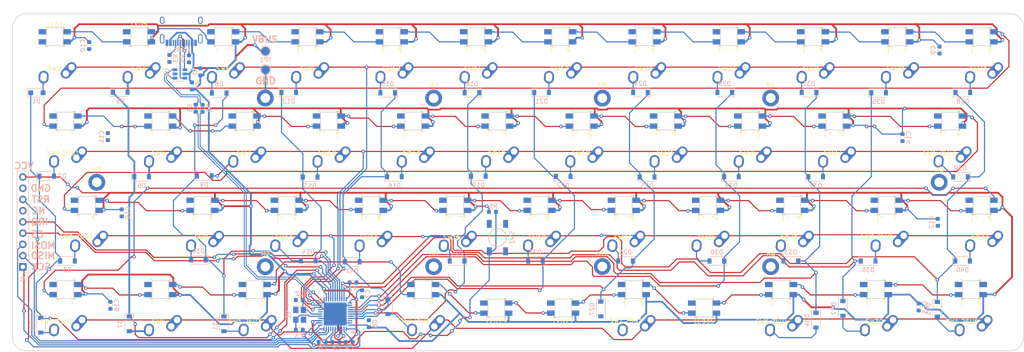
<source format=kicad_pcb>
(kicad_pcb (version 20171130) (host pcbnew "(5.0.2)-1")
  (layers (0 F.Cu signal) (31 B.Cu signal) (34 B.Paste user) (35 F.Paste user) (36 B.SilkS user) (37 F.SilkS user) (38 B.Mask user) (39 F.Mask user) (44 Edge.Cuts user))
  (net 0 "")
  (net 1 GND)
  (net 2 VCC)
  (net 3 /XTAL1)
  (net 4 /XTAL2)
  (net 5 C0)
  (net 6 "Net-(D1-Pad2)")
  (net 7 "Net-(D2-Pad2)")
  (net 8 "Net-(D3-Pad2)")
  (net 9 "Net-(D4-Pad2)")
  (net 10 "Net-(D5-Pad2)")
  (net 11 C1)
  (net 12 "Net-(D6-Pad2)")
  (net 13 "Net-(D7-Pad2)")
  (net 14 C2)
  (net 15 "Net-(D8-Pad2)")
  (net 16 "Net-(D9-Pad2)")
  (net 17 "Net-(D10-Pad2)")
  (net 18 "Net-(D11-Pad2)")
  (net 19 "Net-(D12-Pad2)")
  (net 20 C3)
  (net 21 "Net-(D13-Pad2)")
  (net 22 "Net-(D14-Pad2)")
  (net 23 C4)
  (net 24 "Net-(D15-Pad2)")
  (net 25 "Net-(D16-Pad2)")
  (net 26 "Net-(D17-Pad2)")
  (net 27 C5)
  (net 28 "Net-(D18-Pad2)")
  (net 29 "Net-(D19-Pad2)")
  (net 30 "Net-(D20-Pad2)")
  (net 31 "Net-(D21-Pad2)")
  (net 32 C6)
  (net 33 "Net-(D22-Pad2)")
  (net 34 "Net-(D23-Pad2)")
  (net 35 "Net-(D24-Pad2)")
  (net 36 C7)
  (net 37 "Net-(D25-Pad2)")
  (net 38 "Net-(D26-Pad2)")
  (net 39 "Net-(D27-Pad2)")
  (net 40 "Net-(D28-Pad2)")
  (net 41 C8)
  (net 42 "Net-(D29-Pad2)")
  (net 43 "Net-(D30-Pad2)")
  (net 44 C9)
  (net 45 "Net-(D31-Pad2)")
  (net 46 "Net-(D32-Pad2)")
  (net 47 "Net-(D33-Pad2)")
  (net 48 "Net-(D34-Pad2)")
  (net 49 C10)
  (net 50 "Net-(D35-Pad2)")
  (net 51 "Net-(D36-Pad2)")
  (net 52 "Net-(D37-Pad2)")
  (net 53 C11)
  (net 54 "Net-(D38-Pad2)")
  (net 55 "Net-(D39-Pad2)")
  (net 56 "Net-(D40-Pad2)")
  (net 57 "Net-(D41-Pad2)")
  (net 58 "Net-(R1-Pad2)")
  (net 59 "Net-(R2-Pad1)")
  (net 60 "Net-(R3-Pad2)")
  (net 61 "Net-(R4-Pad1)")
  (net 62 /D+)
  (net 63 /D-)
  (net 64 R0)
  (net 65 R1)
  (net 66 R3)
  (net 67 R2)
  (net 68 "Net-(U1-Pad42)")
  (net 69 "Net-(USB1-Pad9)")
  (net 70 "Net-(USB1-Pad3)")
  (net 71 "Net-(D42-Pad2)")
  (net 72 /VBUS)
  (net 73 /DN_PRE)
  (net 74 /DP_PRE)
  (net 75 /UCAP)
  (net 76 "Net-(LED1-Pad2)")
  (net 77 LED_INPUT)
  (net 78 "Net-(LED2-Pad2)")
  (net 79 "Net-(LED2-Pad4)")
  (net 80 "Net-(LED3-Pad4)")
  (net 81 "Net-(LED10-Pad4)")
  (net 82 "Net-(LED4-Pad4)")
  (net 83 "Net-(LED4-Pad2)")
  (net 84 "Net-(LED5-Pad2)")
  (net 85 "Net-(LED6-Pad2)")
  (net 86 "Net-(LED11-Pad4)")
  (net 87 "Net-(LED12-Pad4)")
  (net 88 "Net-(LED13-Pad4)")
  (net 89 "Net-(LED10-Pad2)")
  (net 90 "Net-(LED11-Pad2)")
  (net 91 "Net-(LED12-Pad2)")
  (net 92 "Net-(LED13-Pad2)")
  (net 93 "Net-(LED14-Pad2)")
  (net 94 "Net-(LED16-Pad2)")
  (net 95 "Net-(LED17-Pad2)")
  (net 96 "Net-(LED18-Pad2)")
  (net 97 "Net-(LED19-Pad2)")
  (net 98 "Net-(LED20-Pad2)")
  (net 99 "Net-(LED21-Pad2)")
  (net 100 "Net-(LED22-Pad2)")
  (net 101 "Net-(LED23-Pad2)")
  (net 102 "Net-(LED24-Pad2)")
  (net 103 "Net-(LED25-Pad2)")
  (net 104 "Net-(LED26-Pad2)")
  (net 105 "Net-(LED27-Pad2)")
  (net 106 "Net-(LED28-Pad2)")
  (net 107 "Net-(LED29-Pad2)")
  (net 108 "Net-(LED30-Pad2)")
  (net 109 "Net-(LED31-Pad2)")
  (net 110 "Net-(LED32-Pad2)")
  (net 111 "Net-(LED33-Pad2)")
  (net 112 "Net-(LED34-Pad2)")
  (net 113 "Net-(LED35-Pad2)")
  (net 114 "Net-(LED36-Pad2)")
  (net 115 "Net-(LED37-Pad2)")
  (net 116 "Net-(LED38-Pad2)")
  (net 117 "Net-(LED39-Pad2)")
  (net 118 "Net-(LED40-Pad2)")
  (net 119 "Net-(LED41-Pad2)")
  (net 120 "Net-(LED42-Pad2)")
  (net 121 "Net-(LED46-Pad2)")
  (net 122 /D_P)
  (net 123 /D_N)
  (net 124 /SS)
  (net 125 /MOSI)
  (net 126 /MISO)
  (net 127 /SCL)
  (net 128 /SDA)
  (net 129 /RST)
  (net 130 /SCK)
  (net 131 /CS)
  (net 132 /IRQ)
  (net 133 "Net-(J1-Pad6)")
  (module MX_Switches:MX-1U (layer F.Cu) (at 211.2391 101.6635 180)
    (fp_text reference SW28 (at 0.6985 -2.6543 180) (layer F.SilkS))
    (fp_text value MX_1U)
    (pad "" np_thru_hole circle (at 5.08 0 228.0996) (size 1.7018 1.7018) (drill 1.7018) (layers *.Cu *.Mask))
    (pad "" np_thru_hole circle (at -5.08 0 228.0996) (size 1.7018 1.7018) (drill 1.7018) (layers *.Cu *.Mask))
    (pad 1 thru_hole circle (at -2.5 -4 180) (size 2.25 2.25) (drill 1.47) (layers *.Cu *.Mask) (net 67 R2))
    (pad "" np_thru_hole circle (at 0 0 180) (size 3.9878 3.9878) (drill 3.9878) (layers *.Cu *.Mask))
    (pad 1 thru_hole oval (at -3.81 -2.54 228.0996321) (size 4.211556 2.25) (drill 1.47 (offset 0.980778 0)) (layers *.Cu *.Mask) (net 67 R2))
    (pad 2 thru_hole circle (at 2.54 -5.08 180) (size 2.25 2.25) (drill 1.47) (layers *.Cu *.Mask) (net 47 "Net-(D33-Pad2)"))
    (pad 2 thru_hole oval (at 2.5 -4.5 266.0548) (size 2.831378 2.25) (drill 1.47 (offset 0.290689 0)) (layers *.Cu *.Mask) (net 47 "Net-(D33-Pad2)"))
  )
  (module MX_Switches:MX-1U (layer F.Cu) (at 254.0254 63.5762 180)
    (fp_text reference SW31 (at 0.5588 -2.8956 180) (layer F.SilkS))
    (fp_text value MX_1U)
    (pad 2 thru_hole oval (at 2.5 -4.5 266.0548) (size 2.831378 2.25) (drill 1.47 (offset 0.290689 0)) (layers *.Cu *.Mask) (net 54 "Net-(D38-Pad2)"))
    (pad 2 thru_hole circle (at 2.54 -5.08 180) (size 2.25 2.25) (drill 1.47) (layers *.Cu *.Mask) (net 54 "Net-(D38-Pad2)"))
    (pad 1 thru_hole oval (at -3.81 -2.54 228.0996321) (size 4.211556 2.25) (drill 1.47 (offset 0.980778 0)) (layers *.Cu *.Mask) (net 64 R0))
    (pad "" np_thru_hole circle (at 0 0 180) (size 3.9878 3.9878) (drill 3.9878) (layers *.Cu *.Mask))
    (pad 1 thru_hole circle (at -2.5 -4 180) (size 2.25 2.25) (drill 1.47) (layers *.Cu *.Mask) (net 64 R0))
    (pad "" np_thru_hole circle (at -5.08 0 228.0996) (size 1.7018 1.7018) (drill 1.7018) (layers *.Cu *.Mask))
    (pad "" np_thru_hole circle (at 5.08 0 228.0996) (size 1.7018 1.7018) (drill 1.7018) (layers *.Cu *.Mask))
  )
  (module Crystal:Crystal_SMD_3225-4Pin_3.2x2.5mm (layer B.Cu) (at 99.91 122.09 270)
    (fp_text reference Y1 (at 0 2.45 270) (layer B.SilkS) (effects (justify mirror)))
    (fp_text value Crystal_GND24 hide)
    (pad 1 smd rect (at -1.1 -0.85 270) (size 1.4 1.2) (layers B.Cu B.Paste B.Mask) (net 3 /XTAL1))
    (pad 2 smd rect (at 1.1 -0.85 270) (size 1.4 1.2) (layers B.Cu B.Paste B.Mask) (net 1 GND))
    (pad 3 smd rect (at 1.1 0.85 270) (size 1.4 1.2) (layers B.Cu B.Paste B.Mask) (net 4 /XTAL2))
    (pad 4 smd rect (at -1.1 0.85 270) (size 1.4 1.2) (layers B.Cu B.Paste B.Mask) (net 1 GND))
  )
  (module Capacitor_SMD:C_0603_1608Metric (layer B.Cu) (at 77.47 67.1575 90)
    (fp_text reference C1 (at 0 -1.27 90) (layer B.SilkS) (effects (justify mirror)))
    (fp_text value 1u)
    (pad 2 smd roundrect (at 0.7875 0 90) (size 0.875 0.95) (layers B.Cu B.Paste B.Mask) (net 1 GND))
    (pad 1 smd roundrect (at -0.7875 0 90) (size 0.875 0.95) (layers B.Cu B.Paste B.Mask) (net 2 VCC))
  )
  (module Capacitor_SMD:C_0603_1608Metric (layer B.Cu) (at 99.8475 118.745 180)
    (fp_text reference C2 (at 0 1.43 180) (layer B.SilkS) (effects (justify mirror)))
    (fp_text value 20pF hide)
    (pad 1 smd roundrect (at -0.7875 0 180) (size 0.875 0.95) (layers B.Cu B.Paste B.Mask) (net 3 /XTAL1))
    (pad 2 smd roundrect (at 0.7875 0 180) (size 0.875 0.95) (layers B.Cu B.Paste B.Mask) (net 1 GND))
  )
  (module Capacitor_SMD:C_0603_1608Metric (layer B.Cu) (at 99.8475 125.476)
    (fp_text reference C3 (at 0 1.43) (layer B.SilkS) (effects (justify mirror)))
    (fp_text value 20pF)
    (pad 2 smd roundrect (at 0.7875 0) (size 0.875 0.95) (layers B.Cu B.Paste B.Mask) (net 1 GND))
    (pad 1 smd roundrect (at -0.7875 0) (size 0.875 0.95) (layers B.Cu B.Paste B.Mask) (net 4 /XTAL2))
  )
  (module Capacitor_SMD:C_0603_1608Metric (layer B.Cu) (at 111.125 128.27 180)
    (fp_text reference C4 (at 0 -1.27 180) (layer B.SilkS) (effects (justify mirror)))
    (fp_text value 100n)
    (pad 1 smd roundrect (at -0.7875 0 180) (size 0.875 0.95) (layers B.Cu B.Paste B.Mask) (net 2 VCC))
    (pad 2 smd roundrect (at 0.7875 0 180) (size 0.875 0.95) (layers B.Cu B.Paste B.Mask) (net 1 GND))
  )
  (module Capacitor_SMD:C_0603_1608Metric (layer B.Cu) (at 108.1025 128.27)
    (fp_text reference C5 (at 0.1525 1.27) (layer B.SilkS) (effects (justify mirror)))
    (fp_text value 1u)
    (pad 1 smd roundrect (at -0.7875 0) (size 0.875 0.95) (layers B.Cu B.Paste B.Mask) (net 75 /UCAP))
    (pad 2 smd roundrect (at 0.7875 0) (size 0.875 0.95) (layers B.Cu B.Paste B.Mask) (net 1 GND))
  )
  (module Capacitor_SMD:C_0603_1608Metric (layer B.Cu) (at 115.57 124.1045 90)
    (fp_text reference C6 (at 0 1.43 90) (layer B.SilkS) (effects (justify mirror)))
    (fp_text value 100n)
    (pad 2 smd roundrect (at 0.7875 0 90) (size 0.875 0.95) (layers B.Cu B.Paste B.Mask) (net 1 GND))
    (pad 1 smd roundrect (at -0.7875 0 90) (size 0.875 0.95) (layers B.Cu B.Paste B.Mask) (net 2 VCC))
  )
  (module Capacitor_SMD:C_0603_1608Metric (layer B.Cu) (at 114.046 117.3225 270)
    (fp_text reference C7 (at 0 -1.27 90) (layer B.SilkS) (effects (justify mirror)))
    (fp_text value 100n)
    (pad 1 smd roundrect (at -0.7875 0 270) (size 0.875 0.95) (layers B.Cu B.Paste B.Mask) (net 2 VCC))
    (pad 2 smd roundrect (at 0.7875 0 270) (size 0.875 0.95) (layers B.Cu B.Paste B.Mask) (net 1 GND))
  )
  (module Capacitor_SMD:C_0603_1608Metric (layer B.Cu) (at 105.0035 128.27 180)
    (fp_text reference C8 (at -0.1525 -1.27 180) (layer B.SilkS) (effects (justify mirror)))
    (fp_text value 100n)
    (pad 2 smd roundrect (at 0.7875 0 180) (size 0.875 0.95) (layers B.Cu B.Paste B.Mask) (net 1 GND))
    (pad 1 smd roundrect (at -0.7875 0 180) (size 0.875 0.95) (layers B.Cu B.Paste B.Mask) (net 2 VCC))
  )
  (module Diode_SMD:D_SOD-123F (layer B.Cu) (at 40.513 71.882)
    (fp_text reference D1 (at -0.127 1.905) (layer B.SilkS) (effects (justify mirror)))
    (fp_text value D)
    (pad 1 smd rect (at -1.4 0) (size 1.1 1.1) (layers B.Cu B.Paste B.Mask) (net 5 C0))
    (pad 2 smd rect (at 1.4 0) (size 1.1 1.1) (layers B.Cu B.Paste B.Mask) (net 6 "Net-(D1-Pad2)"))
  )
  (module Diode_SMD:D_SOD-123 (layer B.Cu) (at 42.7355 90.7415)
    (fp_text reference D2 (at 3.4925 -0.0635) (layer B.SilkS) (effects (justify mirror)))
    (fp_text value D)
    (pad 1 smd rect (at -1.65 0) (size 0.9 1.2) (layers B.Cu B.Paste B.Mask) (net 5 C0))
    (pad 2 smd rect (at 1.65 0) (size 0.9 1.2) (layers B.Cu B.Paste B.Mask) (net 7 "Net-(D2-Pad2)"))
  )
  (module Diode_SMD:D_SOD-123 (layer B.Cu) (at 47.4345 109.9185)
    (fp_text reference D3 (at 0 2) (layer B.SilkS) (effects (justify mirror)))
    (fp_text value D)
    (pad 1 smd rect (at -1.65 0) (size 0.9 1.2) (layers B.Cu B.Paste B.Mask) (net 5 C0))
    (pad 2 smd rect (at 1.65 0) (size 0.9 1.2) (layers B.Cu B.Paste B.Mask) (net 8 "Net-(D3-Pad2)"))
  )
  (module Diode_SMD:D_SOD-123 (layer B.Cu) (at 41.402 124.461 270)
    (fp_text reference D4 (at 0 2 270) (layer B.SilkS) (effects (justify mirror)))
    (fp_text value D hide)
    (pad 1 smd rect (at -1.65 0 270) (size 0.9 1.2) (layers B.Cu B.Paste B.Mask) (net 5 C0))
    (pad 2 smd rect (at 1.65 0 270) (size 0.9 1.2) (layers B.Cu B.Paste B.Mask) (net 9 "Net-(D4-Pad2)"))
  )
  (module Diode_SMD:D_SOD-123 (layer B.Cu) (at 59.3735 71.755)
    (fp_text reference D5 (at 0 2) (layer B.SilkS) (effects (justify mirror)))
    (fp_text value D)
    (pad 2 smd rect (at 1.65 0) (size 0.9 1.2) (layers B.Cu B.Paste B.Mask) (net 10 "Net-(D5-Pad2)"))
    (pad 1 smd rect (at -1.65 0) (size 0.9 1.2) (layers B.Cu B.Paste B.Mask) (net 11 C1))
  )
  (module Diode_SMD:D_SOD-123 (layer B.Cu) (at 64.1995 90.8685)
    (fp_text reference D6 (at 0 2) (layer B.SilkS) (effects (justify mirror)))
    (fp_text value D)
    (pad 1 smd rect (at -1.65 0) (size 0.9 1.2) (layers B.Cu B.Paste B.Mask) (net 11 C1))
    (pad 2 smd rect (at 1.65 0) (size 0.9 1.2) (layers B.Cu B.Paste B.Mask) (net 12 "Net-(D6-Pad2)"))
  )
  (module Diode_SMD:D_SOD-123 (layer B.Cu) (at 61.4045 124.1415 270)
    (fp_text reference D7 (at 0 2 270) (layer B.SilkS) (effects (justify mirror)))
    (fp_text value D)
    (pad 2 smd rect (at 1.65 0 270) (size 0.9 1.2) (layers B.Cu B.Paste B.Mask) (net 13 "Net-(D7-Pad2)"))
    (pad 1 smd rect (at -1.65 0 270) (size 0.9 1.2) (layers B.Cu B.Paste B.Mask) (net 11 C1))
  )
  (module Diode_SMD:D_SOD-123 (layer B.Cu) (at 81.7245 71.9455 180)
    (fp_text reference D8 (at 0 2 180) (layer B.SilkS) (effects (justify mirror)))
    (fp_text value D)
    (pad 1 smd rect (at -1.65 0 180) (size 0.9 1.2) (layers B.Cu B.Paste B.Mask) (net 14 C2))
    (pad 2 smd rect (at 1.65 0 180) (size 0.9 1.2) (layers B.Cu B.Paste B.Mask) (net 15 "Net-(D8-Pad2)"))
  )
  (module Diode_SMD:D_SOD-123 (layer B.Cu) (at 78.36 90.678)
    (fp_text reference D9 (at 0 2) (layer B.SilkS) (effects (justify mirror)))
    (fp_text value D)
    (pad 2 smd rect (at 1.65 0) (size 0.9 1.2) (layers B.Cu B.Paste B.Mask) (net 16 "Net-(D9-Pad2)"))
    (pad 1 smd rect (at -1.65 0) (size 0.9 1.2) (layers B.Cu B.Paste B.Mask) (net 14 C2))
  )
  (module Diode_SMD:D_SOD-123 (layer B.Cu) (at 77.0255 109.6645 180)
    (fp_text reference D10 (at 0 2 180) (layer B.SilkS) (effects (justify mirror)))
    (fp_text value D)
    (pad 1 smd rect (at -1.65 0 180) (size 0.9 1.2) (layers B.Cu B.Paste B.Mask) (net 14 C2))
    (pad 2 smd rect (at 1.65 0 180) (size 0.9 1.2) (layers B.Cu B.Paste B.Mask) (net 17 "Net-(D10-Pad2)"))
  )
  (module Diode_SMD:D_SOD-123 (layer B.Cu) (at 82.804 124.1435 270)
    (fp_text reference D11 (at 0 2 270) (layer B.SilkS) (effects (justify mirror)))
    (fp_text value D)
    (pad 2 smd rect (at 1.65 0 270) (size 0.9 1.2) (layers B.Cu B.Paste B.Mask) (net 18 "Net-(D11-Pad2)"))
    (pad 1 smd rect (at -1.65 0 270) (size 0.9 1.2) (layers B.Cu B.Paste B.Mask) (net 14 C2))
  )
  (module Diode_SMD:D_SOD-123 (layer B.Cu) (at 97.4725 71.8185)
    (fp_text reference D12 (at 0 2) (layer B.SilkS) (effects (justify mirror)))
    (fp_text value D)
    (pad 2 smd rect (at 1.65 0) (size 0.9 1.2) (layers B.Cu B.Paste B.Mask) (net 19 "Net-(D12-Pad2)"))
    (pad 1 smd rect (at -1.65 0) (size 0.9 1.2) (layers B.Cu B.Paste B.Mask) (net 20 C3))
  )
  (module Diode_SMD:D_SOD-123 (layer B.Cu) (at 102.2995 90.932)
    (fp_text reference D13 (at 0 2) (layer B.SilkS) (effects (justify mirror)))
    (fp_text value D)
    (pad 1 smd rect (at -1.65 0) (size 0.9 1.2) (layers B.Cu B.Paste B.Mask) (net 20 C3))
    (pad 2 smd rect (at 1.65 0) (size 0.9 1.2) (layers B.Cu B.Paste B.Mask) (net 21 "Net-(D13-Pad2)"))
  )
  (module Diode_SMD:D_SOD-123 (layer B.Cu) (at 101.855 109.855 180)
    (fp_text reference D14 (at 0 2 180) (layer B.SilkS) (effects (justify mirror)))
    (fp_text value D)
    (pad 2 smd rect (at 1.65 0 180) (size 0.9 1.2) (layers B.Cu B.Paste B.Mask) (net 22 "Net-(D14-Pad2)"))
    (pad 1 smd rect (at -1.65 0 180) (size 0.9 1.2) (layers B.Cu B.Paste B.Mask) (net 20 C3))
  )
  (module Diode_SMD:D_SOD-123 (layer B.Cu) (at 119.8245 71.882 180)
    (fp_text reference D15 (at 0 2 180) (layer B.SilkS) (effects (justify mirror)))
    (fp_text value D)
    (pad 1 smd rect (at -1.65 0 180) (size 0.9 1.2) (layers B.Cu B.Paste B.Mask) (net 23 C4))
    (pad 2 smd rect (at 1.65 0 180) (size 0.9 1.2) (layers B.Cu B.Paste B.Mask) (net 24 "Net-(D15-Pad2)"))
  )
  (module Diode_SMD:D_SOD-123 (layer B.Cu) (at 121.3485 90.8685)
    (fp_text reference D16 (at 0 2) (layer B.SilkS) (effects (justify mirror)))
    (fp_text value D)
    (pad 2 smd rect (at 1.65 0) (size 0.9 1.2) (layers B.Cu B.Paste B.Mask) (net 25 "Net-(D16-Pad2)"))
    (pad 1 smd rect (at -1.65 0) (size 0.9 1.2) (layers B.Cu B.Paste B.Mask) (net 23 C4))
  )
  (module Diode_SMD:D_SOD-123 (layer B.Cu) (at 119.888 120.27 270)
    (fp_text reference D17 (at 0 2 270) (layer B.SilkS) (effects (justify mirror)))
    (fp_text value D)
    (pad 1 smd rect (at -1.65 0 270) (size 0.9 1.2) (layers B.Cu B.Paste B.Mask) (net 23 C4))
    (pad 2 smd rect (at 1.65 0 270) (size 0.9 1.2) (layers B.Cu B.Paste B.Mask) (net 26 "Net-(D17-Pad2)"))
  )
  (module Diode_SMD:D_SOD-123 (layer B.Cu) (at 138.8745 71.882 180)
    (fp_text reference D18 (at 0 2 180) (layer B.SilkS) (effects (justify mirror)))
    (fp_text value D)
    (pad 1 smd rect (at -1.65 0 180) (size 0.9 1.2) (layers B.Cu B.Paste B.Mask) (net 27 C5))
    (pad 2 smd rect (at 1.65 0 180) (size 0.9 1.2) (layers B.Cu B.Paste B.Mask) (net 28 "Net-(D18-Pad2)"))
  )
  (module Diode_SMD:D_SOD-123 (layer B.Cu) (at 140.335 90.7415)
    (fp_text reference D19 (at 0 2) (layer B.SilkS) (effects (justify mirror)))
    (fp_text value D)
    (pad 2 smd rect (at 1.65 0) (size 0.9 1.2) (layers B.Cu B.Paste B.Mask) (net 29 "Net-(D19-Pad2)"))
    (pad 1 smd rect (at -1.65 0) (size 0.9 1.2) (layers B.Cu B.Paste B.Mask) (net 27 C5))
  )
  (module Diode_SMD:D_SOD-123 (layer B.Cu) (at 135.508 109.9185 180)
    (fp_text reference D20 (at 0 2 180) (layer B.SilkS) (effects (justify mirror)))
    (fp_text value D)
    (pad 2 smd rect (at 1.65 0 180) (size 0.9 1.2) (layers B.Cu B.Paste B.Mask) (net 30 "Net-(D20-Pad2)"))
    (pad 1 smd rect (at -1.65 0 180) (size 0.9 1.2) (layers B.Cu B.Paste B.Mask) (net 27 C5))
  )
  (module Diode_SMD:D_SOD-123 (layer B.Cu) (at 154.6235 71.8185)
    (fp_text reference D21 (at 0 2) (layer B.SilkS) (effects (justify mirror)))
    (fp_text value D)
    (pad 2 smd rect (at 1.65 0) (size 0.9 1.2) (layers B.Cu B.Paste B.Mask) (net 31 "Net-(D21-Pad2)"))
    (pad 1 smd rect (at -1.65 0) (size 0.9 1.2) (layers B.Cu B.Paste B.Mask) (net 32 C6))
  )
  (module Diode_SMD:D_SOD-123 (layer B.Cu) (at 159.512 90.805)
    (fp_text reference D22 (at 0 2) (layer B.SilkS) (effects (justify mirror)))
    (fp_text value D)
    (pad 1 smd rect (at -1.65 0) (size 0.9 1.2) (layers B.Cu B.Paste B.Mask) (net 32 C6))
    (pad 2 smd rect (at 1.65 0) (size 0.9 1.2) (layers B.Cu B.Paste B.Mask) (net 33 "Net-(D22-Pad2)"))
  )
  (module Diode_SMD:D_SOD-123 (layer B.Cu) (at 153.2265 109.9185 180)
    (fp_text reference D23 (at 0 2 180) (layer B.SilkS) (effects (justify mirror)))
    (fp_text value D)
    (pad 2 smd rect (at 1.65 0 180) (size 0.9 1.2) (layers B.Cu B.Paste B.Mask) (net 34 "Net-(D23-Pad2)"))
    (pad 1 smd rect (at -1.65 0 180) (size 0.9 1.2) (layers B.Cu B.Paste B.Mask) (net 32 C6))
  )
  (module Diode_SMD:D_SOD-123 (layer B.Cu) (at 176.9735 71.8185 180)
    (fp_text reference D24 (at 0 2 180) (layer B.SilkS) (effects (justify mirror)))
    (fp_text value D)
    (pad 2 smd rect (at 1.65 0 180) (size 0.9 1.2) (layers B.Cu B.Paste B.Mask) (net 35 "Net-(D24-Pad2)"))
    (pad 1 smd rect (at -1.65 0 180) (size 0.9 1.2) (layers B.Cu B.Paste B.Mask) (net 36 C7))
  )
  (module Diode_SMD:D_SOD-123 (layer B.Cu) (at 178.4985 90.932)
    (fp_text reference D25 (at 0 2) (layer B.SilkS) (effects (justify mirror)))
    (fp_text value D)
    (pad 1 smd rect (at -1.65 0) (size 0.9 1.2) (layers B.Cu B.Paste B.Mask) (net 36 C7))
    (pad 2 smd rect (at 1.65 0) (size 0.9 1.2) (layers B.Cu B.Paste B.Mask) (net 37 "Net-(D25-Pad2)"))
  )
  (module Diode_SMD:D_SOD-123 (layer B.Cu) (at 173.61 109.9185 180)
    (fp_text reference D26 (at 0 2 180) (layer B.SilkS) (effects (justify mirror)))
    (fp_text value D)
    (pad 1 smd rect (at -1.65 0 180) (size 0.9 1.2) (layers B.Cu B.Paste B.Mask) (net 36 C7))
    (pad 2 smd rect (at 1.65 0 180) (size 0.9 1.2) (layers B.Cu B.Paste B.Mask) (net 38 "Net-(D26-Pad2)"))
  )
  (module Diode_SMD:D_SOD-123 (layer B.Cu) (at 168.021 120.777 270)
    (fp_text reference D27 (at 0 2 270) (layer B.SilkS) (effects (justify mirror)))
    (fp_text value D)
    (pad 1 smd rect (at -1.65 0 270) (size 0.9 1.2) (layers B.Cu B.Paste B.Mask) (net 36 C7))
    (pad 2 smd rect (at 1.65 0 270) (size 0.9 1.2) (layers B.Cu B.Paste B.Mask) (net 39 "Net-(D27-Pad2)"))
  )
  (module Diode_SMD:D_SOD-123 (layer B.Cu) (at 196.0255 71.8185 180)
    (fp_text reference D28 (at 0 2 180) (layer B.SilkS) (effects (justify mirror)))
    (fp_text value D)
    (pad 2 smd rect (at 1.65 0 180) (size 0.9 1.2) (layers B.Cu B.Paste B.Mask) (net 40 "Net-(D28-Pad2)"))
    (pad 1 smd rect (at -1.65 0 180) (size 0.9 1.2) (layers B.Cu B.Paste B.Mask) (net 41 C8))
  )
  (module Diode_SMD:D_SOD-123 (layer B.Cu) (at 197.5485 90.8685)
    (fp_text reference D29 (at 0 2) (layer B.SilkS) (effects (justify mirror)))
    (fp_text value D)
    (pad 1 smd rect (at -1.65 0) (size 0.9 1.2) (layers B.Cu B.Paste B.Mask) (net 41 C8))
    (pad 2 smd rect (at 1.65 0) (size 0.9 1.2) (layers B.Cu B.Paste B.Mask) (net 42 "Net-(D29-Pad2)"))
  )
  (module Diode_SMD:D_SOD-123 (layer B.Cu) (at 194.2465 109.9185 180)
    (fp_text reference D30 (at 0 2 180) (layer B.SilkS) (effects (justify mirror)))
    (fp_text value D)
    (pad 2 smd rect (at 1.65 0 180) (size 0.9 1.2) (layers B.Cu B.Paste B.Mask) (net 43 "Net-(D30-Pad2)"))
    (pad 1 smd rect (at -1.65 0 180) (size 0.9 1.2) (layers B.Cu B.Paste B.Mask) (net 41 C8))
  )
  (module Diode_SMD:D_SOD-123 (layer B.Cu) (at 215.0745 71.8185 180)
    (fp_text reference D31 (at 0 2 180) (layer B.SilkS) (effects (justify mirror)))
    (fp_text value D)
    (pad 1 smd rect (at -1.65 0 180) (size 0.9 1.2) (layers B.Cu B.Paste B.Mask) (net 44 C9))
    (pad 2 smd rect (at 1.65 0 180) (size 0.9 1.2) (layers B.Cu B.Paste B.Mask) (net 45 "Net-(D31-Pad2)"))
  )
  (module Diode_SMD:D_SOD-123 (layer B.Cu) (at 216.5985 90.8685)
    (fp_text reference D32 (at 0 2) (layer B.SilkS) (effects (justify mirror)))
    (fp_text value D)
    (pad 2 smd rect (at 1.65 0) (size 0.9 1.2) (layers B.Cu B.Paste B.Mask) (net 46 "Net-(D32-Pad2)"))
    (pad 1 smd rect (at -1.65 0) (size 0.9 1.2) (layers B.Cu B.Paste B.Mask) (net 44 C9))
  )
  (module Diode_SMD:D_SOD-123 (layer B.Cu) (at 210.9714 109.9058 180)
    (fp_text reference D33 (at 0 2 180) (layer B.SilkS) (effects (justify mirror)))
    (fp_text value D)
    (pad 2 smd rect (at 1.65 0 180) (size 0.9 1.2) (layers B.Cu B.Paste B.Mask) (net 47 "Net-(D33-Pad2)"))
    (pad 1 smd rect (at -1.65 0 180) (size 0.9 1.2) (layers B.Cu B.Paste B.Mask) (net 44 C9))
  )
  (module Diode_SMD:D_SOD-123 (layer B.Cu) (at 216.662 123.316 270)
    (fp_text reference D34 (at 0 2 270) (layer B.SilkS) (effects (justify mirror)))
    (fp_text value D)
    (pad 1 smd rect (at -1.65 0 270) (size 0.9 1.2) (layers B.Cu B.Paste B.Mask) (net 44 C9))
    (pad 2 smd rect (at 1.65 0 270) (size 0.9 1.2) (layers B.Cu B.Paste B.Mask) (net 48 "Net-(D34-Pad2)"))
  )
  (module Diode_SMD:D_SOD-123 (layer B.Cu) (at 230.8235 71.882)
    (fp_text reference D35 (at 0 2) (layer B.SilkS) (effects (justify mirror)))
    (fp_text value D)
    (pad 1 smd rect (at -1.65 0) (size 0.9 1.2) (layers B.Cu B.Paste B.Mask) (net 49 C10))
    (pad 2 smd rect (at 1.65 0) (size 0.9 1.2) (layers B.Cu B.Paste B.Mask) (net 50 "Net-(D35-Pad2)"))
  )
  (module Diode_SMD:D_SOD-123 (layer B.Cu) (at 228.472 109.9185)
    (fp_text reference D36 (at 0 2) (layer B.SilkS) (effects (justify mirror)))
    (fp_text value D)
    (pad 2 smd rect (at 1.65 0) (size 0.9 1.2) (layers B.Cu B.Paste B.Mask) (net 51 "Net-(D36-Pad2)"))
    (pad 1 smd rect (at -1.65 0) (size 0.9 1.2) (layers B.Cu B.Paste B.Mask) (net 49 C10))
  )
  (module Diode_SMD:D_SOD-123 (layer B.Cu) (at 222.758 120.65 270)
    (fp_text reference D37 (at 0 2 270) (layer B.SilkS) (effects (justify mirror)))
    (fp_text value D)
    (pad 2 smd rect (at 1.65 0 270) (size 0.9 1.2) (layers B.Cu B.Paste B.Mask) (net 52 "Net-(D37-Pad2)"))
    (pad 1 smd rect (at -1.65 0 270) (size 0.9 1.2) (layers B.Cu B.Paste B.Mask) (net 49 C10))
  )
  (module Diode_SMD:D_SOD-123 (layer B.Cu) (at 249.8725 71.8185)
    (fp_text reference D38 (at 0 2) (layer B.SilkS) (effects (justify mirror)))
    (fp_text value D)
    (pad 1 smd rect (at -1.65 0) (size 0.9 1.2) (layers B.Cu B.Paste B.Mask) (net 53 C11))
    (pad 2 smd rect (at 1.65 0) (size 0.9 1.2) (layers B.Cu B.Paste B.Mask) (net 54 "Net-(D38-Pad2)"))
  )
  (module Diode_SMD:D_SOD-123 (layer B.Cu) (at 249.3274 90.9066 180)
    (fp_text reference D39 (at 0 2 180) (layer B.SilkS) (effects (justify mirror)))
    (fp_text value D)
    (pad 2 smd rect (at 1.65 0 180) (size 0.9 1.2) (layers B.Cu B.Paste B.Mask) (net 55 "Net-(D39-Pad2)"))
    (pad 1 smd rect (at -1.65 0 180) (size 0.9 1.2) (layers B.Cu B.Paste B.Mask) (net 53 C11))
  )
  (module Diode_SMD:D_SOD-123 (layer B.Cu) (at 249.81 109.9185)
    (fp_text reference D40 (at 0 2) (layer B.SilkS) (effects (justify mirror)))
    (fp_text value D)
    (pad 1 smd rect (at -1.65 0) (size 0.9 1.2) (layers B.Cu B.Paste B.Mask) (net 53 C11))
    (pad 2 smd rect (at 1.65 0) (size 0.9 1.2) (layers B.Cu B.Paste B.Mask) (net 56 "Net-(D40-Pad2)"))
  )
  (module Diode_SMD:D_SOD-123 (layer B.Cu) (at 244.094 120.8405 270)
    (fp_text reference D41 (at 0 2 270) (layer B.SilkS) (effects (justify mirror)))
    (fp_text value D)
    (pad 2 smd rect (at 1.65 0 270) (size 0.9 1.2) (layers B.Cu B.Paste B.Mask) (net 57 "Net-(D41-Pad2)"))
    (pad 1 smd rect (at -1.65 0 270) (size 0.9 1.2) (layers B.Cu B.Paste B.Mask) (net 53 C11))
  )
  (module Fuse:Fuse_0603_1608Metric (layer B.Cu) (at 75.565 70.3325 90)
    (fp_text reference F1 (at 0 1.43 90) (layer B.SilkS) (effects (justify mirror)))
    (fp_text value Fuse)
    (pad 1 smd roundrect (at -0.7875 0 90) (size 0.875 0.95) (layers B.Cu B.Paste B.Mask) (net 2 VCC))
    (pad 2 smd roundrect (at 0.7875 0 90) (size 0.875 0.95) (layers B.Cu B.Paste B.Mask) (net 72 /VBUS))
  )
  (module Resistor_SMD:R_0603_1608Metric (layer B.Cu) (at 143.51 98.806)
    (fp_text reference R1 (at 0.1525 -1.27) (layer B.SilkS) (effects (justify mirror)))
    (fp_text value 5k1)
    (pad 1 smd roundrect (at -0.7875 0) (size 0.875 0.95) (layers B.Cu B.Paste B.Mask) (net 2 VCC))
    (pad 2 smd roundrect (at 0.7875 0) (size 0.875 0.95) (layers B.Cu B.Paste B.Mask) (net 58 "Net-(R1-Pad2)"))
  )
  (module Resistor_SMD:R_0603_1608Metric (layer B.Cu) (at 111.9885 114.7825)
    (fp_text reference R2 (at 0 1.43) (layer B.SilkS) (effects (justify mirror)))
    (fp_text value 5k1)
    (pad 2 smd roundrect (at 0.7875 0) (size 0.875 0.95) (layers B.Cu B.Paste B.Mask) (net 1 GND))
    (pad 1 smd roundrect (at -0.7875 0) (size 0.875 0.95) (layers B.Cu B.Paste B.Mask) (net 59 "Net-(R2-Pad1)"))
  )
  (module Resistor_SMD:R_0603_1608Metric (layer B.Cu) (at 70.485 64.135 90)
    (fp_text reference R3 (at 0 1.43 90) (layer B.SilkS) (effects (justify mirror)))
    (fp_text value 5k1)
    (pad 2 smd roundrect (at 0.7875 0 90) (size 0.875 0.95) (layers B.Cu B.Paste B.Mask) (net 60 "Net-(R3-Pad2)"))
    (pad 1 smd roundrect (at -0.7875 0 90) (size 0.875 0.95) (layers B.Cu B.Paste B.Mask) (net 1 GND))
  )
  (module Resistor_SMD:R_0603_1608Metric (layer B.Cu) (at 74.9046 64.2113 270)
    (fp_text reference R4 (at 0 1.43 90) (layer B.SilkS) (effects (justify mirror)))
    (fp_text value 5k1)
    (pad 1 smd roundrect (at -0.7875 0 270) (size 0.875 0.95) (layers B.Cu B.Paste B.Mask) (net 61 "Net-(R4-Pad1)"))
    (pad 2 smd roundrect (at 0.7875 0 270) (size 0.875 0.95) (layers B.Cu B.Paste B.Mask) (net 1 GND))
  )
  (module Resistor_SMD:R_0603_1608Metric (layer B.Cu) (at 77.9526 75.4125 90)
    (fp_text reference R5 (at 0 1.524 90) (layer B.SilkS) (effects (justify mirror)))
    (fp_text value 22)
    (pad 2 smd roundrect (at 0.7875 0 90) (size 0.875 0.95) (layers B.Cu B.Paste B.Mask) (net 122 /D_P))
    (pad 1 smd roundrect (at -0.7875 0 90) (size 0.875 0.95) (layers B.Cu B.Paste B.Mask) (net 62 /D+))
  )
  (module Resistor_SMD:R_0603_1608Metric (layer B.Cu) (at 76.4286 75.3873 90)
    (fp_text reference R6 (at 0 -1.27 90) (layer B.SilkS) (effects (justify mirror)))
    (fp_text value 22)
    (pad 1 smd roundrect (at -0.7875 0 90) (size 0.875 0.95) (layers B.Cu B.Paste B.Mask) (net 63 /D-))
    (pad 2 smd roundrect (at 0.7875 0 90) (size 0.875 0.95) (layers B.Cu B.Paste B.Mask) (net 123 /D_N))
  )
  (module MX_Switches:MX-1U (layer F.Cu) (at 44.5516 63.5508 180)
    (fp_text reference SW2 (at 0.0635 -2.8575 180) (layer F.SilkS))
    (fp_text value MX_1U)
    (pad 2 thru_hole oval (at 2.5 -4.5 266.0548) (size 2.831378 2.25) (drill 1.47 (offset 0.290689 0)) (layers *.Cu *.Mask) (net 6 "Net-(D1-Pad2)"))
    (pad 2 thru_hole circle (at 2.54 -5.08 180) (size 2.25 2.25) (drill 1.47) (layers *.Cu *.Mask) (net 6 "Net-(D1-Pad2)"))
    (pad 1 thru_hole oval (at -3.81 -2.54 228.0996321) (size 4.211556 2.25) (drill 1.47 (offset 0.980778 0)) (layers *.Cu *.Mask) (net 64 R0))
    (pad "" np_thru_hole circle (at 0 0 180) (size 3.9878 3.9878) (drill 3.9878) (layers *.Cu *.Mask))
    (pad 1 thru_hole circle (at -2.5 -4 180) (size 2.25 2.25) (drill 1.47) (layers *.Cu *.Mask) (net 64 R0))
    (pad "" np_thru_hole circle (at -5.08 0 228.0996) (size 1.7018 1.7018) (drill 1.7018) (layers *.Cu *.Mask))
    (pad "" np_thru_hole circle (at 5.08 0 228.0996) (size 1.7018 1.7018) (drill 1.7018) (layers *.Cu *.Mask))
  )
  (module MX_Switches:MX-1U (layer F.Cu) (at 63.5635 63.5635 180)
    (fp_text reference SW3 (at 0 -2.8448 180) (layer F.SilkS))
    (fp_text value MX_1U)
    (pad "" np_thru_hole circle (at 5.08 0 228.0996) (size 1.7018 1.7018) (drill 1.7018) (layers *.Cu *.Mask))
    (pad "" np_thru_hole circle (at -5.08 0 228.0996) (size 1.7018 1.7018) (drill 1.7018) (layers *.Cu *.Mask))
    (pad 1 thru_hole circle (at -2.5 -4 180) (size 2.25 2.25) (drill 1.47) (layers *.Cu *.Mask) (net 64 R0))
    (pad "" np_thru_hole circle (at 0 0 180) (size 3.9878 3.9878) (drill 3.9878) (layers *.Cu *.Mask))
    (pad 1 thru_hole oval (at -3.81 -2.54 228.0996321) (size 4.211556 2.25) (drill 1.47 (offset 0.980778 0)) (layers *.Cu *.Mask) (net 64 R0))
    (pad 2 thru_hole circle (at 2.54 -5.08 180) (size 2.25 2.25) (drill 1.47) (layers *.Cu *.Mask) (net 10 "Net-(D5-Pad2)"))
    (pad 2 thru_hole oval (at 2.5 -4.5 266.0548) (size 2.831378 2.25) (drill 1.47 (offset 0.290689 0)) (layers *.Cu *.Mask) (net 10 "Net-(D5-Pad2)"))
  )
  (module MX_Switches:MX-1U (layer F.Cu) (at 68.3895 82.6135 180)
    (fp_text reference SW4 (at 0.3429 -2.9083 180) (layer F.SilkS))
    (fp_text value MX_1U)
    (pad "" np_thru_hole circle (at 5.08 0 228.0996) (size 1.7018 1.7018) (drill 1.7018) (layers *.Cu *.Mask))
    (pad "" np_thru_hole circle (at -5.08 0 228.0996) (size 1.7018 1.7018) (drill 1.7018) (layers *.Cu *.Mask))
    (pad 1 thru_hole circle (at -2.5 -4 180) (size 2.25 2.25) (drill 1.47) (layers *.Cu *.Mask) (net 65 R1))
    (pad "" np_thru_hole circle (at 0 0 180) (size 3.9878 3.9878) (drill 3.9878) (layers *.Cu *.Mask))
    (pad 1 thru_hole oval (at -3.81 -2.54 228.0996321) (size 4.211556 2.25) (drill 1.47 (offset 0.980778 0)) (layers *.Cu *.Mask) (net 65 R1))
    (pad 2 thru_hole circle (at 2.54 -5.08 180) (size 2.25 2.25) (drill 1.47) (layers *.Cu *.Mask) (net 12 "Net-(D6-Pad2)"))
    (pad 2 thru_hole oval (at 2.5 -4.5 266.0548) (size 2.831378 2.25) (drill 1.47 (offset 0.290689 0)) (layers *.Cu *.Mask) (net 12 "Net-(D6-Pad2)"))
  )
  (module MX_Switches:MX-1U (layer F.Cu) (at 68.3895 120.7135 180)
    (fp_text reference SW5 (at 0.3429 -2.9083 180) (layer F.SilkS))
    (fp_text value MX_1U)
    (pad 2 thru_hole oval (at 2.5 -4.5 266.0548) (size 2.831378 2.25) (drill 1.47 (offset 0.290689 0)) (layers *.Cu *.Mask) (net 13 "Net-(D7-Pad2)"))
    (pad 2 thru_hole circle (at 2.54 -5.08 180) (size 2.25 2.25) (drill 1.47) (layers *.Cu *.Mask) (net 13 "Net-(D7-Pad2)"))
    (pad 1 thru_hole oval (at -3.81 -2.54 228.0996321) (size 4.211556 2.25) (drill 1.47 (offset 0.980778 0)) (layers *.Cu *.Mask) (net 66 R3))
    (pad "" np_thru_hole circle (at 0 0 180) (size 3.9878 3.9878) (drill 3.9878) (layers *.Cu *.Mask))
    (pad 1 thru_hole circle (at -2.5 -4 180) (size 2.25 2.25) (drill 1.47) (layers *.Cu *.Mask) (net 66 R3))
    (pad "" np_thru_hole circle (at -5.08 0 228.0996) (size 1.7018 1.7018) (drill 1.7018) (layers *.Cu *.Mask))
    (pad "" np_thru_hole circle (at 5.08 0 228.0996) (size 1.7018 1.7018) (drill 1.7018) (layers *.Cu *.Mask))
  )
  (module MX_Switches:MX-1U (layer F.Cu) (at 82.6135 63.5635 180)
    (fp_text reference SW6 (at 0 -2.9083 180) (layer F.SilkS))
    (fp_text value MX_1U)
    (pad "" np_thru_hole circle (at 5.08 0 228.0996) (size 1.7018 1.7018) (drill 1.7018) (layers *.Cu *.Mask))
    (pad "" np_thru_hole circle (at -5.08 0 228.0996) (size 1.7018 1.7018) (drill 1.7018) (layers *.Cu *.Mask))
    (pad 1 thru_hole circle (at -2.5 -4 180) (size 2.25 2.25) (drill 1.47) (layers *.Cu *.Mask) (net 64 R0))
    (pad "" np_thru_hole circle (at 0 0 180) (size 3.9878 3.9878) (drill 3.9878) (layers *.Cu *.Mask))
    (pad 1 thru_hole oval (at -3.81 -2.54 228.0996321) (size 4.211556 2.25) (drill 1.47 (offset 0.980778 0)) (layers *.Cu *.Mask) (net 64 R0))
    (pad 2 thru_hole circle (at 2.54 -5.08 180) (size 2.25 2.25) (drill 1.47) (layers *.Cu *.Mask) (net 15 "Net-(D8-Pad2)"))
    (pad 2 thru_hole oval (at 2.5 -4.5 266.0548) (size 2.831378 2.25) (drill 1.47 (offset 0.290689 0)) (layers *.Cu *.Mask) (net 15 "Net-(D8-Pad2)"))
  )
  (module MX_Switches:MX-1U (layer F.Cu) (at 87.4395 82.6135 180)
    (fp_text reference SW7 (at 0.0889 -2.9083 180) (layer F.SilkS))
    (fp_text value MX_1U)
    (pad 2 thru_hole oval (at 2.5 -4.5 266.0548) (size 2.831378 2.25) (drill 1.47 (offset 0.290689 0)) (layers *.Cu *.Mask) (net 16 "Net-(D9-Pad2)"))
    (pad 2 thru_hole circle (at 2.54 -5.08 180) (size 2.25 2.25) (drill 1.47) (layers *.Cu *.Mask) (net 16 "Net-(D9-Pad2)"))
    (pad 1 thru_hole oval (at -3.81 -2.54 228.0996321) (size 4.211556 2.25) (drill 1.47 (offset 0.980778 0)) (layers *.Cu *.Mask) (net 65 R1))
    (pad "" np_thru_hole circle (at 0 0 180) (size 3.9878 3.9878) (drill 3.9878) (layers *.Cu *.Mask))
    (pad 1 thru_hole circle (at -2.5 -4 180) (size 2.25 2.25) (drill 1.47) (layers *.Cu *.Mask) (net 65 R1))
    (pad "" np_thru_hole circle (at -5.08 0 228.0996) (size 1.7018 1.7018) (drill 1.7018) (layers *.Cu *.Mask))
    (pad "" np_thru_hole circle (at 5.08 0 228.0996) (size 1.7018 1.7018) (drill 1.7018) (layers *.Cu *.Mask))
  )
  (module MX_Switches:MX-1U (layer F.Cu) (at 77.8891 101.6635 180)
    (fp_text reference SW8 (at 0.1905 -2.9083 180) (layer F.SilkS))
    (fp_text value MX_1U)
    (pad "" np_thru_hole circle (at 5.08 0 228.0996) (size 1.7018 1.7018) (drill 1.7018) (layers *.Cu *.Mask))
    (pad "" np_thru_hole circle (at -5.08 0 228.0996) (size 1.7018 1.7018) (drill 1.7018) (layers *.Cu *.Mask))
    (pad 1 thru_hole circle (at -2.5 -4 180) (size 2.25 2.25) (drill 1.47) (layers *.Cu *.Mask) (net 67 R2))
    (pad "" np_thru_hole circle (at 0 0 180) (size 3.9878 3.9878) (drill 3.9878) (layers *.Cu *.Mask))
    (pad 1 thru_hole oval (at -3.81 -2.54 228.0996321) (size 4.211556 2.25) (drill 1.47 (offset 0.980778 0)) (layers *.Cu *.Mask) (net 67 R2))
    (pad 2 thru_hole circle (at 2.54 -5.08 180) (size 2.25 2.25) (drill 1.47) (layers *.Cu *.Mask) (net 17 "Net-(D10-Pad2)"))
    (pad 2 thru_hole oval (at 2.5 -4.5 266.0548) (size 2.831378 2.25) (drill 1.47 (offset 0.290689 0)) (layers *.Cu *.Mask) (net 17 "Net-(D10-Pad2)"))
  )
  (module MX_Switches:MX-1U (layer F.Cu) (at 101.6635 63.5635 180)
    (fp_text reference SW9 (at 0 -2.9083 180) (layer F.SilkS))
    (fp_text value MX_1U)
    (pad 2 thru_hole oval (at 2.5 -4.5 266.0548) (size 2.831378 2.25) (drill 1.47 (offset 0.290689 0)) (layers *.Cu *.Mask) (net 19 "Net-(D12-Pad2)"))
    (pad 2 thru_hole circle (at 2.54 -5.08 180) (size 2.25 2.25) (drill 1.47) (layers *.Cu *.Mask) (net 19 "Net-(D12-Pad2)"))
    (pad 1 thru_hole oval (at -3.81 -2.54 228.0996321) (size 4.211556 2.25) (drill 1.47 (offset 0.980778 0)) (layers *.Cu *.Mask) (net 64 R0))
    (pad "" np_thru_hole circle (at 0 0 180) (size 3.9878 3.9878) (drill 3.9878) (layers *.Cu *.Mask))
    (pad 1 thru_hole circle (at -2.5 -4 180) (size 2.25 2.25) (drill 1.47) (layers *.Cu *.Mask) (net 64 R0))
    (pad "" np_thru_hole circle (at -5.08 0 228.0996) (size 1.7018 1.7018) (drill 1.7018) (layers *.Cu *.Mask))
    (pad "" np_thru_hole circle (at 5.08 0 228.0996) (size 1.7018 1.7018) (drill 1.7018) (layers *.Cu *.Mask))
  )
  (module MX_Switches:MX-1U (layer F.Cu) (at 106.4895 82.6135 180)
    (fp_text reference SW10 (at 0.3429 -2.9083 180) (layer F.SilkS))
    (fp_text value MX_1U)
    (pad "" np_thru_hole circle (at 5.08 0 228.0996) (size 1.7018 1.7018) (drill 1.7018) (layers *.Cu *.Mask))
    (pad "" np_thru_hole circle (at -5.08 0 228.0996) (size 1.7018 1.7018) (drill 1.7018) (layers *.Cu *.Mask))
    (pad 1 thru_hole circle (at -2.5 -4 180) (size 2.25 2.25) (drill 1.47) (layers *.Cu *.Mask) (net 65 R1))
    (pad "" np_thru_hole circle (at 0 0 180) (size 3.9878 3.9878) (drill 3.9878) (layers *.Cu *.Mask))
    (pad 1 thru_hole oval (at -3.81 -2.54 228.0996321) (size 4.211556 2.25) (drill 1.47 (offset 0.980778 0)) (layers *.Cu *.Mask) (net 65 R1))
    (pad 2 thru_hole circle (at 2.54 -5.08 180) (size 2.25 2.25) (drill 1.47) (layers *.Cu *.Mask) (net 21 "Net-(D13-Pad2)"))
    (pad 2 thru_hole oval (at 2.5 -4.5 266.0548) (size 2.831378 2.25) (drill 1.47 (offset 0.290689 0)) (layers *.Cu *.Mask) (net 21 "Net-(D13-Pad2)"))
  )
  (module MX_Switches:MX-1U (layer F.Cu) (at 96.9391 101.6635 180)
    (fp_text reference SW11 (at 0.4445 -2.9083 180) (layer F.SilkS))
    (fp_text value MX_1U)
    (pad "" np_thru_hole circle (at 5.08 0 228.0996) (size 1.7018 1.7018) (drill 1.7018) (layers *.Cu *.Mask))
    (pad "" np_thru_hole circle (at -5.08 0 228.0996) (size 1.7018 1.7018) (drill 1.7018) (layers *.Cu *.Mask))
    (pad 1 thru_hole circle (at -2.5 -4 180) (size 2.25 2.25) (drill 1.47) (layers *.Cu *.Mask) (net 67 R2))
    (pad "" np_thru_hole circle (at 0 0 180) (size 3.9878 3.9878) (drill 3.9878) (layers *.Cu *.Mask))
    (pad 1 thru_hole oval (at -3.81 -2.54 228.0996321) (size 4.211556 2.25) (drill 1.47 (offset 0.980778 0)) (layers *.Cu *.Mask) (net 67 R2))
    (pad 2 thru_hole circle (at 2.54 -5.08 180) (size 2.25 2.25) (drill 1.47) (layers *.Cu *.Mask) (net 22 "Net-(D14-Pad2)"))
    (pad 2 thru_hole oval (at 2.5 -4.5 266.0548) (size 2.831378 2.25) (drill 1.47 (offset 0.290689 0)) (layers *.Cu *.Mask) (net 22 "Net-(D14-Pad2)"))
  )
  (module MX_Switches:MX-1U (layer F.Cu) (at 120.7135 63.5635 180)
    (fp_text reference SW12 (at 0 -2.9083 180) (layer F.SilkS))
    (fp_text value MX_1U)
    (pad 2 thru_hole oval (at 2.5 -4.5 266.0548) (size 2.831378 2.25) (drill 1.47 (offset 0.290689 0)) (layers *.Cu *.Mask) (net 24 "Net-(D15-Pad2)"))
    (pad 2 thru_hole circle (at 2.54 -5.08 180) (size 2.25 2.25) (drill 1.47) (layers *.Cu *.Mask) (net 24 "Net-(D15-Pad2)"))
    (pad 1 thru_hole oval (at -3.81 -2.54 228.0996321) (size 4.211556 2.25) (drill 1.47 (offset 0.980778 0)) (layers *.Cu *.Mask) (net 64 R0))
    (pad "" np_thru_hole circle (at 0 0 180) (size 3.9878 3.9878) (drill 3.9878) (layers *.Cu *.Mask))
    (pad 1 thru_hole circle (at -2.5 -4 180) (size 2.25 2.25) (drill 1.47) (layers *.Cu *.Mask) (net 64 R0))
    (pad "" np_thru_hole circle (at -5.08 0 228.0996) (size 1.7018 1.7018) (drill 1.7018) (layers *.Cu *.Mask))
    (pad "" np_thru_hole circle (at 5.08 0 228.0996) (size 1.7018 1.7018) (drill 1.7018) (layers *.Cu *.Mask))
  )
  (module MX_Switches:MX-1U (layer F.Cu) (at 125.5395 82.6135 180)
    (fp_text reference SW13 (at 0.3429 -2.6543 180) (layer F.SilkS))
    (fp_text value MX_1U)
    (pad "" np_thru_hole circle (at 5.08 0 228.0996) (size 1.7018 1.7018) (drill 1.7018) (layers *.Cu *.Mask))
    (pad "" np_thru_hole circle (at -5.08 0 228.0996) (size 1.7018 1.7018) (drill 1.7018) (layers *.Cu *.Mask))
    (pad 1 thru_hole circle (at -2.5 -4 180) (size 2.25 2.25) (drill 1.47) (layers *.Cu *.Mask) (net 65 R1))
    (pad "" np_thru_hole circle (at 0 0 180) (size 3.9878 3.9878) (drill 3.9878) (layers *.Cu *.Mask))
    (pad 1 thru_hole oval (at -3.81 -2.54 228.0996321) (size 4.211556 2.25) (drill 1.47 (offset 0.980778 0)) (layers *.Cu *.Mask) (net 65 R1))
    (pad 2 thru_hole circle (at 2.54 -5.08 180) (size 2.25 2.25) (drill 1.47) (layers *.Cu *.Mask) (net 25 "Net-(D16-Pad2)"))
    (pad 2 thru_hole oval (at 2.5 -4.5 266.0548) (size 2.831378 2.25) (drill 1.47 (offset 0.290689 0)) (layers *.Cu *.Mask) (net 25 "Net-(D16-Pad2)"))
  )
  (module MX_Switches:MX-1U (layer F.Cu) (at 139.7635 63.5635 180)
    (fp_text reference SW14 (at 0.5969 -2.9083 180) (layer F.SilkS))
    (fp_text value MX_1U)
    (pad 2 thru_hole oval (at 2.5 -4.5 266.0548) (size 2.831378 2.25) (drill 1.47 (offset 0.290689 0)) (layers *.Cu *.Mask) (net 28 "Net-(D18-Pad2)"))
    (pad 2 thru_hole circle (at 2.54 -5.08 180) (size 2.25 2.25) (drill 1.47) (layers *.Cu *.Mask) (net 28 "Net-(D18-Pad2)"))
    (pad 1 thru_hole oval (at -3.81 -2.54 228.0996321) (size 4.211556 2.25) (drill 1.47 (offset 0.980778 0)) (layers *.Cu *.Mask) (net 64 R0))
    (pad "" np_thru_hole circle (at 0 0 180) (size 3.9878 3.9878) (drill 3.9878) (layers *.Cu *.Mask))
    (pad 1 thru_hole circle (at -2.5 -4 180) (size 2.25 2.25) (drill 1.47) (layers *.Cu *.Mask) (net 64 R0))
    (pad "" np_thru_hole circle (at -5.08 0 228.0996) (size 1.7018 1.7018) (drill 1.7018) (layers *.Cu *.Mask))
    (pad "" np_thru_hole circle (at 5.08 0 228.0996) (size 1.7018 1.7018) (drill 1.7018) (layers *.Cu *.Mask))
  )
  (module MX_Switches:MX-1U (layer F.Cu) (at 144.5895 82.6135 180)
    (fp_text reference SW15 (at 0.0889 -2.6543 180) (layer F.SilkS))
    (fp_text value MX_1U)
    (pad "" np_thru_hole circle (at 5.08 0 228.0996) (size 1.7018 1.7018) (drill 1.7018) (layers *.Cu *.Mask))
    (pad "" np_thru_hole circle (at -5.08 0 228.0996) (size 1.7018 1.7018) (drill 1.7018) (layers *.Cu *.Mask))
    (pad 1 thru_hole circle (at -2.5 -4 180) (size 2.25 2.25) (drill 1.47) (layers *.Cu *.Mask) (net 65 R1))
    (pad "" np_thru_hole circle (at 0 0 180) (size 3.9878 3.9878) (drill 3.9878) (layers *.Cu *.Mask))
    (pad 1 thru_hole oval (at -3.81 -2.54 228.0996321) (size 4.211556 2.25) (drill 1.47 (offset 0.980778 0)) (layers *.Cu *.Mask) (net 65 R1))
    (pad 2 thru_hole circle (at 2.54 -5.08 180) (size 2.25 2.25) (drill 1.47) (layers *.Cu *.Mask) (net 29 "Net-(D19-Pad2)"))
    (pad 2 thru_hole oval (at 2.5 -4.5 266.0548) (size 2.831378 2.25) (drill 1.47 (offset 0.290689 0)) (layers *.Cu *.Mask) (net 29 "Net-(D19-Pad2)"))
  )
  (module MX_Switches:MX-1U (layer F.Cu) (at 135.0391 101.6635 180)
    (fp_text reference SW16 (at 0.6985 -2.9083 180) (layer F.SilkS))
    (fp_text value MX_1U)
    (pad 2 thru_hole oval (at 2.5 -4.5 266.0548) (size 2.831378 2.25) (drill 1.47 (offset 0.290689 0)) (layers *.Cu *.Mask) (net 30 "Net-(D20-Pad2)"))
    (pad 2 thru_hole circle (at 2.54 -5.08 180) (size 2.25 2.25) (drill 1.47) (layers *.Cu *.Mask) (net 30 "Net-(D20-Pad2)"))
    (pad 1 thru_hole oval (at -3.81 -2.54 228.0996321) (size 4.211556 2.25) (drill 1.47 (offset 0.980778 0)) (layers *.Cu *.Mask) (net 67 R2))
    (pad "" np_thru_hole circle (at 0 0 180) (size 3.9878 3.9878) (drill 3.9878) (layers *.Cu *.Mask))
    (pad 1 thru_hole circle (at -2.5 -4 180) (size 2.25 2.25) (drill 1.47) (layers *.Cu *.Mask) (net 67 R2))
    (pad "" np_thru_hole circle (at -5.08 0 228.0996) (size 1.7018 1.7018) (drill 1.7018) (layers *.Cu *.Mask))
    (pad "" np_thru_hole circle (at 5.08 0 228.0996) (size 1.7018 1.7018) (drill 1.7018) (layers *.Cu *.Mask))
  )
  (module MX_Switches:MX-1U (layer F.Cu) (at 158.8135 63.5635 180)
    (fp_text reference SW17 (at 0.0889 -2.9083 180) (layer F.SilkS))
    (fp_text value MX_1U)
    (pad 2 thru_hole oval (at 2.5 -4.5 266.0548) (size 2.831378 2.25) (drill 1.47 (offset 0.290689 0)) (layers *.Cu *.Mask) (net 31 "Net-(D21-Pad2)"))
    (pad 2 thru_hole circle (at 2.54 -5.08 180) (size 2.25 2.25) (drill 1.47) (layers *.Cu *.Mask) (net 31 "Net-(D21-Pad2)"))
    (pad 1 thru_hole oval (at -3.81 -2.54 228.0996321) (size 4.211556 2.25) (drill 1.47 (offset 0.980778 0)) (layers *.Cu *.Mask) (net 64 R0))
    (pad "" np_thru_hole circle (at 0 0 180) (size 3.9878 3.9878) (drill 3.9878) (layers *.Cu *.Mask))
    (pad 1 thru_hole circle (at -2.5 -4 180) (size 2.25 2.25) (drill 1.47) (layers *.Cu *.Mask) (net 64 R0))
    (pad "" np_thru_hole circle (at -5.08 0 228.0996) (size 1.7018 1.7018) (drill 1.7018) (layers *.Cu *.Mask))
    (pad "" np_thru_hole circle (at 5.08 0 228.0996) (size 1.7018 1.7018) (drill 1.7018) (layers *.Cu *.Mask))
  )
  (module MX_Switches:MX-1U (layer F.Cu) (at 163.6395 82.6135 180)
    (fp_text reference SW18 (at 0.0889 -2.9083 180) (layer F.SilkS))
    (fp_text value MX_1U)
    (pad 2 thru_hole oval (at 2.5 -4.5 266.0548) (size 2.831378 2.25) (drill 1.47 (offset 0.290689 0)) (layers *.Cu *.Mask) (net 33 "Net-(D22-Pad2)"))
    (pad 2 thru_hole circle (at 2.54 -5.08 180) (size 2.25 2.25) (drill 1.47) (layers *.Cu *.Mask) (net 33 "Net-(D22-Pad2)"))
    (pad 1 thru_hole oval (at -3.81 -2.54 228.0996321) (size 4.211556 2.25) (drill 1.47 (offset 0.980778 0)) (layers *.Cu *.Mask) (net 65 R1))
    (pad "" np_thru_hole circle (at 0 0 180) (size 3.9878 3.9878) (drill 3.9878) (layers *.Cu *.Mask))
    (pad 1 thru_hole circle (at -2.5 -4 180) (size 2.25 2.25) (drill 1.47) (layers *.Cu *.Mask) (net 65 R1))
    (pad "" np_thru_hole circle (at -5.08 0 228.0996) (size 1.7018 1.7018) (drill 1.7018) (layers *.Cu *.Mask))
    (pad "" np_thru_hole circle (at 5.08 0 228.0996) (size 1.7018 1.7018) (drill 1.7018) (layers *.Cu *.Mask))
  )
  (module MX_Switches:MX-1U (layer F.Cu) (at 154.0891 101.6635 180)
    (fp_text reference SW19 (at 0.4445 -2.9083 180) (layer F.SilkS))
    (fp_text value MX_1U)
    (pad "" np_thru_hole circle (at 5.08 0 228.0996) (size 1.7018 1.7018) (drill 1.7018) (layers *.Cu *.Mask))
    (pad "" np_thru_hole circle (at -5.08 0 228.0996) (size 1.7018 1.7018) (drill 1.7018) (layers *.Cu *.Mask))
    (pad 1 thru_hole circle (at -2.5 -4 180) (size 2.25 2.25) (drill 1.47) (layers *.Cu *.Mask) (net 67 R2))
    (pad "" np_thru_hole circle (at 0 0 180) (size 3.9878 3.9878) (drill 3.9878) (layers *.Cu *.Mask))
    (pad 1 thru_hole oval (at -3.81 -2.54 228.0996321) (size 4.211556 2.25) (drill 1.47 (offset 0.980778 0)) (layers *.Cu *.Mask) (net 67 R2))
    (pad 2 thru_hole circle (at 2.54 -5.08 180) (size 2.25 2.25) (drill 1.47) (layers *.Cu *.Mask) (net 34 "Net-(D23-Pad2)"))
    (pad 2 thru_hole oval (at 2.5 -4.5 266.0548) (size 2.831378 2.25) (drill 1.47 (offset 0.290689 0)) (layers *.Cu *.Mask) (net 34 "Net-(D23-Pad2)"))
  )
  (module MX_Switches:MX-1U (layer F.Cu) (at 177.8635 63.5635 180)
    (fp_text reference SW20 (at 0.0889 -2.9083 180) (layer F.SilkS))
    (fp_text value MX_1U)
    (pad "" np_thru_hole circle (at 5.08 0 228.0996) (size 1.7018 1.7018) (drill 1.7018) (layers *.Cu *.Mask))
    (pad "" np_thru_hole circle (at -5.08 0 228.0996) (size 1.7018 1.7018) (drill 1.7018) (layers *.Cu *.Mask))
    (pad 1 thru_hole circle (at -2.5 -4 180) (size 2.25 2.25) (drill 1.47) (layers *.Cu *.Mask) (net 64 R0))
    (pad "" np_thru_hole circle (at 0 0 180) (size 3.9878 3.9878) (drill 3.9878) (layers *.Cu *.Mask))
    (pad 1 thru_hole oval (at -3.81 -2.54 228.0996321) (size 4.211556 2.25) (drill 1.47 (offset 0.980778 0)) (layers *.Cu *.Mask) (net 64 R0))
    (pad 2 thru_hole circle (at 2.54 -5.08 180) (size 2.25 2.25) (drill 1.47) (layers *.Cu *.Mask) (net 35 "Net-(D24-Pad2)"))
    (pad 2 thru_hole oval (at 2.5 -4.5 266.0548) (size 2.831378 2.25) (drill 1.47 (offset 0.290689 0)) (layers *.Cu *.Mask) (net 35 "Net-(D24-Pad2)"))
  )
  (module MX_Switches:MX-1U (layer F.Cu) (at 182.6895 82.6135 180)
    (fp_text reference SW21 (at 0.0889 -2.9083 180) (layer F.SilkS))
    (fp_text value MX_1U)
    (pad 2 thru_hole oval (at 2.5 -4.5 266.0548) (size 2.831378 2.25) (drill 1.47 (offset 0.290689 0)) (layers *.Cu *.Mask) (net 37 "Net-(D25-Pad2)"))
    (pad 2 thru_hole circle (at 2.54 -5.08 180) (size 2.25 2.25) (drill 1.47) (layers *.Cu *.Mask) (net 37 "Net-(D25-Pad2)"))
    (pad 1 thru_hole oval (at -3.81 -2.54 228.0996321) (size 4.211556 2.25) (drill 1.47 (offset 0.980778 0)) (layers *.Cu *.Mask) (net 65 R1))
    (pad "" np_thru_hole circle (at 0 0 180) (size 3.9878 3.9878) (drill 3.9878) (layers *.Cu *.Mask))
    (pad 1 thru_hole circle (at -2.5 -4 180) (size 2.25 2.25) (drill 1.47) (layers *.Cu *.Mask) (net 65 R1))
    (pad "" np_thru_hole circle (at -5.08 0 228.0996) (size 1.7018 1.7018) (drill 1.7018) (layers *.Cu *.Mask))
    (pad "" np_thru_hole circle (at 5.08 0 228.0996) (size 1.7018 1.7018) (drill 1.7018) (layers *.Cu *.Mask))
  )
  (module MX_Switches:MX-1U (layer F.Cu) (at 173.1391 101.6635 180)
    (fp_text reference SW22 (at 0.1905 -2.9083 180) (layer F.SilkS))
    (fp_text value MX_1U)
    (pad "" np_thru_hole circle (at 5.08 0 228.0996) (size 1.7018 1.7018) (drill 1.7018) (layers *.Cu *.Mask))
    (pad "" np_thru_hole circle (at -5.08 0 228.0996) (size 1.7018 1.7018) (drill 1.7018) (layers *.Cu *.Mask))
    (pad 1 thru_hole circle (at -2.5 -4 180) (size 2.25 2.25) (drill 1.47) (layers *.Cu *.Mask) (net 67 R2))
    (pad "" np_thru_hole circle (at 0 0 180) (size 3.9878 3.9878) (drill 3.9878) (layers *.Cu *.Mask))
    (pad 1 thru_hole oval (at -3.81 -2.54 228.0996321) (size 4.211556 2.25) (drill 1.47 (offset 0.980778 0)) (layers *.Cu *.Mask) (net 67 R2))
    (pad 2 thru_hole circle (at 2.54 -5.08 180) (size 2.25 2.25) (drill 1.47) (layers *.Cu *.Mask) (net 38 "Net-(D26-Pad2)"))
    (pad 2 thru_hole oval (at 2.5 -4.5 266.0548) (size 2.831378 2.25) (drill 1.47 (offset 0.290689 0)) (layers *.Cu *.Mask) (net 38 "Net-(D26-Pad2)"))
  )
  (module MX_Switches:MX-1U (layer F.Cu) (at 196.9135 63.5635 180)
    (fp_text reference SW23 (at 0.3429 -2.9083 180) (layer F.SilkS))
    (fp_text value MX_1U)
    (pad 2 thru_hole oval (at 2.5 -4.5 266.0548) (size 2.831378 2.25) (drill 1.47 (offset 0.290689 0)) (layers *.Cu *.Mask) (net 40 "Net-(D28-Pad2)"))
    (pad 2 thru_hole circle (at 2.54 -5.08 180) (size 2.25 2.25) (drill 1.47) (layers *.Cu *.Mask) (net 40 "Net-(D28-Pad2)"))
    (pad 1 thru_hole oval (at -3.81 -2.54 228.0996321) (size 4.211556 2.25) (drill 1.47 (offset 0.980778 0)) (layers *.Cu *.Mask) (net 64 R0))
    (pad "" np_thru_hole circle (at 0 0 180) (size 3.9878 3.9878) (drill 3.9878) (layers *.Cu *.Mask))
    (pad 1 thru_hole circle (at -2.5 -4 180) (size 2.25 2.25) (drill 1.47) (layers *.Cu *.Mask) (net 64 R0))
    (pad "" np_thru_hole circle (at -5.08 0 228.0996) (size 1.7018 1.7018) (drill 1.7018) (layers *.Cu *.Mask))
    (pad "" np_thru_hole circle (at 5.08 0 228.0996) (size 1.7018 1.7018) (drill 1.7018) (layers *.Cu *.Mask))
  )
  (module MX_Switches:MX-1U (layer F.Cu) (at 201.7395 82.6135 180)
    (fp_text reference SW24 (at 0.3429 -2.9083 180) (layer F.SilkS))
    (fp_text value MX_1U)
    (pad "" np_thru_hole circle (at 5.08 0 228.0996) (size 1.7018 1.7018) (drill 1.7018) (layers *.Cu *.Mask))
    (pad "" np_thru_hole circle (at -5.08 0 228.0996) (size 1.7018 1.7018) (drill 1.7018) (layers *.Cu *.Mask))
    (pad 1 thru_hole circle (at -2.5 -4 180) (size 2.25 2.25) (drill 1.47) (layers *.Cu *.Mask) (net 65 R1))
    (pad "" np_thru_hole circle (at 0 0 180) (size 3.9878 3.9878) (drill 3.9878) (layers *.Cu *.Mask))
    (pad 1 thru_hole oval (at -3.81 -2.54 228.0996321) (size 4.211556 2.25) (drill 1.47 (offset 0.980778 0)) (layers *.Cu *.Mask) (net 65 R1))
    (pad 2 thru_hole circle (at 2.54 -5.08 180) (size 2.25 2.25) (drill 1.47) (layers *.Cu *.Mask) (net 42 "Net-(D29-Pad2)"))
    (pad 2 thru_hole oval (at 2.5 -4.5 266.0548) (size 2.831378 2.25) (drill 1.47 (offset 0.290689 0)) (layers *.Cu *.Mask) (net 42 "Net-(D29-Pad2)"))
  )
  (module MX_Switches:MX-1U (layer F.Cu) (at 192.1891 101.6635 180)
    (fp_text reference SW25 (at 0.1905 -2.9083 180) (layer F.SilkS))
    (fp_text value MX_1U)
    (pad 2 thru_hole oval (at 2.5 -4.5 266.0548) (size 2.831378 2.25) (drill 1.47 (offset 0.290689 0)) (layers *.Cu *.Mask) (net 43 "Net-(D30-Pad2)"))
    (pad 2 thru_hole circle (at 2.54 -5.08 180) (size 2.25 2.25) (drill 1.47) (layers *.Cu *.Mask) (net 43 "Net-(D30-Pad2)"))
    (pad 1 thru_hole oval (at -3.81 -2.54 228.0996321) (size 4.211556 2.25) (drill 1.47 (offset 0.980778 0)) (layers *.Cu *.Mask) (net 67 R2))
    (pad "" np_thru_hole circle (at 0 0 180) (size 3.9878 3.9878) (drill 3.9878) (layers *.Cu *.Mask))
    (pad 1 thru_hole circle (at -2.5 -4 180) (size 2.25 2.25) (drill 1.47) (layers *.Cu *.Mask) (net 67 R2))
    (pad "" np_thru_hole circle (at -5.08 0 228.0996) (size 1.7018 1.7018) (drill 1.7018) (layers *.Cu *.Mask))
    (pad "" np_thru_hole circle (at 5.08 0 228.0996) (size 1.7018 1.7018) (drill 1.7018) (layers *.Cu *.Mask))
  )
  (module MX_Switches:MX-1U (layer F.Cu) (at 215.9635 63.5635 180)
    (fp_text reference SW26 (at 0.3429 -2.9083 180) (layer F.SilkS))
    (fp_text value MX_1U)
    (pad "" np_thru_hole circle (at 5.08 0 228.0996) (size 1.7018 1.7018) (drill 1.7018) (layers *.Cu *.Mask))
    (pad "" np_thru_hole circle (at -5.08 0 228.0996) (size 1.7018 1.7018) (drill 1.7018) (layers *.Cu *.Mask))
    (pad 1 thru_hole circle (at -2.5 -4 180) (size 2.25 2.25) (drill 1.47) (layers *.Cu *.Mask) (net 64 R0))
    (pad "" np_thru_hole circle (at 0 0 180) (size 3.9878 3.9878) (drill 3.9878) (layers *.Cu *.Mask))
    (pad 1 thru_hole oval (at -3.81 -2.54 228.0996321) (size 4.211556 2.25) (drill 1.47 (offset 0.980778 0)) (layers *.Cu *.Mask) (net 64 R0))
    (pad 2 thru_hole circle (at 2.54 -5.08 180) (size 2.25 2.25) (drill 1.47) (layers *.Cu *.Mask) (net 45 "Net-(D31-Pad2)"))
    (pad 2 thru_hole oval (at 2.5 -4.5 266.0548) (size 2.831378 2.25) (drill 1.47 (offset 0.290689 0)) (layers *.Cu *.Mask) (net 45 "Net-(D31-Pad2)"))
  )
  (module MX_Switches:MX-1U (layer F.Cu) (at 220.7895 82.6135 180)
    (fp_text reference SW27 (at 0.3429 -2.9083 180) (layer F.SilkS))
    (fp_text value MX_1U)
    (pad 2 thru_hole oval (at 2.5 -4.5 266.0548) (size 2.831378 2.25) (drill 1.47 (offset 0.290689 0)) (layers *.Cu *.Mask) (net 46 "Net-(D32-Pad2)"))
    (pad 2 thru_hole circle (at 2.54 -5.08 180) (size 2.25 2.25) (drill 1.47) (layers *.Cu *.Mask) (net 46 "Net-(D32-Pad2)"))
    (pad 1 thru_hole oval (at -3.81 -2.54 228.0996321) (size 4.211556 2.25) (drill 1.47 (offset 0.980778 0)) (layers *.Cu *.Mask) (net 65 R1))
    (pad "" np_thru_hole circle (at 0 0 180) (size 3.9878 3.9878) (drill 3.9878) (layers *.Cu *.Mask))
    (pad 1 thru_hole circle (at -2.5 -4 180) (size 2.25 2.25) (drill 1.47) (layers *.Cu *.Mask) (net 65 R1))
    (pad "" np_thru_hole circle (at -5.08 0 228.0996) (size 1.7018 1.7018) (drill 1.7018) (layers *.Cu *.Mask))
    (pad "" np_thru_hole circle (at 5.08 0 228.0996) (size 1.7018 1.7018) (drill 1.7018) (layers *.Cu *.Mask))
  )
  (module MX_Switches:MX-1U (layer F.Cu) (at 235.0135 63.5635 180)
    (fp_text reference SW29 (at 0.3429 -2.9083 180) (layer F.SilkS))
    (fp_text value MX_1U)
    (pad 2 thru_hole oval (at 2.5 -4.5 266.0548) (size 2.831378 2.25) (drill 1.47 (offset 0.290689 0)) (layers *.Cu *.Mask) (net 50 "Net-(D35-Pad2)"))
    (pad 2 thru_hole circle (at 2.54 -5.08 180) (size 2.25 2.25) (drill 1.47) (layers *.Cu *.Mask) (net 50 "Net-(D35-Pad2)"))
    (pad 1 thru_hole oval (at -3.81 -2.54 228.0996321) (size 4.211556 2.25) (drill 1.47 (offset 0.980778 0)) (layers *.Cu *.Mask) (net 64 R0))
    (pad "" np_thru_hole circle (at 0 0 180) (size 3.9878 3.9878) (drill 3.9878) (layers *.Cu *.Mask))
    (pad 1 thru_hole circle (at -2.5 -4 180) (size 2.25 2.25) (drill 1.47) (layers *.Cu *.Mask) (net 64 R0))
    (pad "" np_thru_hole circle (at -5.08 0 228.0996) (size 1.7018 1.7018) (drill 1.7018) (layers *.Cu *.Mask))
    (pad "" np_thru_hole circle (at 5.08 0 228.0996) (size 1.7018 1.7018) (drill 1.7018) (layers *.Cu *.Mask))
  )
  (module MX_Switches:MX-1U (layer F.Cu) (at 230.251 120.7135 180)
    (fp_text reference SW30 (at 0.4064 -2.9083 180) (layer F.SilkS))
    (fp_text value MX_1U)
    (pad "" np_thru_hole circle (at 5.08 0 228.0996) (size 1.7018 1.7018) (drill 1.7018) (layers *.Cu *.Mask))
    (pad "" np_thru_hole circle (at -5.08 0 228.0996) (size 1.7018 1.7018) (drill 1.7018) (layers *.Cu *.Mask))
    (pad 1 thru_hole circle (at -2.5 -4 180) (size 2.25 2.25) (drill 1.47) (layers *.Cu *.Mask) (net 66 R3))
    (pad "" np_thru_hole circle (at 0 0 180) (size 3.9878 3.9878) (drill 3.9878) (layers *.Cu *.Mask))
    (pad 1 thru_hole oval (at -3.81 -2.54 228.0996321) (size 4.211556 2.25) (drill 1.47 (offset 0.980778 0)) (layers *.Cu *.Mask) (net 66 R3))
    (pad 2 thru_hole circle (at 2.54 -5.08 180) (size 2.25 2.25) (drill 1.47) (layers *.Cu *.Mask) (net 52 "Net-(D37-Pad2)"))
    (pad 2 thru_hole oval (at 2.5 -4.5 266.0548) (size 2.831378 2.25) (drill 1.47 (offset 0.290689 0)) (layers *.Cu *.Mask) (net 52 "Net-(D37-Pad2)"))
  )
  (module MX_Switches:MX-1U (layer F.Cu) (at 254.0381 101.6381 180)
    (fp_text reference SW32 (at 0.3175 -2.6797 180) (layer F.SilkS))
    (fp_text value MX_1U)
    (pad "" np_thru_hole circle (at 5.08 0 228.0996) (size 1.7018 1.7018) (drill 1.7018) (layers *.Cu *.Mask))
    (pad "" np_thru_hole circle (at -5.08 0 228.0996) (size 1.7018 1.7018) (drill 1.7018) (layers *.Cu *.Mask))
    (pad 1 thru_hole circle (at -2.5 -4 180) (size 2.25 2.25) (drill 1.47) (layers *.Cu *.Mask) (net 67 R2))
    (pad "" np_thru_hole circle (at 0 0 180) (size 3.9878 3.9878) (drill 3.9878) (layers *.Cu *.Mask))
    (pad 1 thru_hole oval (at -3.81 -2.54 228.0996321) (size 4.211556 2.25) (drill 1.47 (offset 0.980778 0)) (layers *.Cu *.Mask) (net 67 R2))
    (pad 2 thru_hole circle (at 2.54 -5.08 180) (size 2.25 2.25) (drill 1.47) (layers *.Cu *.Mask) (net 56 "Net-(D40-Pad2)"))
    (pad 2 thru_hole oval (at 2.5 -4.5 266.0548) (size 2.831378 2.25) (drill 1.47 (offset 0.290689 0)) (layers *.Cu *.Mask) (net 56 "Net-(D40-Pad2)"))
  )
  (module MX_Switches:MX_1.25U (layer F.Cu) (at 46.9265 82.6135 180)
    (fp_text reference SW1.25U1 (at 0.4699 -2.9083 180) (layer F.SilkS))
    (fp_text value MX_1.25U)
    (pad 2 thru_hole oval (at 2.5 -4.5 266.0548) (size 2.831378 2.25) (drill 1.47 (offset 0.290689 0)) (layers *.Cu *.Mask) (net 7 "Net-(D2-Pad2)"))
    (pad 2 thru_hole circle (at 2.54 -5.08 180) (size 2.25 2.25) (drill 1.47) (layers *.Cu *.Mask) (net 7 "Net-(D2-Pad2)"))
    (pad 1 thru_hole oval (at -3.81 -2.54 228.0996321) (size 4.211556 2.25) (drill 1.47 (offset 0.980778 0)) (layers *.Cu *.Mask) (net 65 R1))
    (pad "" np_thru_hole circle (at 0 0 180) (size 3.9878 3.9878) (drill 3.9878) (layers *.Cu *.Mask))
    (pad 1 thru_hole circle (at -2.5 -4 180) (size 2.25 2.25) (drill 1.47) (layers *.Cu *.Mask) (net 65 R1))
    (pad "" np_thru_hole circle (at -5.08 0 228.0996) (size 1.7018 1.7018) (drill 1.7018) (layers *.Cu *.Mask))
    (pad "" np_thru_hole circle (at 5.08 0 228.0996) (size 1.7018 1.7018) (drill 1.7018) (layers *.Cu *.Mask))
  )
  (module MX_Switches:MX_1.25U (layer F.Cu) (at 46.9265 120.7135 180)
    (fp_text reference SW1.25U2 (at 1.9939 -2.9083 180) (layer F.SilkS))
    (fp_text value MX_1.25U)
    (pad "" np_thru_hole circle (at 5.08 0 228.0996) (size 1.7018 1.7018) (drill 1.7018) (layers *.Cu *.Mask))
    (pad "" np_thru_hole circle (at -5.08 0 228.0996) (size 1.7018 1.7018) (drill 1.7018) (layers *.Cu *.Mask))
    (pad 1 thru_hole circle (at -2.5 -4 180) (size 2.25 2.25) (drill 1.47) (layers *.Cu *.Mask) (net 66 R3))
    (pad "" np_thru_hole circle (at 0 0 180) (size 3.9878 3.9878) (drill 3.9878) (layers *.Cu *.Mask))
    (pad 1 thru_hole oval (at -3.81 -2.54 228.0996321) (size 4.211556 2.25) (drill 1.47 (offset 0.980778 0)) (layers *.Cu *.Mask) (net 66 R3))
    (pad 2 thru_hole circle (at 2.54 -5.08 180) (size 2.25 2.25) (drill 1.47) (layers *.Cu *.Mask) (net 9 "Net-(D4-Pad2)"))
    (pad 2 thru_hole oval (at 2.5 -4.5 266.0548) (size 2.831378 2.25) (drill 1.47 (offset 0.290689 0)) (layers *.Cu *.Mask) (net 9 "Net-(D4-Pad2)"))
  )
  (module MX_Switches:MX_1.25U (layer F.Cu) (at 89.789 120.7135 180)
    (fp_text reference SW1.25U3 (at 2.1844 -2.9083 180) (layer F.SilkS))
    (fp_text value MX_1.25U)
    (pad 2 thru_hole oval (at 2.5 -4.5 266.0548) (size 2.831378 2.25) (drill 1.47 (offset 0.290689 0)) (layers *.Cu *.Mask) (net 18 "Net-(D11-Pad2)"))
    (pad 2 thru_hole circle (at 2.54 -5.08 180) (size 2.25 2.25) (drill 1.47) (layers *.Cu *.Mask) (net 18 "Net-(D11-Pad2)"))
    (pad 1 thru_hole oval (at -3.81 -2.54 228.0996321) (size 4.211556 2.25) (drill 1.47 (offset 0.980778 0)) (layers *.Cu *.Mask) (net 66 R3))
    (pad "" np_thru_hole circle (at 0 0 180) (size 3.9878 3.9878) (drill 3.9878) (layers *.Cu *.Mask))
    (pad 1 thru_hole circle (at -2.5 -4 180) (size 2.25 2.25) (drill 1.47) (layers *.Cu *.Mask) (net 66 R3))
    (pad "" np_thru_hole circle (at -5.08 0 228.0996) (size 1.7018 1.7018) (drill 1.7018) (layers *.Cu *.Mask))
    (pad "" np_thru_hole circle (at 5.08 0 228.0996) (size 1.7018 1.7018) (drill 1.7018) (layers *.Cu *.Mask))
  )
  (module MX_Switches:MX_1.25U (layer F.Cu) (at 208.788 120.7135 180)
    (fp_text reference SW1.25U4 (at 2.0574 -2.9083 180) (layer F.SilkS))
    (fp_text value MX_1.25U)
    (pad "" np_thru_hole circle (at 5.08 0 228.0996) (size 1.7018 1.7018) (drill 1.7018) (layers *.Cu *.Mask))
    (pad "" np_thru_hole circle (at -5.08 0 228.0996) (size 1.7018 1.7018) (drill 1.7018) (layers *.Cu *.Mask))
    (pad 1 thru_hole circle (at -2.5 -4 180) (size 2.25 2.25) (drill 1.47) (layers *.Cu *.Mask) (net 66 R3))
    (pad "" np_thru_hole circle (at 0 0 180) (size 3.9878 3.9878) (drill 3.9878) (layers *.Cu *.Mask))
    (pad 1 thru_hole oval (at -3.81 -2.54 228.0996321) (size 4.211556 2.25) (drill 1.47 (offset 0.980778 0)) (layers *.Cu *.Mask) (net 66 R3))
    (pad 2 thru_hole circle (at 2.54 -5.08 180) (size 2.25 2.25) (drill 1.47) (layers *.Cu *.Mask) (net 48 "Net-(D34-Pad2)"))
    (pad 2 thru_hole oval (at 2.5 -4.5 266.0548) (size 2.831378 2.25) (drill 1.47 (offset 0.290689 0)) (layers *.Cu *.Mask) (net 48 "Net-(D34-Pad2)"))
  )
  (module MX_Switches:MX_1.25U (layer F.Cu) (at 232.6767 101.6635 180)
    (fp_text reference SW1.25U5 (at 2.0701 -2.6543 180) (layer F.SilkS))
    (fp_text value MX_1.25U)
    (pad 2 thru_hole oval (at 2.5 -4.5 266.0548) (size 2.831378 2.25) (drill 1.47 (offset 0.290689 0)) (layers *.Cu *.Mask) (net 51 "Net-(D36-Pad2)"))
    (pad 2 thru_hole circle (at 2.54 -5.08 180) (size 2.25 2.25) (drill 1.47) (layers *.Cu *.Mask) (net 51 "Net-(D36-Pad2)"))
    (pad 1 thru_hole oval (at -3.81 -2.54 228.0996321) (size 4.211556 2.25) (drill 1.47 (offset 0.980778 0)) (layers *.Cu *.Mask) (net 67 R2))
    (pad "" np_thru_hole circle (at 0 0 180) (size 3.9878 3.9878) (drill 3.9878) (layers *.Cu *.Mask))
    (pad 1 thru_hole circle (at -2.5 -4 180) (size 2.25 2.25) (drill 1.47) (layers *.Cu *.Mask) (net 67 R2))
    (pad "" np_thru_hole circle (at -5.08 0 228.0996) (size 1.7018 1.7018) (drill 1.7018) (layers *.Cu *.Mask))
    (pad "" np_thru_hole circle (at 5.08 0 228.0996) (size 1.7018 1.7018) (drill 1.7018) (layers *.Cu *.Mask))
  )
  (module MX_Switches:MX_1.25U (layer F.Cu) (at 251.6505 120.7135 180)
    (fp_text reference SW1.25U6 (at 1.9939 -2.9083 180) (layer F.SilkS))
    (fp_text value MX_1.25U)
    (pad "" np_thru_hole circle (at 5.08 0 228.0996) (size 1.7018 1.7018) (drill 1.7018) (layers *.Cu *.Mask))
    (pad "" np_thru_hole circle (at -5.08 0 228.0996) (size 1.7018 1.7018) (drill 1.7018) (layers *.Cu *.Mask))
    (pad 1 thru_hole circle (at -2.5 -4 180) (size 2.25 2.25) (drill 1.47) (layers *.Cu *.Mask) (net 66 R3))
    (pad "" np_thru_hole circle (at 0 0 180) (size 3.9878 3.9878) (drill 3.9878) (layers *.Cu *.Mask))
    (pad 1 thru_hole oval (at -3.81 -2.54 228.0996321) (size 4.211556 2.25) (drill 1.47 (offset 0.980778 0)) (layers *.Cu *.Mask) (net 66 R3))
    (pad 2 thru_hole circle (at 2.54 -5.08 180) (size 2.25 2.25) (drill 1.47) (layers *.Cu *.Mask) (net 57 "Net-(D41-Pad2)"))
    (pad 2 thru_hole oval (at 2.5 -4.5 266.0548) (size 2.831378 2.25) (drill 1.47 (offset 0.290689 0)) (layers *.Cu *.Mask) (net 57 "Net-(D41-Pad2)"))
  )
  (module MX_Switches:MX-1.75U (layer F.Cu) (at 51.689 101.6635 180)
    (fp_text reference SW1.75U1 (at 2.1844 -2.6543 180) (layer F.SilkS))
    (fp_text value MX_1.75U)
    (pad "" np_thru_hole circle (at 5.08 0 228.0996) (size 1.7018 1.7018) (drill 1.7018) (layers *.Cu *.Mask))
    (pad "" np_thru_hole circle (at -5.08 0 228.0996) (size 1.7018 1.7018) (drill 1.7018) (layers *.Cu *.Mask))
    (pad 1 thru_hole circle (at -2.5 -4 180) (size 2.25 2.25) (drill 1.47) (layers *.Cu *.Mask) (net 67 R2))
    (pad "" np_thru_hole circle (at 0 0 180) (size 3.9878 3.9878) (drill 3.9878) (layers *.Cu *.Mask))
    (pad 1 thru_hole oval (at -3.81 -2.54 228.0996321) (size 4.211556 2.25) (drill 1.47 (offset 0.980778 0)) (layers *.Cu *.Mask) (net 67 R2))
    (pad 2 thru_hole circle (at 2.54 -5.08 180) (size 2.25 2.25) (drill 1.47) (layers *.Cu *.Mask) (net 8 "Net-(D3-Pad2)"))
    (pad 2 thru_hole oval (at 2.5 -4.5 266.0548) (size 2.831378 2.25) (drill 1.47 (offset 0.290689 0)) (layers *.Cu *.Mask) (net 8 "Net-(D3-Pad2)"))
  )
  (module MX_Switches:MX-1.75U (layer F.Cu) (at 246.9007 82.5881 180)
    (fp_text reference SW1.75U2 (at 2.3241 -2.9337 180) (layer F.SilkS))
    (fp_text value MX_1.75U)
    (pad 2 thru_hole oval (at 2.5 -4.5 266.0548) (size 2.831378 2.25) (drill 1.47 (offset 0.290689 0)) (layers *.Cu *.Mask) (net 55 "Net-(D39-Pad2)"))
    (pad 2 thru_hole circle (at 2.54 -5.08 180) (size 2.25 2.25) (drill 1.47) (layers *.Cu *.Mask) (net 55 "Net-(D39-Pad2)"))
    (pad 1 thru_hole oval (at -3.81 -2.54 228.0996321) (size 4.211556 2.25) (drill 1.47 (offset 0.980778 0)) (layers *.Cu *.Mask) (net 65 R1))
    (pad "" np_thru_hole circle (at 0 0 180) (size 3.9878 3.9878) (drill 3.9878) (layers *.Cu *.Mask))
    (pad 1 thru_hole circle (at -2.5 -4 180) (size 2.25 2.25) (drill 1.47) (layers *.Cu *.Mask) (net 65 R1))
    (pad "" np_thru_hole circle (at -5.08 0 228.0996) (size 1.7018 1.7018) (drill 1.7018) (layers *.Cu *.Mask))
    (pad "" np_thru_hole circle (at 5.08 0 228.0996) (size 1.7018 1.7018) (drill 1.7018) (layers *.Cu *.Mask))
  )
  (module Package_DFN_QFN:QFN-44-1EP_7x7mm_P0.5mm_EP5.2x5.2mm (layer B.Cu) (at 107.95 121.92 90)
    (fp_text reference U1 (at 0 4.82 90) (layer B.SilkS) (effects (justify mirror)))
    (fp_text value ATmega32U4-MU hide)
    (pad 45 smd roundrect (at 0 0 90) (size 5.2 5.2) (layers B.Cu B.Mask) (roundrect_rratio 0.048077) (net 1 GND))
    (pad 1 smd roundrect (at -3.35 2.5 90) (size 1.05 0.25) (layers B.Cu B.Paste B.Mask) (net 129 /RST))
    (pad 2 smd roundrect (at -3.35 2 90) (size 1.05 0.25) (layers B.Cu B.Paste B.Mask) (net 2 VCC))
    (pad 3 smd roundrect (at -3.35 1.5 90) (size 1.05 0.25) (layers B.Cu B.Paste B.Mask) (net 63 /D-))
    (pad 4 smd roundrect (at -3.35 1 90) (size 1.05 0.25) (layers B.Cu B.Paste B.Mask) (net 62 /D+))
    (pad 5 smd roundrect (at -3.35 0.5 90) (size 1.05 0.25) (layers B.Cu B.Paste B.Mask) (net 1 GND))
    (pad 6 smd roundrect (at -3.35 0 90) (size 1.05 0.25) (layers B.Cu B.Paste B.Mask) (net 75 /UCAP))
    (pad 7 smd roundrect (at -3.35 -0.5 90) (size 1.05 0.25) (layers B.Cu B.Paste B.Mask) (net 2 VCC))
    (pad 8 smd roundrect (at -3.35 -1 90) (size 1.05 0.25) (layers B.Cu B.Paste B.Mask) (net 124 /SS))
    (pad 9 smd roundrect (at -3.35 -1.5 90) (size 1.05 0.25) (layers B.Cu B.Paste B.Mask) (net 130 /SCK))
    (pad 10 smd roundrect (at -3.35 -2 90) (size 1.05 0.25) (layers B.Cu B.Paste B.Mask) (net 125 /MOSI))
    (pad 11 smd roundrect (at -3.35 -2.5 90) (size 1.05 0.25) (layers B.Cu B.Paste B.Mask) (net 126 /MISO))
    (pad 12 smd roundrect (at -2.5 -3.35 90) (size 0.25 1.05) (layers B.Cu B.Paste B.Mask) (net 66 R3))
    (pad 13 smd roundrect (at -2 -3.35 90) (size 0.25 1.05) (layers B.Cu B.Paste B.Mask) (net 58 "Net-(R1-Pad2)"))
    (pad 14 smd roundrect (at -1.5 -3.35 90) (size 0.25 1.05) (layers B.Cu B.Paste B.Mask) (net 2 VCC))
    (pad 15 smd roundrect (at -1 -3.35 90) (size 0.25 1.05) (layers B.Cu B.Paste B.Mask) (net 1 GND))
    (pad 16 smd roundrect (at -0.5 -3.35 90) (size 0.25 1.05) (layers B.Cu B.Paste B.Mask) (net 4 /XTAL2))
    (pad 17 smd roundrect (at 0 -3.35 90) (size 0.25 1.05) (layers B.Cu B.Paste B.Mask) (net 3 /XTAL1))
    (pad 18 smd roundrect (at 0.5 -3.35 90) (size 0.25 1.05) (layers B.Cu B.Paste B.Mask) (net 127 /SCL))
    (pad 19 smd roundrect (at 1 -3.35 90) (size 0.25 1.05) (layers B.Cu B.Paste B.Mask) (net 128 /SDA))
    (pad 20 smd roundrect (at 1.5 -3.35 90) (size 0.25 1.05) (layers B.Cu B.Paste B.Mask) (net 67 R2))
    (pad 21 smd roundrect (at 2 -3.35 90) (size 0.25 1.05) (layers B.Cu B.Paste B.Mask) (net 65 R1))
    (pad 22 smd roundrect (at 2.5 -3.35 90) (size 0.25 1.05) (layers B.Cu B.Paste B.Mask) (net 64 R0))
    (pad 23 smd roundrect (at 3.35 -2.5 90) (size 1.05 0.25) (layers B.Cu B.Paste B.Mask) (net 1 GND))
    (pad 24 smd roundrect (at 3.35 -2 90) (size 1.05 0.25) (layers B.Cu B.Paste B.Mask) (net 2 VCC))
    (pad 25 smd roundrect (at 3.35 -1.5 90) (size 1.05 0.25) (layers B.Cu B.Paste B.Mask) (net 5 C0))
    (pad 26 smd roundrect (at 3.35 -1 90) (size 1.05 0.25) (layers B.Cu B.Paste B.Mask) (net 11 C1))
    (pad 27 smd roundrect (at 3.35 -0.5 90) (size 1.05 0.25) (layers B.Cu B.Paste B.Mask) (net 14 C2))
    (pad 28 smd roundrect (at 3.35 0 90) (size 1.05 0.25) (layers B.Cu B.Paste B.Mask) (net 20 C3))
    (pad 29 smd roundrect (at 3.35 0.5 90) (size 1.05 0.25) (layers B.Cu B.Paste B.Mask) (net 131 /CS))
    (pad 30 smd roundrect (at 3.35 1 90) (size 1.05 0.25) (layers B.Cu B.Paste B.Mask) (net 132 /IRQ))
    (pad 31 smd roundrect (at 3.35 1.5 90) (size 1.05 0.25) (layers B.Cu B.Paste B.Mask) (net 53 C11))
    (pad 32 smd roundrect (at 3.35 2 90) (size 1.05 0.25) (layers B.Cu B.Paste B.Mask) (net 49 C10))
    (pad 33 smd roundrect (at 3.35 2.5 90) (size 1.05 0.25) (layers B.Cu B.Paste B.Mask) (net 59 "Net-(R2-Pad1)"))
    (pad 34 smd roundrect (at 2.5 3.35 90) (size 0.25 1.05) (layers B.Cu B.Paste B.Mask) (net 2 VCC))
    (pad 35 smd roundrect (at 2 3.35 90) (size 0.25 1.05) (layers B.Cu B.Paste B.Mask) (net 1 GND))
    (pad 36 smd roundrect (at 1.5 3.35 90) (size 0.25 1.05) (layers B.Cu B.Paste B.Mask) (net 44 C9))
    (pad 37 smd roundrect (at 1 3.35 90) (size 0.25 1.05) (layers B.Cu B.Paste B.Mask) (net 41 C8))
    (pad 38 smd roundrect (at 0.5 3.35 90) (size 0.25 1.05) (layers B.Cu B.Paste B.Mask) (net 36 C7))
    (pad 39 smd roundrect (at 0 3.35 90) (size 0.25 1.05) (layers B.Cu B.Paste B.Mask) (net 32 C6))
    (pad 40 smd roundrect (at -0.5 3.35 90) (size 0.25 1.05) (layers B.Cu B.Paste B.Mask) (net 27 C5))
    (pad 41 smd roundrect (at -1 3.35 90) (size 0.25 1.05) (layers B.Cu B.Paste B.Mask) (net 23 C4))
    (pad 42 smd roundrect (at -1.5 3.35 90) (size 0.25 1.05) (layers B.Cu B.Paste B.Mask) (net 68 "Net-(U1-Pad42)"))
    (pad 43 smd roundrect (at -2 3.35 90) (size 0.25 1.05) (layers B.Cu B.Paste B.Mask) (net 1 GND))
    (pad 44 smd roundrect (at -2.5 3.35 90) (size 0.25 1.05) (layers B.Cu B.Paste B.Mask) (net 2 VCC))
  )
  (module Package_TO_SOT_SMD:SOT-23-6 (layer B.Cu) (at 72.855 67.63)
    (fp_text reference U2 (at -3.005 -0.32 270) (layer B.SilkS) (effects (justify mirror)))
    (fp_text value USB6B1)
    (pad 1 smd rect (at -1.1 0.95) (size 1.06 0.65) (layers B.Cu B.Paste B.Mask) (net 122 /D_P))
    (pad 2 smd rect (at -1.1 0) (size 1.06 0.65) (layers B.Cu B.Paste B.Mask) (net 1 GND))
    (pad 3 smd rect (at -1.1 -0.95) (size 1.06 0.65) (layers B.Cu B.Paste B.Mask) (net 123 /D_N))
    (pad 4 smd rect (at 1.1 -0.95) (size 1.06 0.65) (layers B.Cu B.Paste B.Mask) (net 73 /DN_PRE))
    (pad 6 smd rect (at 1.1 0.95) (size 1.06 0.65) (layers B.Cu B.Paste B.Mask) (net 74 /DP_PRE))
    (pad 5 smd rect (at 1.1 0) (size 1.06 0.65) (layers B.Cu B.Paste B.Mask) (net 72 /VBUS))
  )
  (module Type-C:HRO-TYPE-C-31-M-12-Assembly (layer B.Cu) (at 73.15 52.91)
    (fp_text reference USB1 (at 0 9.25) (layer B.SilkS) (effects (justify mirror)))
    (fp_text value HRO-TYPE-C-31-M-12)
    (pad 13 thru_hole oval (at 4.32 2.6) (size 1 1.6) (drill oval 0.6 1.2) (layers *.Cu *.Mask) (net 1 GND))
    (pad 13 thru_hole oval (at -4.32 2.6) (size 1 1.6) (drill oval 0.6 1.2) (layers *.Cu *.Mask) (net 1 GND))
    (pad 13 thru_hole oval (at 4.32 6.78) (size 1 2.1) (drill oval 0.6 1.7) (layers *.Cu *.Mask) (net 1 GND))
    (pad 13 thru_hole oval (at -4.32 6.78) (size 1 2.1) (drill oval 0.6 1.7) (layers *.Cu *.Mask) (net 1 GND))
    (pad "" np_thru_hole circle (at -2.89 6.25) (size 0.65 0.65) (drill 0.65) (layers *.Cu *.Mask))
    (pad "" np_thru_hole circle (at 2.89 6.25) (size 0.65 0.65) (drill 0.65) (layers *.Cu *.Mask))
    (pad 6 smd rect (at -0.25 7.695) (size 0.3 1.45) (layers B.Cu B.Paste B.Mask) (net 74 /DP_PRE))
    (pad 7 smd rect (at 0.25 7.695) (size 0.3 1.45) (layers B.Cu B.Paste B.Mask) (net 73 /DN_PRE))
    (pad 8 smd rect (at 0.75 7.695) (size 0.3 1.45) (layers B.Cu B.Paste B.Mask) (net 74 /DP_PRE))
    (pad 5 smd rect (at -0.75 7.695) (size 0.3 1.45) (layers B.Cu B.Paste B.Mask) (net 73 /DN_PRE))
    (pad 9 smd rect (at 1.25 7.695) (size 0.3 1.45) (layers B.Cu B.Paste B.Mask) (net 69 "Net-(USB1-Pad9)"))
    (pad 4 smd rect (at -1.25 7.695) (size 0.3 1.45) (layers B.Cu B.Paste B.Mask) (net 60 "Net-(R3-Pad2)"))
    (pad 10 smd rect (at 1.75 7.695) (size 0.3 1.45) (layers B.Cu B.Paste B.Mask) (net 61 "Net-(R4-Pad1)"))
    (pad 3 smd rect (at -1.75 7.695) (size 0.3 1.45) (layers B.Cu B.Paste B.Mask) (net 70 "Net-(USB1-Pad3)"))
    (pad 2 smd rect (at -2.45 7.695) (size 0.6 1.45) (layers B.Cu B.Paste B.Mask) (net 72 /VBUS))
    (pad 11 smd rect (at 2.45 7.695) (size 0.6 1.45) (layers B.Cu B.Paste B.Mask) (net 72 /VBUS))
    (pad 1 smd rect (at -3.225 7.695) (size 0.6 1.45) (layers B.Cu B.Paste B.Mask) (net 1 GND))
    (pad 12 smd rect (at 3.225 7.695) (size 0.6 1.45) (layers B.Cu B.Paste B.Mask) (net 1 GND))
  )
  (module MX_Switches:MX-2.25U (layer F.Cu) (at 175.48225 120.7135 180)
    (fp_text reference SW2.25U1 (at 1.77165 -2.6543 180) (layer F.SilkS))
    (fp_text value MX_2.25U)
    (pad "" np_thru_hole circle (at 11.90625 8.255 180) (size 3.9878 3.9878) (drill 3.9878) (layers *.Cu *.Mask))
    (pad "" np_thru_hole circle (at -11.90625 8.255 180) (size 3.9878 3.9878) (drill 3.9878) (layers *.Cu *.Mask))
    (pad "" np_thru_hole circle (at 11.90625 -6.985 180) (size 3.048 3.048) (drill 3.048) (layers *.Cu *.Mask))
    (pad "" np_thru_hole circle (at -11.90625 -6.985 180) (size 3.048 3.048) (drill 3.048) (layers *.Cu *.Mask))
    (pad "" np_thru_hole circle (at 5.08 0 228.0996) (size 1.7018 1.7018) (drill 1.7018) (layers *.Cu *.Mask))
    (pad "" np_thru_hole circle (at -5.08 0 228.0996) (size 1.7018 1.7018) (drill 1.7018) (layers *.Cu *.Mask))
    (pad 1 thru_hole circle (at -2.5 -4 180) (size 2.25 2.25) (drill 1.47) (layers *.Cu *.Mask) (net 66 R3))
    (pad "" np_thru_hole circle (at 0 0 180) (size 3.9878 3.9878) (drill 3.9878) (layers *.Cu *.Mask))
    (pad 1 thru_hole oval (at -3.81 -2.54 228.0996321) (size 4.211556 2.25) (drill 1.47 (offset 0.980778 0)) (layers *.Cu *.Mask) (net 66 R3))
    (pad 2 thru_hole circle (at 2.54 -5.08 180) (size 2.25 2.25) (drill 1.47) (layers *.Cu *.Mask) (net 39 "Net-(D27-Pad2)"))
    (pad 2 thru_hole oval (at 2.5 -4.5 266.0548) (size 2.831378 2.25) (drill 1.47 (offset 0.290689 0)) (layers *.Cu *.Mask) (net 39 "Net-(D27-Pad2)"))
  )
  (module MX_Switches:MX-2.75U (layer F.Cu) (at 127.85725 120.7135 180)
    (fp_text reference SW2.75U1 (at 2.15265 -2.6543 180) (layer F.SilkS))
    (fp_text value MX_2.75U)
    (pad "" np_thru_hole circle (at 11.90625 8.255 180) (size 3.9878 3.9878) (drill 3.9878) (layers *.Cu *.Mask))
    (pad "" np_thru_hole circle (at -11.90625 8.255 180) (size 3.9878 3.9878) (drill 3.9878) (layers *.Cu *.Mask))
    (pad "" np_thru_hole circle (at 11.90625 -6.985 180) (size 3.048 3.048) (drill 3.048) (layers *.Cu *.Mask))
    (pad "" np_thru_hole circle (at -11.90625 -6.985 180) (size 3.048 3.048) (drill 3.048) (layers *.Cu *.Mask))
    (pad "" np_thru_hole circle (at 5.08 0 228.0996) (size 1.7018 1.7018) (drill 1.7018) (layers *.Cu *.Mask))
    (pad "" np_thru_hole circle (at -5.08 0 228.0996) (size 1.7018 1.7018) (drill 1.7018) (layers *.Cu *.Mask))
    (pad 1 thru_hole circle (at -2.5 -4 180) (size 2.25 2.25) (drill 1.47) (layers *.Cu *.Mask) (net 66 R3))
    (pad "" np_thru_hole circle (at 0 0 180) (size 3.9878 3.9878) (drill 3.9878) (layers *.Cu *.Mask))
    (pad 1 thru_hole oval (at -3.81 -2.54 228.0996321) (size 4.211556 2.25) (drill 1.47 (offset 0.980778 0)) (layers *.Cu *.Mask) (net 66 R3))
    (pad 2 thru_hole circle (at 2.54 -5.08 180) (size 2.25 2.25) (drill 1.47) (layers *.Cu *.Mask) (net 26 "Net-(D17-Pad2)"))
    (pad 2 thru_hole oval (at 2.5 -4.5 266.0548) (size 2.831378 2.25) (drill 1.47 (offset 0.290689 0)) (layers *.Cu *.Mask) (net 26 "Net-(D17-Pad2)"))
  )
  (module Diode_SMD:D_SOD-123 (layer B.Cu) (at 111.8235 110.109)
    (fp_text reference D42 (at 0 2) (layer B.SilkS) (effects (justify mirror)))
    (fp_text value D)
    (pad 1 smd rect (at -1.65 0) (size 0.9 1.2) (layers B.Cu B.Paste B.Mask) (net 23 C4))
    (pad 2 smd rect (at 1.65 0) (size 0.9 1.2) (layers B.Cu B.Paste B.Mask) (net 71 "Net-(D42-Pad2)"))
  )
  (module MX_Switches:MX-1U (layer F.Cu) (at 115.9891 101.6635 180)
    (fp_text reference SW33 (at 0.4445 -2.9083 180) (layer F.SilkS))
    (fp_text value MX_1U)
    (pad "" np_thru_hole circle (at 5.08 0 228.0996) (size 1.7018 1.7018) (drill 1.7018) (layers *.Cu *.Mask))
    (pad "" np_thru_hole circle (at -5.08 0 228.0996) (size 1.7018 1.7018) (drill 1.7018) (layers *.Cu *.Mask))
    (pad 1 thru_hole circle (at -2.5 -4 180) (size 2.25 2.25) (drill 1.47) (layers *.Cu *.Mask) (net 67 R2))
    (pad "" np_thru_hole circle (at 0 0 180) (size 3.9878 3.9878) (drill 3.9878) (layers *.Cu *.Mask))
    (pad 1 thru_hole oval (at -3.81 -2.54 228.0996321) (size 4.211556 2.25) (drill 1.47 (offset 0.980778 0)) (layers *.Cu *.Mask) (net 67 R2))
    (pad 2 thru_hole circle (at 2.54 -5.08 180) (size 2.25 2.25) (drill 1.47) (layers *.Cu *.Mask) (net 71 "Net-(D42-Pad2)"))
    (pad 2 thru_hole oval (at 2.5 -4.5 266.0548) (size 2.831378 2.25) (drill 1.47 (offset 0.290689 0)) (layers *.Cu *.Mask) (net 71 "Net-(D42-Pad2)"))
  )
  (module MX_Switches:SPST-NO-4 (layer B.Cu) (at 144.6361 104.6238 90)
    (fp_text reference SW1 (at 0 3.302 90) (layer B.SilkS) (effects (justify mirror)))
    (fp_text value SW_Push)
    (pad 3 smd rect (at 3.1 -1.85 90) (size 1.8 1.1) (layers B.Cu B.Paste B.Mask))
    (pad 2 smd rect (at -3.1 -1.85 90) (size 1.8 1.1) (layers B.Cu B.Paste B.Mask) (net 58 "Net-(R1-Pad2)"))
    (pad 1 smd rect (at -3.1 1.85 90) (size 1.8 1.1) (layers B.Cu B.Paste B.Mask) (net 1 GND))
    (pad 4 smd rect (at 3.1 1.85 90) (size 1.8 1.1) (layers B.Cu B.Paste B.Mask))
  )
  (module MountingHole:MountingHole_2.2mm_M2_DIN965_Pad (layer F.Cu) (at 92.1512 73.0758)
    (fp_text reference H1 (at 0 -2.9) (layer F.SilkS))
    (fp_text value MountingHole_Pad)
    (pad 1 thru_hole circle (at 0 0) (size 3.8 3.8) (drill 2.2) (layers *.Cu *.Mask) (net 1 GND))
  )
  (module MountingHole:MountingHole_2.2mm_M2_DIN965_Pad (layer F.Cu) (at 92.1512 111.2012)
    (fp_text reference H2 (at 0 -2.9) (layer F.SilkS))
    (fp_text value MountingHole_Pad)
    (pad 1 thru_hole circle (at 0 0) (size 3.8 3.8) (drill 2.2) (layers *.Cu *.Mask) (net 1 GND))
  )
  (module MountingHole:MountingHole_2.2mm_M2_DIN965_Pad (layer F.Cu) (at 54.0512 92.1258)
    (fp_text reference H3 (at 0 -2.9) (layer F.SilkS))
    (fp_text value MountingHole_Pad)
    (pad 1 thru_hole circle (at 0 0) (size 3.8 3.8) (drill 2.2) (layers *.Cu *.Mask) (net 1 GND))
  )
  (module MountingHole:MountingHole_2.2mm_M2_DIN965_Pad (layer F.Cu) (at 206.4258 73.0758)
    (fp_text reference H4 (at 0 -2.9) (layer F.SilkS))
    (fp_text value MountingHole_Pad)
    (pad 1 thru_hole circle (at 0 0) (size 3.8 3.8) (drill 2.2) (layers *.Cu *.Mask) (net 1 GND))
  )
  (module MountingHole:MountingHole_2.2mm_M2_DIN965_Pad (layer F.Cu) (at 244.5258 92.1258)
    (fp_text reference H5 (at 0 -2.9) (layer F.SilkS))
    (fp_text value MountingHole_Pad)
    (pad 1 thru_hole circle (at 0 0) (size 3.8 3.8) (drill 2.2) (layers *.Cu *.Mask) (net 1 GND))
  )
  (module MountingHole:MountingHole_2.2mm_M2_DIN965_Pad (layer F.Cu) (at 206.4258 111.2012)
    (fp_text reference H6 (at 0 -2.9) (layer F.SilkS))
    (fp_text value MountingHole_Pad)
    (pad 1 thru_hole circle (at 0 0) (size 3.8 3.8) (drill 2.2) (layers *.Cu *.Mask) (net 1 GND))
  )
  (module MountingHole:MountingHole_2.2mm_M2_DIN965_Pad (layer F.Cu) (at 130.2258 73.1012)
    (fp_text reference H7 (at 0 -2.9) (layer F.SilkS))
    (fp_text value MountingHole_Pad)
    (pad 1 thru_hole circle (at 0 0) (size 3.8 3.8) (drill 2.2) (layers *.Cu *.Mask) (net 1 GND))
  )
  (module MountingHole:MountingHole_2.2mm_M2_DIN965_Pad (layer F.Cu) (at 130.2258 111.2012)
    (fp_text reference H8 (at 0 -2.9) (layer F.SilkS))
    (fp_text value MountingHole_Pad)
    (pad 1 thru_hole circle (at 0 0) (size 3.8 3.8) (drill 2.2) (layers *.Cu *.Mask) (net 1 GND))
  )
  (module MountingHole:MountingHole_2.2mm_M2_DIN965_Pad (layer F.Cu) (at 168.3512 73.1012)
    (fp_text reference H9 (at 0 -2.9) (layer F.SilkS))
    (fp_text value MountingHole_Pad)
    (pad 1 thru_hole circle (at 0 0) (size 3.8 3.8) (drill 2.2) (layers *.Cu *.Mask) (net 1 GND))
  )
  (module MountingHole:MountingHole_2.2mm_M2_DIN965_Pad (layer F.Cu) (at 168.3512 111.1758)
    (fp_text reference H10 (at 0 -2.9) (layer F.SilkS))
    (fp_text value MountingHole_Pad)
    (pad 1 thru_hole circle (at 0 0) (size 3.8 3.8) (drill 2.2) (layers *.Cu *.Mask) (net 1 GND))
  )
  (module Capacitor_SMD:C_0603_1608Metric (layer B.Cu) (at 244.602 62.23 270)
    (fp_text reference C9 (at 0 1.43 270) (layer B.SilkS) (effects (justify mirror)))
    (fp_text value 100n)
    (pad 1 smd roundrect (at -0.7875 0 270) (size 0.875 0.95) (layers B.Cu B.Paste B.Mask) (net 2 VCC))
    (pad 2 smd roundrect (at 0.7875 0 270) (size 0.875 0.95) (layers B.Cu B.Paste B.Mask) (net 1 GND))
  )
  (module Capacitor_SMD:C_0603_1608Metric (layer B.Cu) (at 52.324 61.214 270)
    (fp_text reference C10 (at 0 1.43 270) (layer B.SilkS) (effects (justify mirror)))
    (fp_text value 100n)
    (pad 2 smd roundrect (at 0.7875 0 270) (size 0.875 0.95) (layers B.Cu B.Paste B.Mask) (net 1 GND))
    (pad 1 smd roundrect (at -0.7875 0 270) (size 0.875 0.95) (layers B.Cu B.Paste B.Mask) (net 2 VCC))
  )
  (module Capacitor_SMD:C_0603_1608Metric (layer B.Cu) (at 56.5531 81.8008 270)
    (fp_text reference C11 (at 0 1.43 270) (layer B.SilkS) (effects (justify mirror)))
    (fp_text value 100n)
    (pad 1 smd roundrect (at -0.7875 0 270) (size 0.875 0.95) (layers B.Cu B.Paste B.Mask) (net 2 VCC))
    (pad 2 smd roundrect (at 0.7875 0 270) (size 0.875 0.95) (layers B.Cu B.Paste B.Mask) (net 1 GND))
  )
  (module Capacitor_SMD:C_0603_1608Metric (layer B.Cu) (at 244.1956 101.1808 270)
    (fp_text reference C12 (at 0 1.43 270) (layer B.SilkS) (effects (justify mirror)))
    (fp_text value 100n)
    (pad 2 smd roundrect (at 0.7875 0 270) (size 0.875 0.95) (layers B.Cu B.Paste B.Mask) (net 1 GND))
    (pad 1 smd roundrect (at -0.7875 0 270) (size 0.875 0.95) (layers B.Cu B.Paste B.Mask) (net 2 VCC))
  )
  (module Capacitor_SMD:C_0603_1608Metric (layer B.Cu) (at 239.8776 120.3198 90)
    (fp_text reference C13 (at 0 1.43 90) (layer B.SilkS) (effects (justify mirror)))
    (fp_text value 100n)
    (pad 1 smd roundrect (at -0.7875 0 90) (size 0.875 0.95) (layers B.Cu B.Paste B.Mask) (net 1 GND))
    (pad 2 smd roundrect (at 0.7875 0 90) (size 0.875 0.95) (layers B.Cu B.Paste B.Mask) (net 2 VCC))
  )
  (module Capacitor_SMD:C_0603_1608Metric (layer B.Cu) (at 236.22 82.0165 90)
    (fp_text reference C14 (at 0 1.43 90) (layer B.SilkS) (effects (justify mirror)))
    (fp_text value 100n)
    (pad 2 smd roundrect (at 0.7875 0 90) (size 0.875 0.95) (layers B.Cu B.Paste B.Mask) (net 2 VCC))
    (pad 1 smd roundrect (at -0.7875 0 90) (size 0.875 0.95) (layers B.Cu B.Paste B.Mask) (net 1 GND))
  )
  (module Capacitor_SMD:C_0603_1608Metric (layer B.Cu) (at 59.69 99.0345 90)
    (fp_text reference C15 (at 0 1.43 90) (layer B.SilkS) (effects (justify mirror)))
    (fp_text value 100n)
    (pad 1 smd roundrect (at -0.7875 0 90) (size 0.875 0.95) (layers B.Cu B.Paste B.Mask) (net 1 GND))
    (pad 2 smd roundrect (at 0.7875 0 90) (size 0.875 0.95) (layers B.Cu B.Paste B.Mask) (net 2 VCC))
  )
  (module Capacitor_SMD:C_0603_1608Metric (layer B.Cu) (at 57.1246 119.9388 90)
    (fp_text reference C16 (at 0 1.43 90) (layer B.SilkS) (effects (justify mirror)))
    (fp_text value 100n)
    (pad 2 smd roundrect (at 0.7875 0 90) (size 0.875 0.95) (layers B.Cu B.Paste B.Mask) (net 2 VCC))
    (pad 1 smd roundrect (at -0.7875 0 90) (size 0.875 0.95) (layers B.Cu B.Paste B.Mask) (net 1 GND))
  )
  (module MX_Switches:REVERSE_LED (layer F.Cu) (at 44.5516 59.2328 180)
    (fp_text reference LED1 (at -0.127 2.667 180) (layer F.SilkS))
    (fp_text value WS2812)
    (fp_line (start -1.875 -2) (end 1.875 -2) (layer Edge.Cuts) (width 0.15))
    (fp_line (start 1.875 -2) (end 1.875 2) (layer Edge.Cuts) (width 0.15))
    (fp_line (start 1.875 2) (end -1.875 2) (layer Edge.Cuts) (width 0.15))
    (fp_line (start -1.875 2) (end -1.875 -2) (layer Edge.Cuts) (width 0.15))
    (pad 1 smd rect (at -2.794 -1.143 180) (size 1.7 1.2) (layers B.Cu B.Paste B.Mask) (net 2 VCC))
    (pad 2 smd rect (at -2.794 1.143 180) (size 1.7 1.2) (layers B.Cu B.Paste B.Mask) (net 76 "Net-(LED1-Pad2)"))
    (pad 4 smd rect (at 2.794 -1.143 180) (size 1.7 1.2) (layers B.Cu B.Paste B.Mask) (net 77 LED_INPUT))
    (pad 3 smd rect (at 2.794 1.143 180) (size 1.7 1.2) (layers B.Cu B.Paste B.Mask) (net 1 GND))
  )
  (module MX_Switches:REVERSE_LED (layer F.Cu) (at 63.6016 59.2328 180)
    (fp_text reference LED5 (at 0 2.794 180) (layer F.SilkS))
    (fp_text value WS2812)
    (fp_line (start -1.875 -2) (end 1.875 -2) (layer Edge.Cuts) (width 0.15))
    (fp_line (start 1.875 -2) (end 1.875 2) (layer Edge.Cuts) (width 0.15))
    (fp_line (start 1.875 2) (end -1.875 2) (layer Edge.Cuts) (width 0.15))
    (fp_line (start -1.875 2) (end -1.875 -2) (layer Edge.Cuts) (width 0.15))
    (pad 1 smd rect (at -2.794 -1.143 180) (size 1.7 1.2) (layers B.Cu B.Paste B.Mask) (net 2 VCC))
    (pad 2 smd rect (at -2.794 1.143 180) (size 1.7 1.2) (layers B.Cu B.Paste B.Mask) (net 84 "Net-(LED5-Pad2)"))
    (pad 4 smd rect (at 2.794 -1.143 180) (size 1.7 1.2) (layers B.Cu B.Paste B.Mask) (net 76 "Net-(LED1-Pad2)"))
    (pad 3 smd rect (at 2.794 1.143 180) (size 1.7 1.2) (layers B.Cu B.Paste B.Mask) (net 1 GND))
  )
  (module MX_Switches:REVERSE_LED (layer F.Cu) (at 82.6516 59.2328 180)
    (fp_text reference LED8 (at 0 -3.048 180) (layer F.SilkS))
    (fp_text value WS2812)
    (fp_line (start -1.875 2) (end -1.875 -2) (layer Edge.Cuts) (width 0.15))
    (fp_line (start 1.875 2) (end -1.875 2) (layer Edge.Cuts) (width 0.15))
    (fp_line (start 1.875 -2) (end 1.875 2) (layer Edge.Cuts) (width 0.15))
    (fp_line (start -1.875 -2) (end 1.875 -2) (layer Edge.Cuts) (width 0.15))
    (pad 3 smd rect (at 2.794 1.143 180) (size 1.7 1.2) (layers B.Cu B.Paste B.Mask) (net 1 GND))
    (pad 4 smd rect (at 2.794 -1.143 180) (size 1.7 1.2) (layers B.Cu B.Paste B.Mask) (net 84 "Net-(LED5-Pad2)"))
    (pad 2 smd rect (at -2.794 1.143 180) (size 1.7 1.2) (layers B.Cu B.Paste B.Mask) (net 87 "Net-(LED12-Pad4)"))
    (pad 1 smd rect (at -2.794 -1.143 180) (size 1.7 1.2) (layers B.Cu B.Paste B.Mask) (net 2 VCC))
  )
  (module MX_Switches:REVERSE_LED (layer F.Cu) (at 101.7016 59.2328 180)
    (fp_text reference LED12 (at 0 -3.048 180) (layer F.SilkS))
    (fp_text value WS2812)
    (fp_line (start -1.875 -2) (end 1.875 -2) (layer Edge.Cuts) (width 0.15))
    (fp_line (start 1.875 -2) (end 1.875 2) (layer Edge.Cuts) (width 0.15))
    (fp_line (start 1.875 2) (end -1.875 2) (layer Edge.Cuts) (width 0.15))
    (fp_line (start -1.875 2) (end -1.875 -2) (layer Edge.Cuts) (width 0.15))
    (pad 1 smd rect (at -2.794 -1.143 180) (size 1.7 1.2) (layers B.Cu B.Paste B.Mask) (net 2 VCC))
    (pad 2 smd rect (at -2.794 1.143 180) (size 1.7 1.2) (layers B.Cu B.Paste B.Mask) (net 91 "Net-(LED12-Pad2)"))
    (pad 4 smd rect (at 2.794 -1.143 180) (size 1.7 1.2) (layers B.Cu B.Paste B.Mask) (net 87 "Net-(LED12-Pad4)"))
    (pad 3 smd rect (at 2.794 1.143 180) (size 1.7 1.2) (layers B.Cu B.Paste B.Mask) (net 1 GND))
  )
  (module MX_Switches:REVERSE_LED (layer F.Cu) (at 120.7516 59.2328 180)
    (fp_text reference LED16 (at 0 -3.048 180) (layer F.SilkS))
    (fp_text value WS2812)
    (fp_line (start -1.875 2) (end -1.875 -2) (layer Edge.Cuts) (width 0.15))
    (fp_line (start 1.875 2) (end -1.875 2) (layer Edge.Cuts) (width 0.15))
    (fp_line (start 1.875 -2) (end 1.875 2) (layer Edge.Cuts) (width 0.15))
    (fp_line (start -1.875 -2) (end 1.875 -2) (layer Edge.Cuts) (width 0.15))
    (pad 3 smd rect (at 2.794 1.143 180) (size 1.7 1.2) (layers B.Cu B.Paste B.Mask) (net 1 GND))
    (pad 4 smd rect (at 2.794 -1.143 180) (size 1.7 1.2) (layers B.Cu B.Paste B.Mask) (net 91 "Net-(LED12-Pad2)"))
    (pad 2 smd rect (at -2.794 1.143 180) (size 1.7 1.2) (layers B.Cu B.Paste B.Mask) (net 94 "Net-(LED16-Pad2)"))
    (pad 1 smd rect (at -2.794 -1.143 180) (size 1.7 1.2) (layers B.Cu B.Paste B.Mask) (net 2 VCC))
  )
  (module MX_Switches:REVERSE_LED (layer F.Cu) (at 139.8016 59.2328 180)
    (fp_text reference LED20 (at 0 -3.048 180) (layer F.SilkS))
    (fp_text value WS2812)
    (fp_line (start -1.875 -2) (end 1.875 -2) (layer Edge.Cuts) (width 0.15))
    (fp_line (start 1.875 -2) (end 1.875 2) (layer Edge.Cuts) (width 0.15))
    (fp_line (start 1.875 2) (end -1.875 2) (layer Edge.Cuts) (width 0.15))
    (fp_line (start -1.875 2) (end -1.875 -2) (layer Edge.Cuts) (width 0.15))
    (pad 1 smd rect (at -2.794 -1.143 180) (size 1.7 1.2) (layers B.Cu B.Paste B.Mask) (net 2 VCC))
    (pad 2 smd rect (at -2.794 1.143 180) (size 1.7 1.2) (layers B.Cu B.Paste B.Mask) (net 98 "Net-(LED20-Pad2)"))
    (pad 4 smd rect (at 2.794 -1.143 180) (size 1.7 1.2) (layers B.Cu B.Paste B.Mask) (net 94 "Net-(LED16-Pad2)"))
    (pad 3 smd rect (at 2.794 1.143 180) (size 1.7 1.2) (layers B.Cu B.Paste B.Mask) (net 1 GND))
  )
  (module MX_Switches:REVERSE_LED (layer F.Cu) (at 158.8516 59.2328 180)
    (fp_text reference LED24 (at 0 -3.048 180) (layer F.SilkS))
    (fp_text value WS2812)
    (fp_line (start -1.875 2) (end -1.875 -2) (layer Edge.Cuts) (width 0.15))
    (fp_line (start 1.875 2) (end -1.875 2) (layer Edge.Cuts) (width 0.15))
    (fp_line (start 1.875 -2) (end 1.875 2) (layer Edge.Cuts) (width 0.15))
    (fp_line (start -1.875 -2) (end 1.875 -2) (layer Edge.Cuts) (width 0.15))
    (pad 3 smd rect (at 2.794 1.143 180) (size 1.7 1.2) (layers B.Cu B.Paste B.Mask) (net 1 GND))
    (pad 4 smd rect (at 2.794 -1.143 180) (size 1.7 1.2) (layers B.Cu B.Paste B.Mask) (net 98 "Net-(LED20-Pad2)"))
    (pad 2 smd rect (at -2.794 1.143 180) (size 1.7 1.2) (layers B.Cu B.Paste B.Mask) (net 102 "Net-(LED24-Pad2)"))
    (pad 1 smd rect (at -2.794 -1.143 180) (size 1.7 1.2) (layers B.Cu B.Paste B.Mask) (net 2 VCC))
  )
  (module MX_Switches:REVERSE_LED (layer F.Cu) (at 177.9016 59.2328 180)
    (fp_text reference LED28 (at 0 -3.048 180) (layer F.SilkS))
    (fp_text value WS2812)
    (fp_line (start -1.875 -2) (end 1.875 -2) (layer Edge.Cuts) (width 0.15))
    (fp_line (start 1.875 -2) (end 1.875 2) (layer Edge.Cuts) (width 0.15))
    (fp_line (start 1.875 2) (end -1.875 2) (layer Edge.Cuts) (width 0.15))
    (fp_line (start -1.875 2) (end -1.875 -2) (layer Edge.Cuts) (width 0.15))
    (pad 1 smd rect (at -2.794 -1.143 180) (size 1.7 1.2) (layers B.Cu B.Paste B.Mask) (net 2 VCC))
    (pad 2 smd rect (at -2.794 1.143 180) (size 1.7 1.2) (layers B.Cu B.Paste B.Mask) (net 106 "Net-(LED28-Pad2)"))
    (pad 4 smd rect (at 2.794 -1.143 180) (size 1.7 1.2) (layers B.Cu B.Paste B.Mask) (net 102 "Net-(LED24-Pad2)"))
    (pad 3 smd rect (at 2.794 1.143 180) (size 1.7 1.2) (layers B.Cu B.Paste B.Mask) (net 1 GND))
  )
  (module MX_Switches:REVERSE_LED (layer F.Cu) (at 196.9516 59.2328 180)
    (fp_text reference LED32 (at 0 -3.048 180) (layer F.SilkS))
    (fp_text value WS2812)
    (fp_line (start -1.875 2) (end -1.875 -2) (layer Edge.Cuts) (width 0.15))
    (fp_line (start 1.875 2) (end -1.875 2) (layer Edge.Cuts) (width 0.15))
    (fp_line (start 1.875 -2) (end 1.875 2) (layer Edge.Cuts) (width 0.15))
    (fp_line (start -1.875 -2) (end 1.875 -2) (layer Edge.Cuts) (width 0.15))
    (pad 3 smd rect (at 2.794 1.143 180) (size 1.7 1.2) (layers B.Cu B.Paste B.Mask) (net 1 GND))
    (pad 4 smd rect (at 2.794 -1.143 180) (size 1.7 1.2) (layers B.Cu B.Paste B.Mask) (net 106 "Net-(LED28-Pad2)"))
    (pad 2 smd rect (at -2.794 1.143 180) (size 1.7 1.2) (layers B.Cu B.Paste B.Mask) (net 110 "Net-(LED32-Pad2)"))
    (pad 1 smd rect (at -2.794 -1.143 180) (size 1.7 1.2) (layers B.Cu B.Paste B.Mask) (net 2 VCC))
  )
  (module MX_Switches:REVERSE_LED (layer F.Cu) (at 216.0016 59.2328 180)
    (fp_text reference LED36 (at 0 -3.048 180) (layer F.SilkS))
    (fp_text value WS2812)
    (fp_line (start -1.875 -2) (end 1.875 -2) (layer Edge.Cuts) (width 0.15))
    (fp_line (start 1.875 -2) (end 1.875 2) (layer Edge.Cuts) (width 0.15))
    (fp_line (start 1.875 2) (end -1.875 2) (layer Edge.Cuts) (width 0.15))
    (fp_line (start -1.875 2) (end -1.875 -2) (layer Edge.Cuts) (width 0.15))
    (pad 1 smd rect (at -2.794 -1.143 180) (size 1.7 1.2) (layers B.Cu B.Paste B.Mask) (net 2 VCC))
    (pad 2 smd rect (at -2.794 1.143 180) (size 1.7 1.2) (layers B.Cu B.Paste B.Mask) (net 114 "Net-(LED36-Pad2)"))
    (pad 4 smd rect (at 2.794 -1.143 180) (size 1.7 1.2) (layers B.Cu B.Paste B.Mask) (net 110 "Net-(LED32-Pad2)"))
    (pad 3 smd rect (at 2.794 1.143 180) (size 1.7 1.2) (layers B.Cu B.Paste B.Mask) (net 1 GND))
  )
  (module MX_Switches:REVERSE_LED (layer F.Cu) (at 235.0516 59.2328 180)
    (fp_text reference LED40 (at 0 -3.048 180) (layer F.SilkS))
    (fp_text value WS2812)
    (fp_line (start -1.875 2) (end -1.875 -2) (layer Edge.Cuts) (width 0.15))
    (fp_line (start 1.875 2) (end -1.875 2) (layer Edge.Cuts) (width 0.15))
    (fp_line (start 1.875 -2) (end 1.875 2) (layer Edge.Cuts) (width 0.15))
    (fp_line (start -1.875 -2) (end 1.875 -2) (layer Edge.Cuts) (width 0.15))
    (pad 3 smd rect (at 2.794 1.143 180) (size 1.7 1.2) (layers B.Cu B.Paste B.Mask) (net 1 GND))
    (pad 4 smd rect (at 2.794 -1.143 180) (size 1.7 1.2) (layers B.Cu B.Paste B.Mask) (net 114 "Net-(LED36-Pad2)"))
    (pad 2 smd rect (at -2.794 1.143 180) (size 1.7 1.2) (layers B.Cu B.Paste B.Mask) (net 118 "Net-(LED40-Pad2)"))
    (pad 1 smd rect (at -2.794 -1.143 180) (size 1.7 1.2) (layers B.Cu B.Paste B.Mask) (net 2 VCC))
  )
  (module MX_Switches:REVERSE_LED (layer F.Cu) (at 254.1016 59.2328 180)
    (fp_text reference LED43 (at 0 -3.048 180) (layer F.SilkS))
    (fp_text value WS2812)
    (fp_line (start -1.875 -2) (end 1.875 -2) (layer Edge.Cuts) (width 0.15))
    (fp_line (start 1.875 -2) (end 1.875 2) (layer Edge.Cuts) (width 0.15))
    (fp_line (start 1.875 2) (end -1.875 2) (layer Edge.Cuts) (width 0.15))
    (fp_line (start -1.875 2) (end -1.875 -2) (layer Edge.Cuts) (width 0.15))
    (pad 1 smd rect (at -2.794 -1.143 180) (size 1.7 1.2) (layers B.Cu B.Paste B.Mask) (net 2 VCC))
    (pad 2 smd rect (at -2.794 1.143 180) (size 1.7 1.2) (layers B.Cu B.Paste B.Mask) (net 79 "Net-(LED2-Pad4)"))
    (pad 4 smd rect (at 2.794 -1.143 180) (size 1.7 1.2) (layers B.Cu B.Paste B.Mask) (net 118 "Net-(LED40-Pad2)"))
    (pad 3 smd rect (at 2.794 1.143 180) (size 1.7 1.2) (layers B.Cu B.Paste B.Mask) (net 1 GND))
  )
  (module MX_Switches:REVERSE_LED (layer F.Cu) (at 46.9646 78.2828 180)
    (fp_text reference LED2 (at 0 -3.048 180) (layer F.SilkS))
    (fp_text value WS2812)
    (fp_line (start -1.875 -2) (end 1.875 -2) (layer Edge.Cuts) (width 0.15))
    (fp_line (start 1.875 -2) (end 1.875 2) (layer Edge.Cuts) (width 0.15))
    (fp_line (start 1.875 2) (end -1.875 2) (layer Edge.Cuts) (width 0.15))
    (fp_line (start -1.875 2) (end -1.875 -2) (layer Edge.Cuts) (width 0.15))
    (pad 1 smd rect (at -2.794 -1.143 180) (size 1.7 1.2) (layers B.Cu B.Paste B.Mask) (net 2 VCC))
    (pad 2 smd rect (at -2.794 1.143 180) (size 1.7 1.2) (layers B.Cu B.Paste B.Mask) (net 78 "Net-(LED2-Pad2)"))
    (pad 4 smd rect (at 2.794 -1.143 180) (size 1.7 1.2) (layers B.Cu B.Paste B.Mask) (net 79 "Net-(LED2-Pad4)"))
    (pad 3 smd rect (at 2.794 1.143 180) (size 1.7 1.2) (layers B.Cu B.Paste B.Mask) (net 1 GND))
  )
  (module MX_Switches:REVERSE_LED (layer F.Cu) (at 68.4276 78.2828 180)
    (fp_text reference LED6 (at 0 -3.048 180) (layer F.SilkS))
    (fp_text value WS2812)
    (fp_line (start -1.875 2) (end -1.875 -2) (layer Edge.Cuts) (width 0.15))
    (fp_line (start 1.875 2) (end -1.875 2) (layer Edge.Cuts) (width 0.15))
    (fp_line (start 1.875 -2) (end 1.875 2) (layer Edge.Cuts) (width 0.15))
    (fp_line (start -1.875 -2) (end 1.875 -2) (layer Edge.Cuts) (width 0.15))
    (pad 3 smd rect (at 2.794 1.143 180) (size 1.7 1.2) (layers B.Cu B.Paste B.Mask) (net 1 GND))
    (pad 4 smd rect (at 2.794 -1.143 180) (size 1.7 1.2) (layers B.Cu B.Paste B.Mask) (net 78 "Net-(LED2-Pad2)"))
    (pad 2 smd rect (at -2.794 1.143 180) (size 1.7 1.2) (layers B.Cu B.Paste B.Mask) (net 85 "Net-(LED6-Pad2)"))
    (pad 1 smd rect (at -2.794 -1.143 180) (size 1.7 1.2) (layers B.Cu B.Paste B.Mask) (net 2 VCC))
  )
  (module MX_Switches:REVERSE_LED (layer F.Cu) (at 87.4776 78.2828 180)
    (fp_text reference LED9 (at 0 -3.048 180) (layer F.SilkS))
    (fp_text value WS2812)
    (fp_line (start -1.875 -2) (end 1.875 -2) (layer Edge.Cuts) (width 0.15))
    (fp_line (start 1.875 -2) (end 1.875 2) (layer Edge.Cuts) (width 0.15))
    (fp_line (start 1.875 2) (end -1.875 2) (layer Edge.Cuts) (width 0.15))
    (fp_line (start -1.875 2) (end -1.875 -2) (layer Edge.Cuts) (width 0.15))
    (pad 1 smd rect (at -2.794 -1.143 180) (size 1.7 1.2) (layers B.Cu B.Paste B.Mask) (net 2 VCC))
    (pad 2 smd rect (at -2.794 1.143 180) (size 1.7 1.2) (layers B.Cu B.Paste B.Mask) (net 88 "Net-(LED13-Pad4)"))
    (pad 4 smd rect (at 2.794 -1.143 180) (size 1.7 1.2) (layers B.Cu B.Paste B.Mask) (net 85 "Net-(LED6-Pad2)"))
    (pad 3 smd rect (at 2.794 1.143 180) (size 1.7 1.2) (layers B.Cu B.Paste B.Mask) (net 1 GND))
  )
  (module MX_Switches:REVERSE_LED (layer F.Cu) (at 106.5276 78.2828 180)
    (fp_text reference LED13 (at 0 -3.048 180) (layer F.SilkS))
    (fp_text value WS2812)
    (fp_line (start -1.875 2) (end -1.875 -2) (layer Edge.Cuts) (width 0.15))
    (fp_line (start 1.875 2) (end -1.875 2) (layer Edge.Cuts) (width 0.15))
    (fp_line (start 1.875 -2) (end 1.875 2) (layer Edge.Cuts) (width 0.15))
    (fp_line (start -1.875 -2) (end 1.875 -2) (layer Edge.Cuts) (width 0.15))
    (pad 3 smd rect (at 2.794 1.143 180) (size 1.7 1.2) (layers B.Cu B.Paste B.Mask) (net 1 GND))
    (pad 4 smd rect (at 2.794 -1.143 180) (size 1.7 1.2) (layers B.Cu B.Paste B.Mask) (net 88 "Net-(LED13-Pad4)"))
    (pad 2 smd rect (at -2.794 1.143 180) (size 1.7 1.2) (layers B.Cu B.Paste B.Mask) (net 92 "Net-(LED13-Pad2)"))
    (pad 1 smd rect (at -2.794 -1.143 180) (size 1.7 1.2) (layers B.Cu B.Paste B.Mask) (net 2 VCC))
  )
  (module MX_Switches:REVERSE_LED (layer F.Cu) (at 125.5776 78.2828 180)
    (fp_text reference LED17 (at 0 -3.048 180) (layer F.SilkS))
    (fp_text value WS2812)
    (fp_line (start -1.875 -2) (end 1.875 -2) (layer Edge.Cuts) (width 0.15))
    (fp_line (start 1.875 -2) (end 1.875 2) (layer Edge.Cuts) (width 0.15))
    (fp_line (start 1.875 2) (end -1.875 2) (layer Edge.Cuts) (width 0.15))
    (fp_line (start -1.875 2) (end -1.875 -2) (layer Edge.Cuts) (width 0.15))
    (pad 1 smd rect (at -2.794 -1.143 180) (size 1.7 1.2) (layers B.Cu B.Paste B.Mask) (net 2 VCC))
    (pad 2 smd rect (at -2.794 1.143 180) (size 1.7 1.2) (layers B.Cu B.Paste B.Mask) (net 95 "Net-(LED17-Pad2)"))
    (pad 4 smd rect (at 2.794 -1.143 180) (size 1.7 1.2) (layers B.Cu B.Paste B.Mask) (net 92 "Net-(LED13-Pad2)"))
    (pad 3 smd rect (at 2.794 1.143 180) (size 1.7 1.2) (layers B.Cu B.Paste B.Mask) (net 1 GND))
  )
  (module MX_Switches:REVERSE_LED (layer F.Cu) (at 144.6276 78.2828 180)
    (fp_text reference LED21 (at 0 -3.048 180) (layer F.SilkS))
    (fp_text value WS2812)
    (fp_line (start -1.875 2) (end -1.875 -2) (layer Edge.Cuts) (width 0.15))
    (fp_line (start 1.875 2) (end -1.875 2) (layer Edge.Cuts) (width 0.15))
    (fp_line (start 1.875 -2) (end 1.875 2) (layer Edge.Cuts) (width 0.15))
    (fp_line (start -1.875 -2) (end 1.875 -2) (layer Edge.Cuts) (width 0.15))
    (pad 3 smd rect (at 2.794 1.143 180) (size 1.7 1.2) (layers B.Cu B.Paste B.Mask) (net 1 GND))
    (pad 4 smd rect (at 2.794 -1.143 180) (size 1.7 1.2) (layers B.Cu B.Paste B.Mask) (net 95 "Net-(LED17-Pad2)"))
    (pad 2 smd rect (at -2.794 1.143 180) (size 1.7 1.2) (layers B.Cu B.Paste B.Mask) (net 99 "Net-(LED21-Pad2)"))
    (pad 1 smd rect (at -2.794 -1.143 180) (size 1.7 1.2) (layers B.Cu B.Paste B.Mask) (net 2 VCC))
  )
  (module MX_Switches:REVERSE_LED (layer F.Cu) (at 163.6776 78.2828 180)
    (fp_text reference LED25 (at 0 -3.048 180) (layer F.SilkS))
    (fp_text value WS2812)
    (fp_line (start -1.875 -2) (end 1.875 -2) (layer Edge.Cuts) (width 0.15))
    (fp_line (start 1.875 -2) (end 1.875 2) (layer Edge.Cuts) (width 0.15))
    (fp_line (start 1.875 2) (end -1.875 2) (layer Edge.Cuts) (width 0.15))
    (fp_line (start -1.875 2) (end -1.875 -2) (layer Edge.Cuts) (width 0.15))
    (pad 1 smd rect (at -2.794 -1.143 180) (size 1.7 1.2) (layers B.Cu B.Paste B.Mask) (net 2 VCC))
    (pad 2 smd rect (at -2.794 1.143 180) (size 1.7 1.2) (layers B.Cu B.Paste B.Mask) (net 103 "Net-(LED25-Pad2)"))
    (pad 4 smd rect (at 2.794 -1.143 180) (size 1.7 1.2) (layers B.Cu B.Paste B.Mask) (net 99 "Net-(LED21-Pad2)"))
    (pad 3 smd rect (at 2.794 1.143 180) (size 1.7 1.2) (layers B.Cu B.Paste B.Mask) (net 1 GND))
  )
  (module MX_Switches:REVERSE_LED (layer F.Cu) (at 182.7276 78.2828 180)
    (fp_text reference LED29 (at 0 -3.048 180) (layer F.SilkS))
    (fp_text value WS2812)
    (fp_line (start -1.875 2) (end -1.875 -2) (layer Edge.Cuts) (width 0.15))
    (fp_line (start 1.875 2) (end -1.875 2) (layer Edge.Cuts) (width 0.15))
    (fp_line (start 1.875 -2) (end 1.875 2) (layer Edge.Cuts) (width 0.15))
    (fp_line (start -1.875 -2) (end 1.875 -2) (layer Edge.Cuts) (width 0.15))
    (pad 3 smd rect (at 2.794 1.143 180) (size 1.7 1.2) (layers B.Cu B.Paste B.Mask) (net 1 GND))
    (pad 4 smd rect (at 2.794 -1.143 180) (size 1.7 1.2) (layers B.Cu B.Paste B.Mask) (net 103 "Net-(LED25-Pad2)"))
    (pad 2 smd rect (at -2.794 1.143 180) (size 1.7 1.2) (layers B.Cu B.Paste B.Mask) (net 107 "Net-(LED29-Pad2)"))
    (pad 1 smd rect (at -2.794 -1.143 180) (size 1.7 1.2) (layers B.Cu B.Paste B.Mask) (net 2 VCC))
  )
  (module MX_Switches:REVERSE_LED (layer F.Cu) (at 201.7776 78.2828 180)
    (fp_text reference LED33 (at 0 -3.048 180) (layer F.SilkS))
    (fp_text value WS2812)
    (fp_line (start -1.875 -2) (end 1.875 -2) (layer Edge.Cuts) (width 0.15))
    (fp_line (start 1.875 -2) (end 1.875 2) (layer Edge.Cuts) (width 0.15))
    (fp_line (start 1.875 2) (end -1.875 2) (layer Edge.Cuts) (width 0.15))
    (fp_line (start -1.875 2) (end -1.875 -2) (layer Edge.Cuts) (width 0.15))
    (pad 1 smd rect (at -2.794 -1.143 180) (size 1.7 1.2) (layers B.Cu B.Paste B.Mask) (net 2 VCC))
    (pad 2 smd rect (at -2.794 1.143 180) (size 1.7 1.2) (layers B.Cu B.Paste B.Mask) (net 111 "Net-(LED33-Pad2)"))
    (pad 4 smd rect (at 2.794 -1.143 180) (size 1.7 1.2) (layers B.Cu B.Paste B.Mask) (net 107 "Net-(LED29-Pad2)"))
    (pad 3 smd rect (at 2.794 1.143 180) (size 1.7 1.2) (layers B.Cu B.Paste B.Mask) (net 1 GND))
  )
  (module MX_Switches:REVERSE_LED (layer F.Cu) (at 220.8276 78.2828 180)
    (fp_text reference LED37 (at 0 -3.048 180) (layer F.SilkS))
    (fp_text value WS2812)
    (fp_line (start -1.875 2) (end -1.875 -2) (layer Edge.Cuts) (width 0.15))
    (fp_line (start 1.875 2) (end -1.875 2) (layer Edge.Cuts) (width 0.15))
    (fp_line (start 1.875 -2) (end 1.875 2) (layer Edge.Cuts) (width 0.15))
    (fp_line (start -1.875 -2) (end 1.875 -2) (layer Edge.Cuts) (width 0.15))
    (pad 3 smd rect (at 2.794 1.143 180) (size 1.7 1.2) (layers B.Cu B.Paste B.Mask) (net 1 GND))
    (pad 4 smd rect (at 2.794 -1.143 180) (size 1.7 1.2) (layers B.Cu B.Paste B.Mask) (net 111 "Net-(LED33-Pad2)"))
    (pad 2 smd rect (at -2.794 1.143 180) (size 1.7 1.2) (layers B.Cu B.Paste B.Mask) (net 115 "Net-(LED37-Pad2)"))
    (pad 1 smd rect (at -2.794 -1.143 180) (size 1.7 1.2) (layers B.Cu B.Paste B.Mask) (net 2 VCC))
  )
  (module MX_Switches:REVERSE_LED (layer F.Cu) (at 246.9896 78.2828 180)
    (fp_text reference LED44 (at 0 -3.048 180) (layer F.SilkS))
    (fp_text value WS2812)
    (fp_line (start -1.875 -2) (end 1.875 -2) (layer Edge.Cuts) (width 0.15))
    (fp_line (start 1.875 -2) (end 1.875 2) (layer Edge.Cuts) (width 0.15))
    (fp_line (start 1.875 2) (end -1.875 2) (layer Edge.Cuts) (width 0.15))
    (fp_line (start -1.875 2) (end -1.875 -2) (layer Edge.Cuts) (width 0.15))
    (pad 1 smd rect (at -2.794 -1.143 180) (size 1.7 1.2) (layers B.Cu B.Paste B.Mask) (net 2 VCC))
    (pad 2 smd rect (at -2.794 1.143 180) (size 1.7 1.2) (layers B.Cu B.Paste B.Mask) (net 80 "Net-(LED3-Pad4)"))
    (pad 4 smd rect (at 2.794 -1.143 180) (size 1.7 1.2) (layers B.Cu B.Paste B.Mask) (net 115 "Net-(LED37-Pad2)"))
    (pad 3 smd rect (at 2.794 1.143 180) (size 1.7 1.2) (layers B.Cu B.Paste B.Mask) (net 1 GND))
  )
  (module MX_Switches:REVERSE_LED (layer F.Cu) (at 51.7906 97.3328 180)
    (fp_text reference LED3 (at 0 -3.048 180) (layer F.SilkS))
    (fp_text value WS2812)
    (fp_line (start -1.875 2) (end -1.875 -2) (layer Edge.Cuts) (width 0.15))
    (fp_line (start 1.875 2) (end -1.875 2) (layer Edge.Cuts) (width 0.15))
    (fp_line (start 1.875 -2) (end 1.875 2) (layer Edge.Cuts) (width 0.15))
    (fp_line (start -1.875 -2) (end 1.875 -2) (layer Edge.Cuts) (width 0.15))
    (pad 3 smd rect (at 2.794 1.143 180) (size 1.7 1.2) (layers B.Cu B.Paste B.Mask) (net 1 GND))
    (pad 4 smd rect (at 2.794 -1.143 180) (size 1.7 1.2) (layers B.Cu B.Paste B.Mask) (net 80 "Net-(LED3-Pad4)"))
    (pad 2 smd rect (at -2.794 1.143 180) (size 1.7 1.2) (layers B.Cu B.Paste B.Mask) (net 81 "Net-(LED10-Pad4)"))
    (pad 1 smd rect (at -2.794 -1.143 180) (size 1.7 1.2) (layers B.Cu B.Paste B.Mask) (net 2 VCC))
  )
  (module MX_Switches:REVERSE_LED (layer F.Cu) (at 77.9526 97.3328 180)
    (fp_text reference LED10 (at 0 -3.048 180) (layer F.SilkS))
    (fp_text value WS2812)
    (fp_line (start -1.875 2) (end -1.875 -2) (layer Edge.Cuts) (width 0.15))
    (fp_line (start 1.875 2) (end -1.875 2) (layer Edge.Cuts) (width 0.15))
    (fp_line (start 1.875 -2) (end 1.875 2) (layer Edge.Cuts) (width 0.15))
    (fp_line (start -1.875 -2) (end 1.875 -2) (layer Edge.Cuts) (width 0.15))
    (pad 3 smd rect (at 2.794 1.143 180) (size 1.7 1.2) (layers B.Cu B.Paste B.Mask) (net 1 GND))
    (pad 4 smd rect (at 2.794 -1.143 180) (size 1.7 1.2) (layers B.Cu B.Paste B.Mask) (net 81 "Net-(LED10-Pad4)"))
    (pad 2 smd rect (at -2.794 1.143 180) (size 1.7 1.2) (layers B.Cu B.Paste B.Mask) (net 89 "Net-(LED10-Pad2)"))
    (pad 1 smd rect (at -2.794 -1.143 180) (size 1.7 1.2) (layers B.Cu B.Paste B.Mask) (net 2 VCC))
  )
  (module MX_Switches:REVERSE_LED (layer F.Cu) (at 97.0026 97.3328 180)
    (fp_text reference LED14 (at 0 -3.048 180) (layer F.SilkS))
    (fp_text value WS2812)
    (fp_line (start -1.875 -2) (end 1.875 -2) (layer Edge.Cuts) (width 0.15))
    (fp_line (start 1.875 -2) (end 1.875 2) (layer Edge.Cuts) (width 0.15))
    (fp_line (start 1.875 2) (end -1.875 2) (layer Edge.Cuts) (width 0.15))
    (fp_line (start -1.875 2) (end -1.875 -2) (layer Edge.Cuts) (width 0.15))
    (pad 1 smd rect (at -2.794 -1.143 180) (size 1.7 1.2) (layers B.Cu B.Paste B.Mask) (net 2 VCC))
    (pad 2 smd rect (at -2.794 1.143 180) (size 1.7 1.2) (layers B.Cu B.Paste B.Mask) (net 93 "Net-(LED14-Pad2)"))
    (pad 4 smd rect (at 2.794 -1.143 180) (size 1.7 1.2) (layers B.Cu B.Paste B.Mask) (net 89 "Net-(LED10-Pad2)"))
    (pad 3 smd rect (at 2.794 1.143 180) (size 1.7 1.2) (layers B.Cu B.Paste B.Mask) (net 1 GND))
  )
  (module MX_Switches:REVERSE_LED (layer F.Cu) (at 116.0526 97.3328 180)
    (fp_text reference LED18 (at 0 -3.048 180) (layer F.SilkS))
    (fp_text value WS2812)
    (fp_line (start -1.875 2) (end -1.875 -2) (layer Edge.Cuts) (width 0.15))
    (fp_line (start 1.875 2) (end -1.875 2) (layer Edge.Cuts) (width 0.15))
    (fp_line (start 1.875 -2) (end 1.875 2) (layer Edge.Cuts) (width 0.15))
    (fp_line (start -1.875 -2) (end 1.875 -2) (layer Edge.Cuts) (width 0.15))
    (pad 3 smd rect (at 2.794 1.143 180) (size 1.7 1.2) (layers B.Cu B.Paste B.Mask) (net 1 GND))
    (pad 4 smd rect (at 2.794 -1.143 180) (size 1.7 1.2) (layers B.Cu B.Paste B.Mask) (net 93 "Net-(LED14-Pad2)"))
    (pad 2 smd rect (at -2.794 1.143 180) (size 1.7 1.2) (layers B.Cu B.Paste B.Mask) (net 96 "Net-(LED18-Pad2)"))
    (pad 1 smd rect (at -2.794 -1.143 180) (size 1.7 1.2) (layers B.Cu B.Paste B.Mask) (net 2 VCC))
  )
  (module MX_Switches:REVERSE_LED (layer F.Cu) (at 135.1026 97.3328 180)
    (fp_text reference LED22 (at 0 -3.048 180) (layer F.SilkS))
    (fp_text value WS2812)
    (fp_line (start -1.875 -2) (end 1.875 -2) (layer Edge.Cuts) (width 0.15))
    (fp_line (start 1.875 -2) (end 1.875 2) (layer Edge.Cuts) (width 0.15))
    (fp_line (start 1.875 2) (end -1.875 2) (layer Edge.Cuts) (width 0.15))
    (fp_line (start -1.875 2) (end -1.875 -2) (layer Edge.Cuts) (width 0.15))
    (pad 1 smd rect (at -2.794 -1.143 180) (size 1.7 1.2) (layers B.Cu B.Paste B.Mask) (net 2 VCC))
    (pad 2 smd rect (at -2.794 1.143 180) (size 1.7 1.2) (layers B.Cu B.Paste B.Mask) (net 100 "Net-(LED22-Pad2)"))
    (pad 4 smd rect (at 2.794 -1.143 180) (size 1.7 1.2) (layers B.Cu B.Paste B.Mask) (net 96 "Net-(LED18-Pad2)"))
    (pad 3 smd rect (at 2.794 1.143 180) (size 1.7 1.2) (layers B.Cu B.Paste B.Mask) (net 1 GND))
  )
  (module MX_Switches:REVERSE_LED (layer F.Cu) (at 154.1526 97.3328 180)
    (fp_text reference LED26 (at 0 -3.048 180) (layer F.SilkS))
    (fp_text value WS2812)
    (fp_line (start -1.875 2) (end -1.875 -2) (layer Edge.Cuts) (width 0.15))
    (fp_line (start 1.875 2) (end -1.875 2) (layer Edge.Cuts) (width 0.15))
    (fp_line (start 1.875 -2) (end 1.875 2) (layer Edge.Cuts) (width 0.15))
    (fp_line (start -1.875 -2) (end 1.875 -2) (layer Edge.Cuts) (width 0.15))
    (pad 3 smd rect (at 2.794 1.143 180) (size 1.7 1.2) (layers B.Cu B.Paste B.Mask) (net 1 GND))
    (pad 4 smd rect (at 2.794 -1.143 180) (size 1.7 1.2) (layers B.Cu B.Paste B.Mask) (net 100 "Net-(LED22-Pad2)"))
    (pad 2 smd rect (at -2.794 1.143 180) (size 1.7 1.2) (layers B.Cu B.Paste B.Mask) (net 104 "Net-(LED26-Pad2)"))
    (pad 1 smd rect (at -2.794 -1.143 180) (size 1.7 1.2) (layers B.Cu B.Paste B.Mask) (net 2 VCC))
  )
  (module MX_Switches:REVERSE_LED (layer F.Cu) (at 173.2026 97.3328 180)
    (fp_text reference LED30 (at 0 -3.048 180) (layer F.SilkS))
    (fp_text value WS2812)
    (fp_line (start -1.875 -2) (end 1.875 -2) (layer Edge.Cuts) (width 0.15))
    (fp_line (start 1.875 -2) (end 1.875 2) (layer Edge.Cuts) (width 0.15))
    (fp_line (start 1.875 2) (end -1.875 2) (layer Edge.Cuts) (width 0.15))
    (fp_line (start -1.875 2) (end -1.875 -2) (layer Edge.Cuts) (width 0.15))
    (pad 1 smd rect (at -2.794 -1.143 180) (size 1.7 1.2) (layers B.Cu B.Paste B.Mask) (net 2 VCC))
    (pad 2 smd rect (at -2.794 1.143 180) (size 1.7 1.2) (layers B.Cu B.Paste B.Mask) (net 108 "Net-(LED30-Pad2)"))
    (pad 4 smd rect (at 2.794 -1.143 180) (size 1.7 1.2) (layers B.Cu B.Paste B.Mask) (net 104 "Net-(LED26-Pad2)"))
    (pad 3 smd rect (at 2.794 1.143 180) (size 1.7 1.2) (layers B.Cu B.Paste B.Mask) (net 1 GND))
  )
  (module MX_Switches:REVERSE_LED (layer F.Cu) (at 192.2526 97.3328 180)
    (fp_text reference LED34 (at 0 -3.048 180) (layer F.SilkS))
    (fp_text value WS2812)
    (fp_line (start -1.875 2) (end -1.875 -2) (layer Edge.Cuts) (width 0.15))
    (fp_line (start 1.875 2) (end -1.875 2) (layer Edge.Cuts) (width 0.15))
    (fp_line (start 1.875 -2) (end 1.875 2) (layer Edge.Cuts) (width 0.15))
    (fp_line (start -1.875 -2) (end 1.875 -2) (layer Edge.Cuts) (width 0.15))
    (pad 3 smd rect (at 2.794 1.143 180) (size 1.7 1.2) (layers B.Cu B.Paste B.Mask) (net 1 GND))
    (pad 4 smd rect (at 2.794 -1.143 180) (size 1.7 1.2) (layers B.Cu B.Paste B.Mask) (net 108 "Net-(LED30-Pad2)"))
    (pad 2 smd rect (at -2.794 1.143 180) (size 1.7 1.2) (layers B.Cu B.Paste B.Mask) (net 112 "Net-(LED34-Pad2)"))
    (pad 1 smd rect (at -2.794 -1.143 180) (size 1.7 1.2) (layers B.Cu B.Paste B.Mask) (net 2 VCC))
  )
  (module MX_Switches:REVERSE_LED (layer F.Cu) (at 211.3026 97.3328 180)
    (fp_text reference LED38 (at 0 -3.048 180) (layer F.SilkS))
    (fp_text value WS2812)
    (fp_line (start -1.875 -2) (end 1.875 -2) (layer Edge.Cuts) (width 0.15))
    (fp_line (start 1.875 -2) (end 1.875 2) (layer Edge.Cuts) (width 0.15))
    (fp_line (start 1.875 2) (end -1.875 2) (layer Edge.Cuts) (width 0.15))
    (fp_line (start -1.875 2) (end -1.875 -2) (layer Edge.Cuts) (width 0.15))
    (pad 1 smd rect (at -2.794 -1.143 180) (size 1.7 1.2) (layers B.Cu B.Paste B.Mask) (net 2 VCC))
    (pad 2 smd rect (at -2.794 1.143 180) (size 1.7 1.2) (layers B.Cu B.Paste B.Mask) (net 116 "Net-(LED38-Pad2)"))
    (pad 4 smd rect (at 2.794 -1.143 180) (size 1.7 1.2) (layers B.Cu B.Paste B.Mask) (net 112 "Net-(LED34-Pad2)"))
    (pad 3 smd rect (at 2.794 1.143 180) (size 1.7 1.2) (layers B.Cu B.Paste B.Mask) (net 1 GND))
  )
  (module MX_Switches:REVERSE_LED (layer F.Cu) (at 232.6386 97.3328 180)
    (fp_text reference LED41 (at 0 -3.048 180) (layer F.SilkS))
    (fp_text value WS2812)
    (fp_line (start -1.875 -2) (end 1.875 -2) (layer Edge.Cuts) (width 0.15))
    (fp_line (start 1.875 -2) (end 1.875 2) (layer Edge.Cuts) (width 0.15))
    (fp_line (start 1.875 2) (end -1.875 2) (layer Edge.Cuts) (width 0.15))
    (fp_line (start -1.875 2) (end -1.875 -2) (layer Edge.Cuts) (width 0.15))
    (pad 1 smd rect (at -2.794 -1.143 180) (size 1.7 1.2) (layers B.Cu B.Paste B.Mask) (net 2 VCC))
    (pad 2 smd rect (at -2.794 1.143 180) (size 1.7 1.2) (layers B.Cu B.Paste B.Mask) (net 119 "Net-(LED41-Pad2)"))
    (pad 4 smd rect (at 2.794 -1.143 180) (size 1.7 1.2) (layers B.Cu B.Paste B.Mask) (net 116 "Net-(LED38-Pad2)"))
    (pad 3 smd rect (at 2.794 1.143 180) (size 1.7 1.2) (layers B.Cu B.Paste B.Mask) (net 1 GND))
  )
  (module MX_Switches:REVERSE_LED (layer F.Cu) (at 254.1016 97.3328 180)
    (fp_text reference LED45 (at 0 -3.048 180) (layer F.SilkS))
    (fp_text value WS2812)
    (fp_line (start -1.875 -2) (end 1.875 -2) (layer Edge.Cuts) (width 0.15))
    (fp_line (start 1.875 -2) (end 1.875 2) (layer Edge.Cuts) (width 0.15))
    (fp_line (start 1.875 2) (end -1.875 2) (layer Edge.Cuts) (width 0.15))
    (fp_line (start -1.875 2) (end -1.875 -2) (layer Edge.Cuts) (width 0.15))
    (pad 1 smd rect (at -2.794 -1.143 180) (size 1.7 1.2) (layers B.Cu B.Paste B.Mask) (net 2 VCC))
    (pad 2 smd rect (at -2.794 1.143 180) (size 1.7 1.2) (layers B.Cu B.Paste B.Mask) (net 82 "Net-(LED4-Pad4)"))
    (pad 4 smd rect (at 2.794 -1.143 180) (size 1.7 1.2) (layers B.Cu B.Paste B.Mask) (net 119 "Net-(LED41-Pad2)"))
    (pad 3 smd rect (at 2.794 1.143 180) (size 1.7 1.2) (layers B.Cu B.Paste B.Mask) (net 1 GND))
  )
  (module MX_Switches:REVERSE_LED (layer F.Cu) (at 46.9646 116.3828 180)
    (fp_text reference LED4 (at 0 -3.048 180) (layer F.SilkS))
    (fp_text value WS2812)
    (fp_line (start -1.875 2) (end -1.875 -2) (layer Edge.Cuts) (width 0.15))
    (fp_line (start 1.875 2) (end -1.875 2) (layer Edge.Cuts) (width 0.15))
    (fp_line (start 1.875 -2) (end 1.875 2) (layer Edge.Cuts) (width 0.15))
    (fp_line (start -1.875 -2) (end 1.875 -2) (layer Edge.Cuts) (width 0.15))
    (pad 3 smd rect (at 2.794 1.143 180) (size 1.7 1.2) (layers B.Cu B.Paste B.Mask) (net 1 GND))
    (pad 4 smd rect (at 2.794 -1.143 180) (size 1.7 1.2) (layers B.Cu B.Paste B.Mask) (net 82 "Net-(LED4-Pad4)"))
    (pad 2 smd rect (at -2.794 1.143 180) (size 1.7 1.2) (layers B.Cu B.Paste B.Mask) (net 83 "Net-(LED4-Pad2)"))
    (pad 1 smd rect (at -2.794 -1.143 180) (size 1.7 1.2) (layers B.Cu B.Paste B.Mask) (net 2 VCC))
  )
  (module MX_Switches:REVERSE_LED (layer F.Cu) (at 68.4276 116.3828 180)
    (fp_text reference LED7 (at 0 -3.048 180) (layer F.SilkS))
    (fp_text value WS2812)
    (fp_line (start -1.875 -2) (end 1.875 -2) (layer Edge.Cuts) (width 0.15))
    (fp_line (start 1.875 -2) (end 1.875 2) (layer Edge.Cuts) (width 0.15))
    (fp_line (start 1.875 2) (end -1.875 2) (layer Edge.Cuts) (width 0.15))
    (fp_line (start -1.875 2) (end -1.875 -2) (layer Edge.Cuts) (width 0.15))
    (pad 1 smd rect (at -2.794 -1.143 180) (size 1.7 1.2) (layers B.Cu B.Paste B.Mask) (net 2 VCC))
    (pad 2 smd rect (at -2.794 1.143 180) (size 1.7 1.2) (layers B.Cu B.Paste B.Mask) (net 86 "Net-(LED11-Pad4)"))
    (pad 4 smd rect (at 2.794 -1.143 180) (size 1.7 1.2) (layers B.Cu B.Paste B.Mask) (net 83 "Net-(LED4-Pad2)"))
    (pad 3 smd rect (at 2.794 1.143 180) (size 1.7 1.2) (layers B.Cu B.Paste B.Mask) (net 1 GND))
  )
  (module MX_Switches:REVERSE_LED (layer F.Cu) (at 89.7636 116.3828 180)
    (fp_text reference LED11 (at 0 -3.048 180) (layer F.SilkS))
    (fp_text value WS2812)
    (fp_line (start -1.875 2) (end -1.875 -2) (layer Edge.Cuts) (width 0.15))
    (fp_line (start 1.875 2) (end -1.875 2) (layer Edge.Cuts) (width 0.15))
    (fp_line (start 1.875 -2) (end 1.875 2) (layer Edge.Cuts) (width 0.15))
    (fp_line (start -1.875 -2) (end 1.875 -2) (layer Edge.Cuts) (width 0.15))
    (pad 3 smd rect (at 2.794 1.143 180) (size 1.7 1.2) (layers B.Cu B.Paste B.Mask) (net 1 GND))
    (pad 4 smd rect (at 2.794 -1.143 180) (size 1.7 1.2) (layers B.Cu B.Paste B.Mask) (net 86 "Net-(LED11-Pad4)"))
    (pad 2 smd rect (at -2.794 1.143 180) (size 1.7 1.2) (layers B.Cu B.Paste B.Mask) (net 90 "Net-(LED11-Pad2)"))
    (pad 1 smd rect (at -2.794 -1.143 180) (size 1.7 1.2) (layers B.Cu B.Paste B.Mask) (net 2 VCC))
  )
  (module MX_Switches:REVERSE_LED (layer F.Cu) (at 127.8636 116.3828 180)
    (fp_text reference LED19 (at 0 -3.048 180) (layer F.SilkS))
    (fp_text value WS2812)
    (fp_line (start -1.875 -2) (end 1.875 -2) (layer Edge.Cuts) (width 0.15))
    (fp_line (start 1.875 -2) (end 1.875 2) (layer Edge.Cuts) (width 0.15))
    (fp_line (start 1.875 2) (end -1.875 2) (layer Edge.Cuts) (width 0.15))
    (fp_line (start -1.875 2) (end -1.875 -2) (layer Edge.Cuts) (width 0.15))
    (pad 1 smd rect (at -2.794 -1.143 180) (size 1.7 1.2) (layers B.Cu B.Paste B.Mask) (net 2 VCC))
    (pad 2 smd rect (at -2.794 1.143 180) (size 1.7 1.2) (layers B.Cu B.Paste B.Mask) (net 97 "Net-(LED19-Pad2)"))
    (pad 4 smd rect (at 2.794 -1.143 180) (size 1.7 1.2) (layers B.Cu B.Paste B.Mask) (net 90 "Net-(LED11-Pad2)"))
    (pad 3 smd rect (at 2.794 1.143 180) (size 1.7 1.2) (layers B.Cu B.Paste B.Mask) (net 1 GND))
  )
  (module MX_Switches:REVERSE_LED (layer F.Cu) (at 144.3736 120.5738 180)
    (fp_text reference LED23 (at 0 -3.048 180) (layer F.SilkS))
    (fp_text value WS2812)
    (fp_line (start -1.875 2) (end -1.875 -2) (layer Edge.Cuts) (width 0.15))
    (fp_line (start 1.875 2) (end -1.875 2) (layer Edge.Cuts) (width 0.15))
    (fp_line (start 1.875 -2) (end 1.875 2) (layer Edge.Cuts) (width 0.15))
    (fp_line (start -1.875 -2) (end 1.875 -2) (layer Edge.Cuts) (width 0.15))
    (pad 3 smd rect (at 2.794 1.143 180) (size 1.7 1.2) (layers B.Cu B.Paste B.Mask) (net 1 GND))
    (pad 4 smd rect (at 2.794 -1.143 180) (size 1.7 1.2) (layers B.Cu B.Paste B.Mask) (net 97 "Net-(LED19-Pad2)"))
    (pad 2 smd rect (at -2.794 1.143 180) (size 1.7 1.2) (layers B.Cu B.Paste B.Mask) (net 101 "Net-(LED23-Pad2)"))
    (pad 1 smd rect (at -2.794 -1.143 180) (size 1.7 1.2) (layers B.Cu B.Paste B.Mask) (net 2 VCC))
  )
  (module MX_Switches:REVERSE_LED (layer F.Cu) (at 159.4866 120.5738 180)
    (fp_text reference LED27 (at 0 -3.048 180) (layer F.SilkS))
    (fp_text value WS2812)
    (fp_line (start -1.875 -2) (end 1.875 -2) (layer Edge.Cuts) (width 0.15))
    (fp_line (start 1.875 -2) (end 1.875 2) (layer Edge.Cuts) (width 0.15))
    (fp_line (start 1.875 2) (end -1.875 2) (layer Edge.Cuts) (width 0.15))
    (fp_line (start -1.875 2) (end -1.875 -2) (layer Edge.Cuts) (width 0.15))
    (pad 1 smd rect (at -2.794 -1.143 180) (size 1.7 1.2) (layers B.Cu B.Paste B.Mask) (net 2 VCC))
    (pad 2 smd rect (at -2.794 1.143 180) (size 1.7 1.2) (layers B.Cu B.Paste B.Mask) (net 105 "Net-(LED27-Pad2)"))
    (pad 4 smd rect (at 2.794 -1.143 180) (size 1.7 1.2) (layers B.Cu B.Paste B.Mask) (net 101 "Net-(LED23-Pad2)"))
    (pad 3 smd rect (at 2.794 1.143 180) (size 1.7 1.2) (layers B.Cu B.Paste B.Mask) (net 1 GND))
  )
  (module MX_Switches:REVERSE_LED (layer F.Cu) (at 175.4886 116.3828 180)
    (fp_text reference LED31 (at 0 -3.048 180) (layer F.SilkS))
    (fp_text value WS2812)
    (fp_line (start -1.875 -2) (end 1.875 -2) (layer Edge.Cuts) (width 0.15))
    (fp_line (start 1.875 -2) (end 1.875 2) (layer Edge.Cuts) (width 0.15))
    (fp_line (start 1.875 2) (end -1.875 2) (layer Edge.Cuts) (width 0.15))
    (fp_line (start -1.875 2) (end -1.875 -2) (layer Edge.Cuts) (width 0.15))
    (pad 1 smd rect (at -2.794 -1.143 180) (size 1.7 1.2) (layers B.Cu B.Paste B.Mask) (net 2 VCC))
    (pad 2 smd rect (at -2.794 1.143 180) (size 1.7 1.2) (layers B.Cu B.Paste B.Mask) (net 109 "Net-(LED31-Pad2)"))
    (pad 4 smd rect (at 2.794 -1.143 180) (size 1.7 1.2) (layers B.Cu B.Paste B.Mask) (net 105 "Net-(LED27-Pad2)"))
    (pad 3 smd rect (at 2.794 1.143 180) (size 1.7 1.2) (layers B.Cu B.Paste B.Mask) (net 1 GND))
  )
  (module MX_Switches:REVERSE_LED (layer F.Cu) (at 191.3636 120.5738 180)
    (fp_text reference LED35 (at 0 -3.048 180) (layer F.SilkS))
    (fp_text value WS2812)
    (fp_line (start -1.875 -2) (end 1.875 -2) (layer Edge.Cuts) (width 0.15))
    (fp_line (start 1.875 -2) (end 1.875 2) (layer Edge.Cuts) (width 0.15))
    (fp_line (start 1.875 2) (end -1.875 2) (layer Edge.Cuts) (width 0.15))
    (fp_line (start -1.875 2) (end -1.875 -2) (layer Edge.Cuts) (width 0.15))
    (pad 1 smd rect (at -2.794 -1.143 180) (size 1.7 1.2) (layers B.Cu B.Paste B.Mask) (net 2 VCC))
    (pad 2 smd rect (at -2.794 1.143 180) (size 1.7 1.2) (layers B.Cu B.Paste B.Mask) (net 113 "Net-(LED35-Pad2)"))
    (pad 4 smd rect (at 2.794 -1.143 180) (size 1.7 1.2) (layers B.Cu B.Paste B.Mask) (net 109 "Net-(LED31-Pad2)"))
    (pad 3 smd rect (at 2.794 1.143 180) (size 1.7 1.2) (layers B.Cu B.Paste B.Mask) (net 1 GND))
  )
  (module MX_Switches:REVERSE_LED (layer F.Cu) (at 208.7626 116.3828 180)
    (fp_text reference LED39 (at 0 -3.048 180) (layer F.SilkS))
    (fp_text value WS2812)
    (fp_line (start -1.875 -2) (end 1.875 -2) (layer Edge.Cuts) (width 0.15))
    (fp_line (start 1.875 -2) (end 1.875 2) (layer Edge.Cuts) (width 0.15))
    (fp_line (start 1.875 2) (end -1.875 2) (layer Edge.Cuts) (width 0.15))
    (fp_line (start -1.875 2) (end -1.875 -2) (layer Edge.Cuts) (width 0.15))
    (pad 1 smd rect (at -2.794 -1.143 180) (size 1.7 1.2) (layers B.Cu B.Paste B.Mask) (net 2 VCC))
    (pad 2 smd rect (at -2.794 1.143 180) (size 1.7 1.2) (layers B.Cu B.Paste B.Mask) (net 117 "Net-(LED39-Pad2)"))
    (pad 4 smd rect (at 2.794 -1.143 180) (size 1.7 1.2) (layers B.Cu B.Paste B.Mask) (net 113 "Net-(LED35-Pad2)"))
    (pad 3 smd rect (at 2.794 1.143 180) (size 1.7 1.2) (layers B.Cu B.Paste B.Mask) (net 1 GND))
  )
  (module MX_Switches:REVERSE_LED (layer F.Cu) (at 230.2256 116.3828 180)
    (fp_text reference LED42 (at 0 -3.048 180) (layer F.SilkS))
    (fp_text value WS2812)
    (fp_line (start -1.875 2) (end -1.875 -2) (layer Edge.Cuts) (width 0.15))
    (fp_line (start 1.875 2) (end -1.875 2) (layer Edge.Cuts) (width 0.15))
    (fp_line (start 1.875 -2) (end 1.875 2) (layer Edge.Cuts) (width 0.15))
    (fp_line (start -1.875 -2) (end 1.875 -2) (layer Edge.Cuts) (width 0.15))
    (pad 3 smd rect (at 2.794 1.143 180) (size 1.7 1.2) (layers B.Cu B.Paste B.Mask) (net 1 GND))
    (pad 4 smd rect (at 2.794 -1.143 180) (size 1.7 1.2) (layers B.Cu B.Paste B.Mask) (net 117 "Net-(LED39-Pad2)"))
    (pad 2 smd rect (at -2.794 1.143 180) (size 1.7 1.2) (layers B.Cu B.Paste B.Mask) (net 120 "Net-(LED42-Pad2)"))
    (pad 1 smd rect (at -2.794 -1.143 180) (size 1.7 1.2) (layers B.Cu B.Paste B.Mask) (net 2 VCC))
  )
  (module MX_Switches:REVERSE_LED (layer F.Cu) (at 251.6886 116.3828 180)
    (fp_text reference LED46 (at 0 -3.048 180) (layer F.SilkS))
    (fp_text value WS2812)
    (fp_line (start -1.875 2) (end -1.875 -2) (layer Edge.Cuts) (width 0.15))
    (fp_line (start 1.875 2) (end -1.875 2) (layer Edge.Cuts) (width 0.15))
    (fp_line (start 1.875 -2) (end 1.875 2) (layer Edge.Cuts) (width 0.15))
    (fp_line (start -1.875 -2) (end 1.875 -2) (layer Edge.Cuts) (width 0.15))
    (pad 3 smd rect (at 2.794 1.143 180) (size 1.7 1.2) (layers B.Cu B.Paste B.Mask) (net 1 GND))
    (pad 4 smd rect (at 2.794 -1.143 180) (size 1.7 1.2) (layers B.Cu B.Paste B.Mask) (net 120 "Net-(LED42-Pad2)"))
    (pad 2 smd rect (at -2.794 1.143 180) (size 1.7 1.2) (layers B.Cu B.Paste B.Mask) (net 121 "Net-(LED46-Pad2)"))
    (pad 1 smd rect (at -2.794 -1.143 180) (size 1.7 1.2) (layers B.Cu B.Paste B.Mask) (net 2 VCC))
  )
  (module Connector_PinSocket_2.54mm:PinSocket_1x09_P2.54mm_Vertical (layer B.Cu) (at 37.338 111.252)
    (fp_text reference J1 (at 0 2.77) (layer B.SilkS) (effects (justify mirror)))
    (fp_text value Conn_01x09_Male)
    (pad 1 thru_hole rect (at 0 0) (size 1.7 1.7) (drill 1) (layers *.Cu *.Mask) (net 130 /SCK))
    (pad 2 thru_hole oval (at 0 -2.54) (size 1.7 1.7) (drill 1) (layers *.Cu *.Mask) (net 126 /MISO))
    (pad 3 thru_hole oval (at 0 -5.08) (size 1.7 1.7) (drill 1) (layers *.Cu *.Mask) (net 125 /MOSI))
    (pad 4 thru_hole oval (at 0 -7.62) (size 1.7 1.7) (drill 1) (layers *.Cu *.Mask) (net 131 /CS))
    (pad 5 thru_hole oval (at 0 -10.16) (size 1.7 1.7) (drill 1) (layers *.Cu *.Mask) (net 132 /IRQ))
    (pad 6 thru_hole oval (at 0 -12.7) (size 1.7 1.7) (drill 1) (layers *.Cu *.Mask) (net 133 "Net-(J1-Pad6)"))
    (pad 7 thru_hole oval (at 0 -15.24) (size 1.7 1.7) (drill 1) (layers *.Cu *.Mask) (net 129 /RST))
    (pad 8 thru_hole oval (at 0 -17.78) (size 1.7 1.7) (drill 1) (layers *.Cu *.Mask) (net 1 GND))
    (pad 9 thru_hole oval (at 0 -20.32) (size 1.7 1.7) (drill 1) (layers *.Cu *.Mask) (net 2 VCC))
  )
  (module TestPoint:TestPoint_Pad_D2.0mm (layer B.Cu) (at 92.202 62.484)
    (fp_text reference TP1 (at 0 1.998) (layer B.SilkS) (effects (justify mirror)))
    (fp_text value TestPoint)
    (pad 1 smd circle (at 0 0) (size 2 2) (layers B.Cu B.Mask) (net 72 /VBUS))
  )
  (module TestPoint:TestPoint_Pad_D2.0mm (layer B.Cu) (at 92.202 66.675)
    (fp_text reference TP2 (at 0 1.998) (layer B.SilkS) (effects (justify mirror)))
    (fp_text value TestPoint)
    (pad 1 smd circle (at 0 0) (size 2 2) (layers B.Cu B.Mask) (net 1 GND))
  )
  (gr_text "GND\n" (at 92.202 69.215) (layer B.SilkS) (effects (font (size 1.5 1.5) (thickness 0.3))))
  (gr_text VBUS (at 92.075 59.817) (layer B.SilkS) (effects (font (size 1.5 1.5) (thickness 0.3))))
  (gr_text NC (at 40.894 98.552) (layer B.SilkS) (effects (font (size 1.5 1.5) (thickness 0.3)) (justify mirror)))
  (gr_text "MOSI\n" (at 41.91 106.426) (layer B.SilkS) (effects (font (size 1.5 1.5) (thickness 0.3)) (justify mirror)))
  (gr_text "CS\n" (at 40.64 103.886) (layer B.SilkS) (effects (font (size 1.5 1.5) (thickness 0.3)) (justify mirror)))
  (gr_text "IRQ\n" (at 41.148 101.092) (layer B.SilkS) (effects (font (size 1.5 1.5) (thickness 0.3)) (justify mirror)))
  (gr_text "RST\n" (at 41.402 96.012) (layer B.SilkS) (effects (font (size 1.5 1.5) (thickness 0.3)) (justify mirror)))
  (gr_text "GND\n" (at 41.402 93.472) (layer B.SilkS) (effects (font (size 1.5 1.5) (thickness 0.3)) (justify mirror)))
  (gr_text VCC (at 37.592 88.392) (layer B.SilkS) (effects (font (size 1.5 1.5) (thickness 0.3)) (justify mirror)))
  (gr_text "MISO\n" (at 41.91 108.712) (layer B.SilkS) (effects (font (size 1.5 1.5) (thickness 0.3)) (justify mirror)))
  (gr_text SCK (at 41.402 111.252) (layer B.SilkS) (effects (font (size 1.5 1.5) (thickness 0.3)) (justify mirror)))
  (gr_circle (center 112.014 125.984) (end 112.014 126.238) (layer B.SilkS) (width 0.2))
  (gr_arc (start 38.0746 127.1778) (end 35.0266 127.1778) (angle -90) (layer Edge.Cuts) (width 0.15))
  (gr_arc (start 260.5786 127.1778) (end 260.5786 130.2258) (angle -90) (layer Edge.Cuts) (width 0.15))
  (gr_arc (start 260.5786 57.0738) (end 263.6266 57.0738) (angle -90) (layer Edge.Cuts) (width 0.15))
  (gr_arc (start 38.0746 57.0738) (end 38.0746 54.0258) (angle -90) (layer Edge.Cuts) (width 0.15))
  (gr_line (start 35.0266 127.1778) (end 35.0266 57.0738) (layer Edge.Cuts) (width 0.15))
  (gr_line (start 260.5786 130.2258) (end 38.0746 130.2258) (layer Edge.Cuts) (width 0.15))
  (gr_line (start 263.6266 57.0738) (end 263.6266 127.1778) (layer Edge.Cuts) (width 0.15))
  (gr_line (start 38.0746 54.0258) (end 260.5786 54.0258) (layer Edge.Cuts) (width 0.15))
  (segment (start 100.635 123.315) (end 100.76 123.19) (width 0.25) (layer B.Cu) (net 1))
  (segment (start 108.45 122.42) (end 107.95 121.92) (width 0.25) (layer B.Cu) (net 1))
  (segment (start 108.45 125.27) (end 108.45 122.42) (width 0.25) (layer B.Cu) (net 1))
  (segment (start 109.95 123.92) (end 107.95 121.92) (width 0.25) (layer B.Cu) (net 1))
  (segment (start 111.3 123.92) (end 109.95 123.92) (width 0.25) (layer B.Cu) (net 1))
  (segment (start 106.95 122.92) (end 107.95 121.92) (width 0.25) (layer B.Cu) (net 1))
  (segment (start 104.6 122.92) (end 106.95 122.92) (width 0.25) (layer B.Cu) (net 1))
  (segment (start 105.45 119.42) (end 106.68 120.65) (width 0.25) (layer B.Cu) (net 1))
  (segment (start 105.45 118.57) (end 105.45 119.42) (width 0.25) (layer B.Cu) (net 1))
  (segment (start 108.675 121.92) (end 107.95 121.92) (width 0.25) (layer B.Cu) (net 1))
  (segment (start 110.675 119.92) (end 108.675 121.92) (width 0.25) (layer B.Cu) (net 1))
  (segment (start 111.3 119.92) (end 110.675 119.92) (width 0.25) (layer B.Cu) (net 1))
  (segment (start 105.871612 127.679978) (end 105.871612 127.808388) (width 0.25) (layer B.Cu) (net 2))
  (segment (start 105.871612 127.808388) (end 105.41 128.27) (width 0.25) (layer B.Cu) (net 2))
  (segment (start 107.45 126.10159) (end 105.871612 127.679978) (width 0.25) (layer B.Cu) (net 2))
  (segment (start 107.45 125.27) (end 107.45 126.10159) (width 0.25) (layer B.Cu) (net 2))
  (segment (start 111.450888 127.808388) (end 111.9125 128.27) (width 0.25) (layer B.Cu) (net 2))
  (segment (start 111.450888 127.395888) (end 111.450888 127.808388) (width 0.25) (layer B.Cu) (net 2))
  (segment (start 109.95 125.895) (end 111.450888 127.395888) (width 0.25) (layer B.Cu) (net 2))
  (segment (start 109.95 125.27) (end 109.95 125.895) (width 0.25) (layer B.Cu) (net 2))
  (segment (start 111.3 124.42) (end 112.736 124.42) (width 0.25) (layer B.Cu) (net 2))
  (segment (start 75.565 71.12) (end 76.2 71.12) (width 0.4) (layer B.Cu) (net 2))
  (segment (start 77.47 69.85) (end 77.47 67.945) (width 0.4) (layer B.Cu) (net 2))
  (segment (start 76.2 71.12) (end 77.47 69.85) (width 0.4) (layer B.Cu) (net 2))
  (segment (start 41.7576 58.0898) (end 41.0718 58.0898) (width 0.4) (layer B.Cu) (net 1))
  (segment (start 232.2576 58.0898) (end 231.59422 58.0898) (width 0.4) (layer B.Cu) (net 1))
  (segment (start 213.2076 58.0898) (end 212.54422 58.0898) (width 0.4) (layer B.Cu) (net 1))
  (segment (start 98.9076 58.0898) (end 98.2218 58.0898) (width 0.4) (layer B.Cu) (net 1))
  (segment (start 79.8576 58.0898) (end 79.70222 58.0898) (width 0.4) (layer B.Cu) (net 1))
  (segment (start 60.8076 58.0898) (end 60.1218 58.0898) (width 0.4) (layer B.Cu) (net 1))
  (segment (start 106.68 120.65) (end 107.95 121.92) (width 0.25) (layer B.Cu) (net 1))
  (segment (start 92.202 73.025) (end 92.1512 73.0758) (width 0.4) (layer B.Cu) (net 1))
  (segment (start 92.202 66.675) (end 92.202 73.025) (width 0.4) (layer B.Cu) (net 1))
  (segment (start 76.51412 71.12) (end 79.375 73.98088) (width 0.4) (layer B.Cu) (net 2))
  (segment (start 75.565 71.12) (end 76.51412 71.12) (width 0.4) (layer B.Cu) (net 2))
  (segment (start 79.375 85.20768) (end 88.35501 94.18769) (width 0.4) (layer B.Cu) (net 2))
  (segment (start 79.375 73.98088) (end 79.375 85.20768) (width 0.4) (layer B.Cu) (net 2))
  (segment (start 88.9 108.585) (end 92.939002 108.585) (width 0.4) (layer B.Cu) (net 2))
  (segment (start 97.384002 113.03) (end 102.235 113.03) (width 0.4) (layer B.Cu) (net 2))
  (segment (start 105.41 116.205) (end 105.41 116.84) (width 0.25) (layer B.Cu) (net 2))
  (segment (start 105.95 117.38) (end 105.95 118.57) (width 0.25) (layer B.Cu) (net 2))
  (segment (start 105.41 116.84) (end 105.95 117.38) (width 0.25) (layer B.Cu) (net 2))
  (via (at 105.41 116.205) (size 0.8) (drill 0.4) (layers F.Cu B.Cu) (net 2))
  (segment (start 104.521 115.316) (end 104.775 115.57) (width 0.25) (layer B.Cu) (net 2))
  (segment (start 104.521 115.316) (end 105.41 116.205) (width 0.4) (layer B.Cu) (net 2))
  (segment (start 102.235 113.03) (end 104.521 115.316) (width 0.4) (layer B.Cu) (net 2))
  (segment (start 105.809999 116.604999) (end 110.762999 116.604999) (width 0.4) (layer F.Cu) (net 2))
  (segment (start 105.41 116.205) (end 105.809999 116.604999) (width 0.4) (layer F.Cu) (net 2))
  (segment (start 110.762999 116.604999) (end 112.776 118.618) (width 0.4) (layer F.Cu) (net 2))
  (segment (start 112.776 118.618) (end 112.776 126.492) (width 0.4) (layer F.Cu) (net 2))
  (segment (start 112.776 126.492) (end 110.998 128.27) (width 0.4) (layer F.Cu) (net 2))
  (segment (start 110.998 128.27) (end 105.41 128.27) (width 0.4) (layer F.Cu) (net 2))
  (via (at 102.87 123.698) (size 0.8) (drill 0.4) (layers F.Cu B.Cu) (net 2))
  (segment (start 102.87 125.73) (end 102.87 123.698) (width 0.4) (layer F.Cu) (net 2))
  (segment (start 103.148 123.42) (end 104.6 123.42) (width 0.25) (layer B.Cu) (net 2))
  (segment (start 102.87 123.698) (end 103.148 123.42) (width 0.25) (layer B.Cu) (net 2))
  (via (at 112.776 126.492) (size 0.8) (drill 0.4) (layers F.Cu B.Cu) (net 2))
  (segment (start 111.450888 127.395888) (end 111.872112 127.395888) (width 0.25) (layer B.Cu) (net 2))
  (segment (start 111.872112 127.395888) (end 112.776 126.492) (width 0.25) (layer B.Cu) (net 2))
  (via (at 105.41 128.016) (size 0.8) (drill 0.4) (layers F.Cu B.Cu) (net 2))
  (segment (start 105.41 128.27) (end 104.14 127) (width 0.4) (layer F.Cu) (net 2))
  (segment (start 104.14 127) (end 102.87 125.73) (width 0.4) (layer F.Cu) (net 2))
  (via (at 112.776 118.618) (size 0.8) (drill 0.4) (layers F.Cu B.Cu) (net 2))
  (segment (start 111.3 119.42) (end 111.3 119.078) (width 0.25) (layer B.Cu) (net 2))
  (segment (start 111.76 118.618) (end 112.776 118.618) (width 0.25) (layer B.Cu) (net 2))
  (segment (start 111.3 119.078) (end 111.76 118.618) (width 0.25) (layer B.Cu) (net 2))
  (segment (start 113.335 116.535) (end 114.046 116.535) (width 0.25) (layer B.Cu) (net 2))
  (segment (start 112.776 118.618) (end 112.776 117.094) (width 0.25) (layer B.Cu) (net 2))
  (segment (start 112.776 117.094) (end 113.335 116.535) (width 0.25) (layer B.Cu) (net 2))
  (via (at 49.022 59.436) (size 0.8) (drill 0.4) (layers F.Cu B.Cu) (net 2))
  (segment (start 47.3456 60.3758) (end 48.0822 60.3758) (width 0.4) (layer B.Cu) (net 2))
  (segment (start 48.0822 60.3758) (end 49.022 59.436) (width 0.4) (layer B.Cu) (net 2))
  (segment (start 49.022 59.436) (end 49.022 57.404) (width 0.4) (layer F.Cu) (net 2))
  (segment (start 49.022 57.404) (end 49.53 56.896) (width 0.4) (layer F.Cu) (net 2))
  (segment (start 49.53 56.896) (end 50.038 56.388) (width 0.4) (layer F.Cu) (net 2))
  (segment (start 50.038 56.388) (end 67.056 56.388) (width 0.4) (layer F.Cu) (net 2))
  (segment (start 67.056 56.388) (end 67.564 56.388) (width 0.4) (layer F.Cu) (net 2))
  (segment (start 67.88601 56.71001) (end 79.17999 56.71001) (width 0.4) (layer F.Cu) (net 2))
  (segment (start 67.564 56.388) (end 67.88601 56.71001) (width 0.4) (layer F.Cu) (net 2))
  (segment (start 79.17999 56.71001) (end 79.502 56.388) (width 0.4) (layer F.Cu) (net 2))
  (segment (start 256.54 56.388) (end 257.556 57.404) (width 0.4) (layer F.Cu) (net 2))
  (via (at 258.826 59.944) (size 0.8) (drill 0.4) (layers F.Cu B.Cu) (net 2))
  (segment (start 257.556 57.404) (end 257.556 58.674) (width 0.4) (layer F.Cu) (net 2))
  (segment (start 257.556 58.674) (end 258.826 59.944) (width 0.4) (layer F.Cu) (net 2))
  (segment (start 258.3942 60.3758) (end 258.826 59.944) (width 0.4) (layer B.Cu) (net 2))
  (segment (start 256.8956 60.3758) (end 258.3942 60.3758) (width 0.4) (layer B.Cu) (net 2))
  (segment (start 239.014 56.388) (end 239.268 56.388) (width 0.4) (layer F.Cu) (net 2))
  (segment (start 239.014 56.388) (end 256.54 56.388) (width 0.4) (layer F.Cu) (net 2))
  (via (at 240.03 59.944) (size 0.8) (drill 0.4) (layers F.Cu B.Cu) (net 2))
  (segment (start 239.268 56.388) (end 240.03 57.15) (width 0.4) (layer F.Cu) (net 2))
  (segment (start 240.03 57.15) (end 240.03 59.944) (width 0.4) (layer F.Cu) (net 2))
  (segment (start 239.5982 60.3758) (end 240.03 59.944) (width 0.4) (layer B.Cu) (net 2))
  (segment (start 237.8456 60.3758) (end 239.5982 60.3758) (width 0.4) (layer B.Cu) (net 2))
  (segment (start 220.218 56.388) (end 220.98 57.15) (width 0.4) (layer F.Cu) (net 2))
  (segment (start 220.218 56.388) (end 239.014 56.388) (width 0.4) (layer F.Cu) (net 2))
  (segment (start 220.98 57.15) (end 221.234 57.404) (width 0.4) (layer F.Cu) (net 2))
  (via (at 221.234 59.69) (size 0.8) (drill 0.4) (layers F.Cu B.Cu) (net 2))
  (segment (start 221.234 57.404) (end 221.234 59.69) (width 0.4) (layer F.Cu) (net 2))
  (segment (start 220.5482 60.3758) (end 221.234 59.69) (width 0.4) (layer B.Cu) (net 2))
  (segment (start 218.7956 60.3758) (end 220.5482 60.3758) (width 0.4) (layer B.Cu) (net 2))
  (segment (start 200.66 56.388) (end 200.914 56.388) (width 0.4) (layer F.Cu) (net 2))
  (segment (start 200.66 56.388) (end 220.218 56.388) (width 0.4) (layer F.Cu) (net 2))
  (segment (start 200.914 56.388) (end 201.676 57.15) (width 0.4) (layer F.Cu) (net 2))
  (via (at 201.676 59.436) (size 0.8) (drill 0.4) (layers F.Cu B.Cu) (net 2))
  (segment (start 201.676 57.15) (end 201.676 59.436) (width 0.4) (layer F.Cu) (net 2))
  (segment (start 200.7362 60.3758) (end 199.7456 60.3758) (width 0.4) (layer B.Cu) (net 2))
  (segment (start 201.676 59.436) (end 200.7362 60.3758) (width 0.4) (layer B.Cu) (net 2))
  (segment (start 181.864 56.388) (end 182.626 57.15) (width 0.4) (layer F.Cu) (net 2))
  (segment (start 181.864 56.388) (end 200.66 56.388) (width 0.4) (layer F.Cu) (net 2))
  (segment (start 182.626 57.15) (end 182.626 59.69) (width 0.4) (layer F.Cu) (net 2))
  (via (at 182.626 59.69) (size 0.8) (drill 0.4) (layers F.Cu B.Cu) (net 2))
  (segment (start 181.9402 60.3758) (end 182.626 59.69) (width 0.4) (layer B.Cu) (net 2))
  (segment (start 180.6956 60.3758) (end 181.9402 60.3758) (width 0.4) (layer B.Cu) (net 2))
  (segment (start 163.068 56.388) (end 163.83 57.15) (width 0.4) (layer F.Cu) (net 2))
  (segment (start 163.068 56.388) (end 181.864 56.388) (width 0.4) (layer F.Cu) (net 2))
  (via (at 163.83 59.436) (size 0.8) (drill 0.4) (layers F.Cu B.Cu) (net 2))
  (segment (start 163.83 57.15) (end 163.83 59.436) (width 0.4) (layer F.Cu) (net 2))
  (segment (start 162.5854 59.436) (end 161.6456 60.3758) (width 0.4) (layer B.Cu) (net 2))
  (segment (start 163.83 59.436) (end 162.5854 59.436) (width 0.4) (layer B.Cu) (net 2))
  (segment (start 143.764 56.388) (end 144.78 57.404) (width 0.4) (layer F.Cu) (net 2))
  (segment (start 143.764 56.388) (end 163.068 56.388) (width 0.4) (layer F.Cu) (net 2))
  (via (at 144.78 59.436) (size 0.8) (drill 0.4) (layers F.Cu B.Cu) (net 2))
  (segment (start 144.78 57.404) (end 144.78 59.436) (width 0.4) (layer F.Cu) (net 2))
  (segment (start 144.78 59.436) (end 144.018 60.198) (width 0.4) (layer B.Cu) (net 2))
  (segment (start 143.8456 60.3758) (end 142.5956 60.3758) (width 0.4) (layer B.Cu) (net 2))
  (segment (start 144.018 60.2034) (end 143.8456 60.3758) (width 0.4) (layer B.Cu) (net 2))
  (segment (start 144.018 60.198) (end 144.018 60.2034) (width 0.4) (layer B.Cu) (net 2))
  (segment (start 125.222 56.388) (end 126.238 57.404) (width 0.4) (layer F.Cu) (net 2))
  (segment (start 125.222 56.388) (end 143.764 56.388) (width 0.4) (layer F.Cu) (net 2))
  (segment (start 126.238 57.404) (end 126.238 59.69) (width 0.4) (layer F.Cu) (net 2))
  (via (at 126.238 59.69) (size 0.8) (drill 0.4) (layers F.Cu B.Cu) (net 2))
  (segment (start 125.5522 60.3758) (end 126.238 59.69) (width 0.4) (layer B.Cu) (net 2))
  (segment (start 123.5456 60.3758) (end 125.5522 60.3758) (width 0.4) (layer B.Cu) (net 2))
  (segment (start 105.664 56.388) (end 106.934 57.658) (width 0.4) (layer F.Cu) (net 2))
  (segment (start 105.664 56.388) (end 125.222 56.388) (width 0.4) (layer F.Cu) (net 2))
  (via (at 106.934 59.436) (size 0.8) (drill 0.4) (layers F.Cu B.Cu) (net 2))
  (segment (start 106.934 57.658) (end 106.934 59.436) (width 0.4) (layer F.Cu) (net 2))
  (segment (start 105.9942 60.3758) (end 106.934 59.436) (width 0.4) (layer B.Cu) (net 2))
  (segment (start 104.4956 60.3758) (end 105.9942 60.3758) (width 0.4) (layer B.Cu) (net 2))
  (segment (start 86.614 56.388) (end 87.63 57.404) (width 0.4) (layer F.Cu) (net 2))
  (segment (start 86.614 56.388) (end 105.664 56.388) (width 0.4) (layer F.Cu) (net 2))
  (segment (start 79.502 56.388) (end 86.614 56.388) (width 0.4) (layer F.Cu) (net 2))
  (via (at 87.63 59.436) (size 0.8) (drill 0.4) (layers F.Cu B.Cu) (net 2))
  (segment (start 87.63 57.404) (end 87.63 59.436) (width 0.4) (layer F.Cu) (net 2))
  (segment (start 87.63 59.436) (end 86.614 60.452) (width 0.4) (layer B.Cu) (net 2))
  (segment (start 86.5378 60.3758) (end 85.4456 60.3758) (width 0.4) (layer B.Cu) (net 2))
  (segment (start 86.614 60.452) (end 86.5378 60.3758) (width 0.4) (layer B.Cu) (net 2))
  (via (at 66.548 59.436) (size 0.8) (drill 0.4) (layers F.Cu B.Cu) (net 2))
  (segment (start 67.88601 56.71001) (end 67.88601 58.09799) (width 0.4) (layer F.Cu) (net 2))
  (segment (start 67.88601 58.09799) (end 66.548 59.436) (width 0.4) (layer F.Cu) (net 2))
  (segment (start 66.548 60.2234) (end 66.3956 60.3758) (width 0.4) (layer B.Cu) (net 2))
  (segment (start 66.548 59.436) (end 66.548 60.2234) (width 0.4) (layer B.Cu) (net 2))
  (via (at 51.816 78.486) (size 0.8) (drill 0.4) (layers F.Cu B.Cu) (net 2))
  (segment (start 49.7586 79.4258) (end 50.8762 79.4258) (width 0.4) (layer B.Cu) (net 2))
  (segment (start 50.8762 79.4258) (end 51.816 78.486) (width 0.4) (layer B.Cu) (net 2))
  (segment (start 51.816 78.486) (end 51.816 75.946) (width 0.4) (layer F.Cu) (net 2))
  (segment (start 51.816 75.946) (end 52.324 75.438) (width 0.4) (layer F.Cu) (net 2))
  (segment (start 52.324 75.438) (end 52.360799 75.401201) (width 0.4) (layer F.Cu) (net 2))
  (segment (start 128.741201 75.401201) (end 129.032 75.692) (width 0.4) (layer F.Cu) (net 2))
  (segment (start 129.032 75.692) (end 131.572 75.692) (width 0.4) (layer F.Cu) (net 2))
  (segment (start 131.572 75.692) (end 131.826 75.438) (width 0.4) (layer F.Cu) (net 2))
  (segment (start 167.132 75.438) (end 167.386 75.692) (width 0.4) (layer F.Cu) (net 2))
  (segment (start 167.386 75.692) (end 169.418 75.692) (width 0.4) (layer F.Cu) (net 2))
  (segment (start 169.418 75.692) (end 169.672 75.438) (width 0.4) (layer F.Cu) (net 2))
  (segment (start 204.978 75.438) (end 205.232 75.692) (width 0.4) (layer F.Cu) (net 2))
  (segment (start 205.232 75.692) (end 207.772 75.692) (width 0.4) (layer F.Cu) (net 2))
  (segment (start 207.772 75.692) (end 208.026 75.438) (width 0.4) (layer F.Cu) (net 2))
  (segment (start 249.428 75.438) (end 250.698 76.708) (width 0.4) (layer F.Cu) (net 2))
  (via (at 249.936 78.74) (size 0.8) (drill 0.4) (layers F.Cu B.Cu) (net 2))
  (segment (start 250.698 76.708) (end 250.698 77.978) (width 0.4) (layer F.Cu) (net 2))
  (segment (start 250.698 77.978) (end 249.936 78.74) (width 0.4) (layer F.Cu) (net 2))
  (segment (start 249.936 79.2734) (end 249.7836 79.4258) (width 0.4) (layer B.Cu) (net 2))
  (segment (start 249.936 78.74) (end 249.936 79.2734) (width 0.4) (layer B.Cu) (net 2))
  (segment (start 72.644 75.401201) (end 72.644 75.438) (width 0.4) (layer F.Cu) (net 2))
  (segment (start 52.360799 75.401201) (end 72.644 75.401201) (width 0.4) (layer F.Cu) (net 2))
  (via (at 72.898 79.756) (size 0.8) (drill 0.4) (layers F.Cu B.Cu) (net 2))
  (segment (start 72.644 75.438) (end 72.898 75.692) (width 0.4) (layer F.Cu) (net 2))
  (segment (start 72.898 75.692) (end 72.898 79.756) (width 0.4) (layer F.Cu) (net 2))
  (segment (start 71.5518 79.756) (end 71.2216 79.4258) (width 0.4) (layer B.Cu) (net 2))
  (segment (start 72.898 79.756) (end 71.5518 79.756) (width 0.4) (layer B.Cu) (net 2))
  (segment (start 89.408 75.401201) (end 89.408 75.438) (width 0.4) (layer F.Cu) (net 2))
  (segment (start 89.408 75.438) (end 90.678 76.708) (width 0.4) (layer F.Cu) (net 2))
  (via (at 90.424 78.486) (size 0.8) (drill 0.4) (layers F.Cu B.Cu) (net 2))
  (segment (start 90.678 76.708) (end 90.678 78.232) (width 0.4) (layer F.Cu) (net 2))
  (segment (start 90.678 78.232) (end 90.424 78.486) (width 0.4) (layer F.Cu) (net 2))
  (segment (start 90.424 79.2734) (end 90.2716 79.4258) (width 0.4) (layer B.Cu) (net 2))
  (segment (start 90.424 78.486) (end 90.424 79.2734) (width 0.4) (layer B.Cu) (net 2))
  (segment (start 109.22 75.401201) (end 109.22 75.438) (width 0.4) (layer F.Cu) (net 2))
  (segment (start 109.22 75.401201) (end 128.741201 75.401201) (width 0.4) (layer F.Cu) (net 2))
  (segment (start 89.408 75.401201) (end 109.22 75.401201) (width 0.4) (layer F.Cu) (net 2))
  (via (at 110.744 78.74) (size 0.8) (drill 0.4) (layers F.Cu B.Cu) (net 2))
  (segment (start 109.22 75.438) (end 109.22 77.216) (width 0.4) (layer F.Cu) (net 2))
  (segment (start 109.22 77.216) (end 110.744 78.74) (width 0.4) (layer F.Cu) (net 2))
  (segment (start 110.0074 78.74) (end 109.3216 79.4258) (width 0.4) (layer B.Cu) (net 2))
  (segment (start 110.744 78.74) (end 110.0074 78.74) (width 0.4) (layer B.Cu) (net 2))
  (via (at 130.048 78.486) (size 0.8) (drill 0.4) (layers F.Cu B.Cu) (net 2))
  (segment (start 129.032 75.692) (end 129.032 77.47) (width 0.4) (layer F.Cu) (net 2))
  (segment (start 129.032 77.47) (end 130.048 78.486) (width 0.4) (layer F.Cu) (net 2))
  (segment (start 130.048 78.486) (end 130.048 79.248) (width 0.4) (layer B.Cu) (net 2))
  (segment (start 129.8702 79.4258) (end 128.3716 79.4258) (width 0.4) (layer B.Cu) (net 2))
  (segment (start 130.048 79.248) (end 129.8702 79.4258) (width 0.4) (layer B.Cu) (net 2))
  (via (at 149.352 78.74) (size 0.8) (drill 0.4) (layers F.Cu B.Cu) (net 2))
  (segment (start 149.352 78.654002) (end 149.352 78.74) (width 0.4) (layer F.Cu) (net 2))
  (segment (start 147.828 77.130002) (end 149.352 78.654002) (width 0.4) (layer F.Cu) (net 2))
  (segment (start 147.828 75.438) (end 147.828 77.130002) (width 0.4) (layer F.Cu) (net 2))
  (segment (start 131.826 75.438) (end 147.828 75.438) (width 0.4) (layer F.Cu) (net 2))
  (segment (start 149.352 78.74) (end 148.59 79.502) (width 0.4) (layer B.Cu) (net 2))
  (segment (start 148.5138 79.4258) (end 147.4216 79.4258) (width 0.4) (layer B.Cu) (net 2))
  (segment (start 148.59 79.502) (end 148.5138 79.4258) (width 0.4) (layer B.Cu) (net 2))
  (segment (start 166.624 76.876002) (end 168.148 78.400002) (width 0.4) (layer F.Cu) (net 2))
  (segment (start 166.624 75.438) (end 166.624 76.876002) (width 0.4) (layer F.Cu) (net 2))
  (segment (start 166.624 75.438) (end 167.132 75.438) (width 0.4) (layer F.Cu) (net 2))
  (segment (start 147.828 75.438) (end 166.624 75.438) (width 0.4) (layer F.Cu) (net 2))
  (via (at 168.148 78.994) (size 0.8) (drill 0.4) (layers F.Cu B.Cu) (net 2))
  (segment (start 168.148 78.400002) (end 168.148 78.994) (width 0.4) (layer F.Cu) (net 2))
  (segment (start 168.148 78.994) (end 167.64 79.502) (width 0.4) (layer B.Cu) (net 2))
  (segment (start 167.5638 79.4258) (end 166.4716 79.4258) (width 0.4) (layer B.Cu) (net 2))
  (segment (start 167.64 79.502) (end 167.5638 79.4258) (width 0.4) (layer B.Cu) (net 2))
  (segment (start 185.42 75.438) (end 186.182 76.2) (width 0.4) (layer F.Cu) (net 2))
  (segment (start 185.42 75.438) (end 204.978 75.438) (width 0.4) (layer F.Cu) (net 2))
  (segment (start 169.672 75.438) (end 185.42 75.438) (width 0.4) (layer F.Cu) (net 2))
  (segment (start 186.182 76.2) (end 186.182 77.47) (width 0.4) (layer F.Cu) (net 2))
  (via (at 186.944 78.232) (size 0.8) (drill 0.4) (layers F.Cu B.Cu) (net 2))
  (segment (start 186.182 77.47) (end 186.944 78.232) (width 0.4) (layer F.Cu) (net 2))
  (segment (start 186.7716 79.4258) (end 185.5216 79.4258) (width 0.4) (layer B.Cu) (net 2))
  (segment (start 186.944 79.2534) (end 186.7716 79.4258) (width 0.4) (layer B.Cu) (net 2))
  (segment (start 186.944 78.232) (end 186.944 79.2534) (width 0.4) (layer B.Cu) (net 2))
  (via (at 206.248 78.74) (size 0.8) (drill 0.4) (layers F.Cu B.Cu) (net 2))
  (segment (start 205.232 75.692) (end 205.232 77.724) (width 0.4) (layer F.Cu) (net 2))
  (segment (start 205.232 77.724) (end 206.248 78.74) (width 0.4) (layer F.Cu) (net 2))
  (segment (start 206.248 78.74) (end 206.248 79.248) (width 0.4) (layer B.Cu) (net 2))
  (segment (start 206.0702 79.4258) (end 204.5716 79.4258) (width 0.4) (layer B.Cu) (net 2))
  (segment (start 206.248 79.248) (end 206.0702 79.4258) (width 0.4) (layer B.Cu) (net 2))
  (segment (start 224.028 75.438) (end 224.028 77.216) (width 0.4) (layer F.Cu) (net 2))
  (segment (start 208.026 75.438) (end 224.028 75.438) (width 0.4) (layer F.Cu) (net 2))
  (segment (start 224.028 77.216) (end 225.044 78.232) (width 0.4) (layer F.Cu) (net 2))
  (via (at 225.044 79.248) (size 0.8) (drill 0.4) (layers F.Cu B.Cu) (net 2))
  (segment (start 225.044 78.232) (end 225.044 79.248) (width 0.4) (layer F.Cu) (net 2))
  (segment (start 223.7994 79.248) (end 223.6216 79.4258) (width 0.4) (layer B.Cu) (net 2))
  (segment (start 225.044 79.248) (end 223.7994 79.248) (width 0.4) (layer B.Cu) (net 2))
  (via (at 55.626 98.298) (size 0.8) (drill 0.4) (layers F.Cu B.Cu) (net 2))
  (segment (start 54.5846 98.4758) (end 55.4482 98.4758) (width 0.25) (layer B.Cu) (net 2))
  (segment (start 55.4482 98.4758) (end 55.626 98.298) (width 0.25) (layer B.Cu) (net 2))
  (segment (start 55.587999 95.881999) (end 56.981998 94.488) (width 0.4) (layer F.Cu) (net 2))
  (segment (start 55.587999 97.694314) (end 55.587999 95.881999) (width 0.4) (layer F.Cu) (net 2))
  (segment (start 55.626 98.298) (end 55.626 97.732315) (width 0.4) (layer F.Cu) (net 2))
  (segment (start 55.626 97.732315) (end 55.587999 97.694314) (width 0.4) (layer F.Cu) (net 2))
  (segment (start 242.57 94.488) (end 243.078 94.996) (width 0.4) (layer F.Cu) (net 2))
  (segment (start 243.078 94.996) (end 246.126 94.996) (width 0.4) (layer F.Cu) (net 2))
  (segment (start 246.126 94.996) (end 246.634 94.488) (width 0.4) (layer F.Cu) (net 2))
  (segment (start 246.634 94.488) (end 257.556 94.488) (width 0.4) (layer F.Cu) (net 2))
  (segment (start 257.556 94.488) (end 257.81 94.488) (width 0.4) (layer F.Cu) (net 2))
  (segment (start 257.81 94.488) (end 258.826 95.504) (width 0.4) (layer F.Cu) (net 2))
  (via (at 258.826 97.79) (size 0.8) (drill 0.4) (layers F.Cu B.Cu) (net 2))
  (segment (start 258.826 95.504) (end 258.826 97.79) (width 0.4) (layer F.Cu) (net 2))
  (segment (start 258.826 97.79) (end 258.318 98.298) (width 0.4) (layer B.Cu) (net 2))
  (segment (start 258.1456 98.4758) (end 256.8956 98.4758) (width 0.4) (layer B.Cu) (net 2))
  (segment (start 258.318 98.3034) (end 258.1456 98.4758) (width 0.4) (layer B.Cu) (net 2))
  (segment (start 258.318 98.298) (end 258.318 98.3034) (width 0.4) (layer B.Cu) (net 2))
  (via (at 82.55 97.536) (size 0.8) (drill 0.4) (layers F.Cu B.Cu) (net 2))
  (segment (start 80.772 95.758) (end 82.55 97.536) (width 0.4) (layer F.Cu) (net 2))
  (segment (start 80.772 94.488) (end 80.772 95.758) (width 0.4) (layer F.Cu) (net 2))
  (segment (start 56.981998 94.488) (end 80.772 94.488) (width 0.4) (layer F.Cu) (net 2))
  (segment (start 82.55 97.536) (end 82.55 98.044) (width 0.4) (layer B.Cu) (net 2))
  (segment (start 82.1182 98.4758) (end 80.7466 98.4758) (width 0.4) (layer B.Cu) (net 2))
  (segment (start 82.55 98.044) (end 82.1182 98.4758) (width 0.4) (layer B.Cu) (net 2))
  (via (at 101.6 97.536) (size 0.8) (drill 0.4) (layers F.Cu B.Cu) (net 2))
  (segment (start 101.431998 97.536) (end 101.6 97.536) (width 0.4) (layer F.Cu) (net 2))
  (segment (start 100.076 96.180002) (end 101.431998 97.536) (width 0.4) (layer F.Cu) (net 2))
  (segment (start 100.076 94.488) (end 100.076 96.180002) (width 0.4) (layer F.Cu) (net 2))
  (segment (start 80.772 94.488) (end 100.076 94.488) (width 0.4) (layer F.Cu) (net 2))
  (segment (start 101.6 97.536) (end 101.6 98.044) (width 0.4) (layer B.Cu) (net 2))
  (segment (start 101.1682 98.4758) (end 99.7966 98.4758) (width 0.4) (layer B.Cu) (net 2))
  (segment (start 101.6 98.044) (end 101.1682 98.4758) (width 0.4) (layer B.Cu) (net 2))
  (via (at 120.65 97.536) (size 0.8) (drill 0.4) (layers F.Cu B.Cu) (net 2))
  (segment (start 119.38 96.266) (end 120.65 97.536) (width 0.4) (layer F.Cu) (net 2))
  (segment (start 119.38 94.488) (end 119.38 96.266) (width 0.4) (layer F.Cu) (net 2))
  (segment (start 100.076 94.488) (end 119.38 94.488) (width 0.4) (layer F.Cu) (net 2))
  (segment (start 120.65 97.536) (end 120.65 98.044) (width 0.4) (layer B.Cu) (net 2))
  (segment (start 120.2182 98.4758) (end 118.8466 98.4758) (width 0.4) (layer B.Cu) (net 2))
  (segment (start 120.65 98.044) (end 120.2182 98.4758) (width 0.4) (layer B.Cu) (net 2))
  (via (at 139.7 97.536) (size 0.8) (drill 0.4) (layers F.Cu B.Cu) (net 2))
  (segment (start 139.531998 97.536) (end 139.7 97.536) (width 0.4) (layer F.Cu) (net 2))
  (segment (start 138.176 96.180002) (end 139.531998 97.536) (width 0.4) (layer F.Cu) (net 2))
  (segment (start 138.176 94.488) (end 138.176 96.180002) (width 0.4) (layer F.Cu) (net 2))
  (segment (start 119.38 94.488) (end 138.176 94.488) (width 0.4) (layer F.Cu) (net 2))
  (segment (start 139.2682 98.4758) (end 137.8966 98.4758) (width 0.4) (layer B.Cu) (net 2))
  (segment (start 139.7 97.536) (end 139.7 98.044) (width 0.4) (layer B.Cu) (net 2))
  (segment (start 139.7 98.044) (end 139.2682 98.4758) (width 0.4) (layer B.Cu) (net 2))
  (segment (start 157.226 94.488) (end 157.226 96.012) (width 0.4) (layer F.Cu) (net 2))
  (segment (start 138.176 94.488) (end 157.226 94.488) (width 0.4) (layer F.Cu) (net 2))
  (via (at 158.75 97.79) (size 0.8) (drill 0.4) (layers F.Cu B.Cu) (net 2))
  (segment (start 157.226 96.012) (end 158.75 97.536) (width 0.4) (layer F.Cu) (net 2))
  (segment (start 158.75 97.536) (end 158.75 97.79) (width 0.4) (layer F.Cu) (net 2))
  (segment (start 158.75 97.79) (end 158.75 98.298) (width 0.4) (layer B.Cu) (net 2))
  (segment (start 158.5722 98.4758) (end 156.9466 98.4758) (width 0.4) (layer B.Cu) (net 2))
  (segment (start 158.75 98.298) (end 158.5722 98.4758) (width 0.4) (layer B.Cu) (net 2))
  (via (at 177.8 97.536) (size 0.8) (drill 0.4) (layers F.Cu B.Cu) (net 2))
  (segment (start 176.022 95.758) (end 177.8 97.536) (width 0.4) (layer F.Cu) (net 2))
  (segment (start 176.022 94.488) (end 176.022 95.758) (width 0.4) (layer F.Cu) (net 2))
  (segment (start 157.226 94.488) (end 176.022 94.488) (width 0.4) (layer F.Cu) (net 2))
  (segment (start 177.8 97.536) (end 177.8 98.044) (width 0.4) (layer B.Cu) (net 2))
  (segment (start 177.3682 98.4758) (end 175.9966 98.4758) (width 0.4) (layer B.Cu) (net 2))
  (segment (start 177.8 98.044) (end 177.3682 98.4758) (width 0.4) (layer B.Cu) (net 2))
  (via (at 197.104 97.79) (size 0.8) (drill 0.4) (layers F.Cu B.Cu) (net 2))
  (segment (start 197.104 97.704002) (end 197.104 97.79) (width 0.4) (layer F.Cu) (net 2))
  (segment (start 194.564 95.164002) (end 197.104 97.704002) (width 0.4) (layer F.Cu) (net 2))
  (segment (start 194.564 94.488) (end 194.564 95.164002) (width 0.4) (layer F.Cu) (net 2))
  (segment (start 176.022 94.488) (end 194.564 94.488) (width 0.4) (layer F.Cu) (net 2))
  (segment (start 197.104 97.79) (end 197.104 98.044) (width 0.4) (layer B.Cu) (net 2))
  (segment (start 196.6722 98.4758) (end 195.0466 98.4758) (width 0.4) (layer B.Cu) (net 2))
  (segment (start 197.104 98.044) (end 196.6722 98.4758) (width 0.4) (layer B.Cu) (net 2))
  (via (at 216.154 97.536) (size 0.8) (drill 0.4) (layers F.Cu B.Cu) (net 2))
  (segment (start 215.985998 97.536) (end 216.154 97.536) (width 0.4) (layer F.Cu) (net 2))
  (segment (start 214.63 96.180002) (end 215.985998 97.536) (width 0.4) (layer F.Cu) (net 2))
  (segment (start 214.63 94.488) (end 214.63 96.180002) (width 0.4) (layer F.Cu) (net 2))
  (segment (start 194.564 94.488) (end 214.63 94.488) (width 0.4) (layer F.Cu) (net 2))
  (segment (start 216.154 97.536) (end 216.154 98.044) (width 0.4) (layer B.Cu) (net 2))
  (segment (start 215.7222 98.4758) (end 214.0966 98.4758) (width 0.4) (layer B.Cu) (net 2))
  (segment (start 216.154 98.044) (end 215.7222 98.4758) (width 0.4) (layer B.Cu) (net 2))
  (segment (start 235.966 94.488) (end 235.966 96.012) (width 0.4) (layer F.Cu) (net 2))
  (segment (start 235.966 94.488) (end 242.57 94.488) (width 0.4) (layer F.Cu) (net 2))
  (segment (start 214.63 94.488) (end 235.966 94.488) (width 0.4) (layer F.Cu) (net 2))
  (via (at 237.236 98.044) (size 0.8) (drill 0.4) (layers F.Cu B.Cu) (net 2))
  (segment (start 235.966 96.012) (end 237.236 97.282) (width 0.4) (layer F.Cu) (net 2))
  (segment (start 237.236 97.282) (end 237.236 98.044) (width 0.4) (layer F.Cu) (net 2))
  (segment (start 237.236 98.044) (end 236.728 98.552) (width 0.4) (layer B.Cu) (net 2))
  (segment (start 236.6826 98.4758) (end 235.4326 98.4758) (width 0.4) (layer B.Cu) (net 2))
  (segment (start 236.728 98.5212) (end 236.6826 98.4758) (width 0.4) (layer B.Cu) (net 2))
  (segment (start 236.728 98.552) (end 236.728 98.5212) (width 0.4) (layer B.Cu) (net 2))
  (via (at 51.562 117.348) (size 0.8) (drill 0.4) (layers F.Cu B.Cu) (net 2))
  (segment (start 49.7586 117.5258) (end 51.3842 117.5258) (width 0.4) (layer B.Cu) (net 2))
  (segment (start 51.3842 117.5258) (end 51.562 117.348) (width 0.4) (layer B.Cu) (net 2))
  (segment (start 50.761999 116.547999) (end 50.761999 114.338001) (width 0.4) (layer F.Cu) (net 2))
  (segment (start 51.562 117.348) (end 50.761999 116.547999) (width 0.4) (layer F.Cu) (net 2))
  (segment (start 50.761999 114.338001) (end 51.308 113.792) (width 0.4) (layer F.Cu) (net 2))
  (segment (start 52.108001 112.991999) (end 70.573999 112.991999) (width 0.4) (layer F.Cu) (net 2))
  (segment (start 51.308 113.792) (end 52.108001 112.991999) (width 0.4) (layer F.Cu) (net 2))
  (segment (start 70.573999 112.991999) (end 71.374 113.792) (width 0.4) (layer F.Cu) (net 2))
  (segment (start 71.374 113.792) (end 71.374 116.078) (width 0.4) (layer F.Cu) (net 2))
  (via (at 72.898 117.602) (size 0.8) (drill 0.4) (layers F.Cu B.Cu) (net 2))
  (segment (start 71.374 116.078) (end 72.898 117.602) (width 0.4) (layer F.Cu) (net 2))
  (segment (start 71.2978 117.602) (end 71.2216 117.5258) (width 0.4) (layer B.Cu) (net 2))
  (segment (start 72.898 117.602) (end 71.2978 117.602) (width 0.4) (layer B.Cu) (net 2))
  (segment (start 92.5576 121.487874) (end 90.601474 123.444) (width 0.4) (layer B.Cu) (net 2))
  (segment (start 92.5576 117.5258) (end 92.5576 121.487874) (width 0.4) (layer B.Cu) (net 2))
  (segment (start 90.601474 123.444) (end 85.344 123.444) (width 0.4) (layer B.Cu) (net 2))
  (segment (start 85.344 123.444) (end 84.582 124.206) (width 0.4) (layer B.Cu) (net 2))
  (segment (start 84.582 124.206) (end 81.788 124.206) (width 0.4) (layer B.Cu) (net 2))
  (segment (start 75.184 117.602) (end 72.898 117.602) (width 0.4) (layer B.Cu) (net 2))
  (segment (start 81.788 124.206) (end 75.184 117.602) (width 0.4) (layer B.Cu) (net 2))
  (via (at 96.622002 112.268) (size 0.8) (drill 0.4) (layers F.Cu B.Cu) (net 2))
  (segment (start 96.622002 112.268) (end 97.384002 113.03) (width 0.4) (layer B.Cu) (net 2))
  (segment (start 92.939002 108.585) (end 96.622002 112.268) (width 0.4) (layer B.Cu) (net 2))
  (segment (start 96.622002 112.268) (end 95.25 113.640002) (width 0.4) (layer F.Cu) (net 2))
  (via (at 94.488 117.348) (size 0.8) (drill 0.4) (layers F.Cu B.Cu) (net 2))
  (segment (start 95.25 113.640002) (end 95.25 116.586) (width 0.4) (layer F.Cu) (net 2))
  (segment (start 95.25 116.586) (end 94.488 117.348) (width 0.4) (layer F.Cu) (net 2))
  (segment (start 92.7354 117.348) (end 92.5576 117.5258) (width 0.4) (layer B.Cu) (net 2))
  (segment (start 94.488 117.348) (end 92.7354 117.348) (width 0.4) (layer B.Cu) (net 2))
  (segment (start 147.1676 123.3424) (end 147.1676 121.7168) (width 0.4) (layer B.Cu) (net 2))
  (segment (start 146.812 123.698) (end 147.1676 123.3424) (width 0.4) (layer B.Cu) (net 2))
  (segment (start 138.0798 123.698) (end 146.812 123.698) (width 0.4) (layer B.Cu) (net 2))
  (segment (start 130.6576 117.5258) (end 131.9076 117.5258) (width 0.4) (layer B.Cu) (net 2))
  (segment (start 146.812 123.698) (end 162.052 123.698) (width 0.4) (layer B.Cu) (net 2))
  (segment (start 162.052 123.698) (end 162.306 123.444) (width 0.4) (layer B.Cu) (net 2))
  (segment (start 162.2806 123.4186) (end 162.2806 121.7168) (width 0.4) (layer B.Cu) (net 2))
  (segment (start 162.306 123.444) (end 162.2806 123.4186) (width 0.4) (layer B.Cu) (net 2))
  (segment (start 162.058844 123.691156) (end 171.964844 123.691156) (width 0.4) (layer B.Cu) (net 2))
  (segment (start 162.052 123.698) (end 162.058844 123.691156) (width 0.4) (layer B.Cu) (net 2))
  (segment (start 171.964844 123.691156) (end 172.212 123.444) (width 0.4) (layer B.Cu) (net 2))
  (segment (start 172.212 123.444) (end 173.99 123.444) (width 0.4) (layer B.Cu) (net 2))
  (segment (start 173.99 123.444) (end 174.244 123.698) (width 0.4) (layer B.Cu) (net 2))
  (segment (start 174.244 123.698) (end 176.276 123.698) (width 0.4) (layer B.Cu) (net 2))
  (segment (start 176.276 123.698) (end 178.2826 121.6914) (width 0.4) (layer B.Cu) (net 2))
  (segment (start 178.2826 119.126) (end 181.864 119.126) (width 0.4) (layer B.Cu) (net 2))
  (segment (start 178.2826 119.126) (end 178.2826 117.5258) (width 0.4) (layer B.Cu) (net 2))
  (segment (start 178.2826 121.6914) (end 178.2826 119.126) (width 0.4) (layer B.Cu) (net 2))
  (segment (start 181.864 119.126) (end 186.69 123.952) (width 0.4) (layer B.Cu) (net 2))
  (segment (start 186.69 123.952) (end 193.802 123.952) (width 0.4) (layer B.Cu) (net 2))
  (segment (start 193.802 123.952) (end 194.1576 123.5964) (width 0.4) (layer B.Cu) (net 2))
  (segment (start 194.1576 123.19) (end 194.1576 121.7168) (width 0.4) (layer B.Cu) (net 2))
  (segment (start 194.1576 123.5964) (end 194.1576 123.19) (width 0.4) (layer B.Cu) (net 2))
  (segment (start 211.5566 121.6914) (end 211.5566 117.5258) (width 0.4) (layer B.Cu) (net 2))
  (segment (start 209.804 123.444) (end 211.5566 121.6914) (width 0.4) (layer B.Cu) (net 2))
  (segment (start 207.264 123.444) (end 209.804 123.444) (width 0.4) (layer B.Cu) (net 2))
  (segment (start 194.1576 123.19) (end 207.01 123.19) (width 0.4) (layer B.Cu) (net 2))
  (segment (start 207.01 123.19) (end 207.264 123.444) (width 0.4) (layer B.Cu) (net 2))
  (via (at 213.868 118.618) (size 0.8) (drill 0.4) (layers F.Cu B.Cu) (net 2))
  (segment (start 211.5566 117.5258) (end 212.7758 117.5258) (width 0.4) (layer B.Cu) (net 2))
  (segment (start 212.7758 117.5258) (end 213.868 118.618) (width 0.4) (layer B.Cu) (net 2))
  (via (at 220.472 120.396) (size 0.8) (drill 0.4) (layers F.Cu B.Cu) (net 2))
  (segment (start 213.868 118.618) (end 215.646 120.396) (width 0.4) (layer F.Cu) (net 2))
  (segment (start 215.646 120.396) (end 220.472 120.396) (width 0.4) (layer F.Cu) (net 2))
  (segment (start 220.871999 120.795999) (end 223.157999 120.795999) (width 0.4) (layer B.Cu) (net 2))
  (segment (start 220.472 120.396) (end 220.871999 120.795999) (width 0.4) (layer B.Cu) (net 2))
  (segment (start 223.157999 120.795999) (end 225.552 123.19) (width 0.4) (layer B.Cu) (net 2))
  (segment (start 225.552 123.19) (end 228.6 123.19) (width 0.4) (layer B.Cu) (net 2))
  (segment (start 228.6 123.19) (end 228.854 123.444) (width 0.4) (layer B.Cu) (net 2))
  (segment (start 228.854 123.444) (end 231.394 123.444) (width 0.4) (layer B.Cu) (net 2))
  (segment (start 233.0196 121.8184) (end 233.0196 117.5258) (width 0.4) (layer B.Cu) (net 2))
  (segment (start 231.394 123.444) (end 233.0196 121.8184) (width 0.4) (layer B.Cu) (net 2))
  (segment (start 237.8711 117.5258) (end 239.8776 119.5323) (width 0.4) (layer B.Cu) (net 2))
  (segment (start 233.0196 117.5258) (end 237.8711 117.5258) (width 0.4) (layer B.Cu) (net 2))
  (segment (start 254.4826 121.6914) (end 254.4826 117.5258) (width 0.4) (layer B.Cu) (net 2))
  (segment (start 240.4526 119.5323) (end 241.8243 120.904) (width 0.4) (layer B.Cu) (net 2))
  (segment (start 239.8776 119.5323) (end 240.4526 119.5323) (width 0.4) (layer B.Cu) (net 2))
  (segment (start 244.602 120.904) (end 247.142 123.444) (width 0.4) (layer B.Cu) (net 2))
  (segment (start 247.142 123.444) (end 252.73 123.444) (width 0.4) (layer B.Cu) (net 2))
  (segment (start 241.8243 120.904) (end 244.602 120.904) (width 0.4) (layer B.Cu) (net 2))
  (segment (start 252.73 123.444) (end 254.4826 121.6914) (width 0.4) (layer B.Cu) (net 2))
  (segment (start 59.639 98.298) (end 59.69 98.247) (width 0.25) (layer B.Cu) (net 2))
  (segment (start 55.626 98.298) (end 59.639 98.298) (width 0.25) (layer B.Cu) (net 2))
  (segment (start 51.3335 59.436) (end 52.324 60.4265) (width 0.25) (layer B.Cu) (net 2))
  (segment (start 49.022 59.436) (end 51.3335 59.436) (width 0.25) (layer B.Cu) (net 2))
  (segment (start 243.1035 59.944) (end 244.602 61.4425) (width 0.25) (layer B.Cu) (net 2))
  (segment (start 240.03 59.944) (end 243.1035 59.944) (width 0.25) (layer B.Cu) (net 2))
  (via (at 228.092 79.502) (size 0.8) (drill 0.4) (layers F.Cu B.Cu) (net 2))
  (segment (start 225.044 79.248) (end 227.838 79.248) (width 0.25) (layer B.Cu) (net 2))
  (segment (start 227.838 79.248) (end 228.092 79.502) (width 0.25) (layer B.Cu) (net 2))
  (via (at 229.8985 79.502) (size 0.8) (drill 0.4) (layers F.Cu B.Cu) (net 2))
  (segment (start 228.092 79.502) (end 229.8985 79.502) (width 0.25) (layer F.Cu) (net 2))
  (segment (start 231.6255 81.229) (end 236.22 81.229) (width 0.25) (layer B.Cu) (net 2))
  (segment (start 229.8985 79.502) (end 231.6255 81.229) (width 0.25) (layer B.Cu) (net 2))
  (via (at 236.728 75.438) (size 0.8) (drill 0.4) (layers F.Cu B.Cu) (net 2))
  (segment (start 236.22 75.946) (end 236.728 75.438) (width 0.25) (layer B.Cu) (net 2))
  (segment (start 236.22 81.229) (end 236.22 75.946) (width 0.25) (layer B.Cu) (net 2))
  (segment (start 224.028 75.438) (end 236.728 75.438) (width 0.4) (layer F.Cu) (net 2))
  (segment (start 236.728 75.438) (end 249.428 75.438) (width 0.4) (layer F.Cu) (net 2))
  (segment (start 55.3213 117.348) (end 57.1246 119.1513) (width 0.25) (layer B.Cu) (net 2))
  (segment (start 51.562 117.348) (end 55.3213 117.348) (width 0.25) (layer B.Cu) (net 2))
  (segment (start 239.5853 100.3933) (end 244.1956 100.3933) (width 0.25) (layer B.Cu) (net 2))
  (segment (start 237.236 98.044) (end 239.5853 100.3933) (width 0.25) (layer B.Cu) (net 2))
  (via (at 142.24 97.536) (size 0.8) (drill 0.4) (layers F.Cu B.Cu) (net 2))
  (segment (start 139.7 97.536) (end 142.24 97.536) (width 0.25) (layer F.Cu) (net 2))
  (segment (start 142.24 97.536) (end 142.748 98.044) (width 0.25) (layer B.Cu) (net 2))
  (segment (start 142.7225 98.0695) (end 142.7225 98.806) (width 0.25) (layer B.Cu) (net 2))
  (segment (start 142.748 98.044) (end 142.7225 98.0695) (width 0.25) (layer B.Cu) (net 2))
  (segment (start 88.35501 94.18769) (end 88.35501 94.19701) (width 0.4) (layer B.Cu) (net 2))
  (segment (start 88.35501 94.19701) (end 88.9 94.742) (width 0.4) (layer B.Cu) (net 2))
  (segment (start 88.607999 108.292999) (end 88.9 108.585) (width 0.4) (layer B.Cu) (net 2))
  (segment (start 88.607999 106.464001) (end 88.607999 108.292999) (width 0.4) (layer B.Cu) (net 2))
  (segment (start 88.9 106.172) (end 88.607999 106.464001) (width 0.4) (layer B.Cu) (net 2))
  (via (at 88.9 97.536) (size 0.8) (drill 0.4) (layers F.Cu B.Cu) (net 2))
  (segment (start 88.9 97.536) (end 88.9 106.172) (width 0.4) (layer B.Cu) (net 2))
  (segment (start 88.9 94.742) (end 88.9 97.536) (width 0.4) (layer B.Cu) (net 2))
  (segment (start 88.9 97.536) (end 82.55 97.536) (width 0.4) (layer F.Cu) (net 2))
  (via (at 79.502 75.401201) (size 0.8) (drill 0.4) (layers F.Cu B.Cu) (net 2))
  (segment (start 79.248 75.401201) (end 79.502 75.401201) (width 0.4) (layer F.Cu) (net 2))
  (segment (start 79.248 75.401201) (end 89.408 75.401201) (width 0.4) (layer F.Cu) (net 2))
  (segment (start 72.644 75.401201) (end 79.248 75.401201) (width 0.4) (layer F.Cu) (net 2))
  (segment (start 81.28 66.548) (end 83.312 66.548) (width 0.4) (layer B.Cu) (net 2))
  (segment (start 78.105 67.945) (end 78.232 67.818) (width 0.4) (layer B.Cu) (net 2))
  (segment (start 85.4456 64.4144) (end 85.4456 60.3758) (width 0.4) (layer B.Cu) (net 2))
  (segment (start 77.47 67.945) (end 78.105 67.945) (width 0.4) (layer B.Cu) (net 2))
  (segment (start 78.232 67.818) (end 78.232 67.31) (width 0.4) (layer B.Cu) (net 2))
  (segment (start 78.232 67.31) (end 79.248 66.294) (width 0.4) (layer B.Cu) (net 2))
  (segment (start 83.312 66.548) (end 85.4456 64.4144) (width 0.4) (layer B.Cu) (net 2))
  (segment (start 79.248 66.294) (end 81.026 66.294) (width 0.4) (layer B.Cu) (net 2))
  (segment (start 81.026 66.294) (end 81.28 66.548) (width 0.4) (layer B.Cu) (net 2))
  (segment (start 115.51 125.095) (end 115.637 124.968) (width 0.4) (layer B.Cu) (net 2))
  (segment (start 115.637 124.968) (end 119.38 124.968) (width 0.4) (layer B.Cu) (net 2))
  (segment (start 129.8902 128.016) (end 136.144 121.7622) (width 0.4) (layer B.Cu) (net 2))
  (segment (start 122.428 128.016) (end 129.8902 128.016) (width 0.4) (layer B.Cu) (net 2))
  (segment (start 119.38 124.968) (end 122.428 128.016) (width 0.4) (layer B.Cu) (net 2))
  (segment (start 131.9076 117.5258) (end 136.144 121.7622) (width 0.4) (layer B.Cu) (net 2))
  (segment (start 136.144 121.7622) (end 138.0798 123.698) (width 0.4) (layer B.Cu) (net 2))
  (segment (start 115.098 124.42) (end 115.57 124.892) (width 0.25) (layer B.Cu) (net 2))
  (segment (start 112.736 124.42) (end 115.098 124.42) (width 0.25) (layer B.Cu) (net 2))
  (segment (start 258.826 97.79) (end 260.477 99.441) (width 0.4) (layer F.Cu) (net 2))
  (segment (start 260.477 99.441) (end 260.985 99.949) (width 0.4) (layer F.Cu) (net 2))
  (via (at 257.048 117.475) (size 0.8) (drill 0.4) (layers F.Cu B.Cu) (net 2))
  (segment (start 260.985 99.949) (end 260.985 113.538) (width 0.4) (layer F.Cu) (net 2))
  (segment (start 260.985 113.538) (end 257.048 117.475) (width 0.4) (layer F.Cu) (net 2))
  (segment (start 254.5334 117.475) (end 254.4826 117.5258) (width 0.4) (layer B.Cu) (net 2))
  (segment (start 257.048 117.475) (end 254.5334 117.475) (width 0.4) (layer B.Cu) (net 2))
  (via (at 49.657 93.345) (size 0.8) (drill 0.4) (layers F.Cu B.Cu) (net 2))
  (segment (start 56.981998 94.488) (end 50.8 94.488) (width 0.25) (layer F.Cu) (net 2))
  (segment (start 50.8 94.488) (end 49.657 93.345) (width 0.25) (layer F.Cu) (net 2))
  (via (at 47.498 92.583) (size 0.8) (drill 0.4) (layers F.Cu B.Cu) (net 2))
  (segment (start 49.657 93.345) (end 48.26 93.345) (width 0.25) (layer B.Cu) (net 2))
  (segment (start 48.26 93.345) (end 47.498 92.583) (width 0.25) (layer B.Cu) (net 2))
  (segment (start 45.847 90.932) (end 37.338 90.932) (width 0.25) (layer F.Cu) (net 2))
  (segment (start 47.498 92.583) (end 45.847 90.932) (width 0.25) (layer F.Cu) (net 2))
  (segment (start 104.6 121.92) (end 102.616 121.92) (width 0.25) (layer B.Cu) (net 3))
  (segment (start 101.686 120.99) (end 100.76 120.99) (width 0.25) (layer B.Cu) (net 3))
  (segment (start 102.616 121.92) (end 101.686 120.99) (width 0.25) (layer B.Cu) (net 3))
  (segment (start 100.635 120.865) (end 100.76 120.99) (width 0.25) (layer B.Cu) (net 3))
  (segment (start 100.635 118.745) (end 100.635 120.865) (width 0.25) (layer B.Cu) (net 3))
  (segment (start 104.6 122.42) (end 102.1 122.42) (width 0.25) (layer B.Cu) (net 4))
  (segment (start 99.06 123.09) (end 99.06 123.19) (width 0.25) (layer B.Cu) (net 4))
  (segment (start 101.844999 122.164999) (end 99.985001 122.164999) (width 0.25) (layer B.Cu) (net 4))
  (segment (start 99.985001 122.164999) (end 99.06 123.09) (width 0.25) (layer B.Cu) (net 4))
  (segment (start 102.1 122.42) (end 101.844999 122.164999) (width 0.25) (layer B.Cu) (net 4))
  (segment (start 99.06 123.19) (end 99.06 125.476) (width 0.25) (layer B.Cu) (net 4))
  (segment (start 40.3855 90.7415) (end 41.0855 90.7415) (width 0.25) (layer B.Cu) (net 5))
  (segment (start 39.113 89.469) (end 40.3855 90.7415) (width 0.25) (layer B.Cu) (net 5))
  (segment (start 39.113 71.882) (end 39.113 89.469) (width 0.25) (layer B.Cu) (net 5))
  (segment (start 41.0855 90.7415) (end 41.0855 96.2035) (width 0.25) (layer B.Cu) (net 5))
  (segment (start 41.0855 96.2035) (end 44.704 99.822) (width 0.25) (layer B.Cu) (net 5))
  (segment (start 44.704 107.988) (end 45.7845 109.0685) (width 0.25) (layer B.Cu) (net 5))
  (segment (start 45.7845 109.0685) (end 45.7845 109.9185) (width 0.25) (layer B.Cu) (net 5))
  (segment (start 44.704 99.822) (end 44.704 107.988) (width 0.25) (layer B.Cu) (net 5))
  (segment (start 45.7845 109.9185) (end 45.0845 109.9185) (width 0.25) (layer B.Cu) (net 5))
  (via (at 103.124 112.776) (size 0.8) (drill 0.4) (layers F.Cu B.Cu) (net 5))
  (segment (start 106.45 118.57) (end 106.45 116.102) (width 0.25) (layer B.Cu) (net 5))
  (segment (start 106.45 116.102) (end 103.124 112.776) (width 0.25) (layer B.Cu) (net 5))
  (segment (start 45.0845 109.9185) (end 43.243 111.76) (width 0.25) (layer B.Cu) (net 5))
  (segment (start 103.124 112.776) (end 99.314 112.776) (width 0.25) (layer F.Cu) (net 5))
  (segment (start 99.314 112.776) (end 97.028 115.062) (width 0.25) (layer F.Cu) (net 5))
  (via (at 43.243 111.76) (size 0.8) (drill 0.4) (layers F.Cu B.Cu) (net 5))
  (via (at 95.504 125.73) (size 0.8) (drill 0.4) (layers F.Cu B.Cu) (net 5))
  (segment (start 97.028 115.062) (end 97.028 124.206) (width 0.25) (layer F.Cu) (net 5))
  (segment (start 97.028 124.206) (end 95.504 125.73) (width 0.25) (layer F.Cu) (net 5))
  (via (at 93.98 127.254) (size 0.8) (drill 0.4) (layers F.Cu B.Cu) (net 5))
  (segment (start 95.504 125.73) (end 93.98 127.254) (width 0.25) (layer B.Cu) (net 5))
  (segment (start 93.98 127.254) (end 93.540489 127.693511) (width 0.25) (layer F.Cu) (net 5))
  (segment (start 42.843001 112.159999) (end 42.843001 112.477999) (width 0.25) (layer B.Cu) (net 5))
  (segment (start 43.243 111.76) (end 42.843001 112.159999) (width 0.25) (layer B.Cu) (net 5))
  (segment (start 42.843001 112.477999) (end 40.386 114.935) (width 0.25) (layer B.Cu) (net 5))
  (segment (start 41.402 122.111) (end 41.402 122.811) (width 0.25) (layer B.Cu) (net 5))
  (segment (start 40.386 121.095) (end 41.402 122.111) (width 0.25) (layer B.Cu) (net 5))
  (segment (start 40.386 114.935) (end 40.386 121.095) (width 0.25) (layer B.Cu) (net 5))
  (segment (start 93.540489 127.693511) (end 49.842511 127.693511) (width 0.25) (layer F.Cu) (net 5))
  (via (at 43.561 122.936) (size 0.8) (drill 0.4) (layers F.Cu B.Cu) (net 5))
  (segment (start 49.842511 127.693511) (end 45.085 122.936) (width 0.25) (layer F.Cu) (net 5))
  (segment (start 45.085 122.936) (end 43.561 122.936) (width 0.25) (layer F.Cu) (net 5))
  (segment (start 41.527 122.936) (end 41.402 122.811) (width 0.25) (layer B.Cu) (net 5))
  (segment (start 43.561 122.936) (end 41.527 122.936) (width 0.25) (layer B.Cu) (net 5))
  (segment (start 41.913 68.1894) (end 41.913 71.882) (width 0.25) (layer B.Cu) (net 6))
  (segment (start 42.0516 68.0508) (end 41.913 68.1894) (width 0.25) (layer B.Cu) (net 6))
  (segment (start 44.3855 87.1545) (end 44.3855 90.7415) (width 0.25) (layer B.Cu) (net 7))
  (segment (start 44.4265 87.1135) (end 44.3855 87.1545) (width 0.25) (layer B.Cu) (net 7))
  (segment (start 49.0845 106.268) (end 49.0845 109.9185) (width 0.25) (layer B.Cu) (net 8))
  (segment (start 49.189 106.1635) (end 49.0845 106.268) (width 0.25) (layer B.Cu) (net 8))
  (segment (start 43.8065 125.2135) (end 44.4265 125.2135) (width 0.25) (layer B.Cu) (net 9))
  (segment (start 43.529 126.111) (end 44.4265 125.2135) (width 0.25) (layer B.Cu) (net 9))
  (segment (start 41.402 126.111) (end 43.529 126.111) (width 0.25) (layer B.Cu) (net 9))
  (segment (start 61.0635 71.715) (end 61.0235 71.755) (width 0.4) (layer B.Cu) (net 10))
  (segment (start 61.0635 68.0635) (end 61.0635 71.715) (width 0.4) (layer B.Cu) (net 10))
  (segment (start 57.7235 71.905) (end 61.214 75.3955) (width 0.4) (layer B.Cu) (net 11))
  (segment (start 57.7235 71.755) (end 57.7235 71.905) (width 0.4) (layer B.Cu) (net 11))
  (segment (start 61.214 75.3955) (end 61.214 86.106) (width 0.4) (layer B.Cu) (net 11))
  (segment (start 62.5495 87.4415) (end 62.5495 90.8685) (width 0.4) (layer B.Cu) (net 11))
  (segment (start 61.214 86.106) (end 62.5495 87.4415) (width 0.4) (layer B.Cu) (net 11))
  (segment (start 62.5495 94.4225) (end 61.4045 95.5675) (width 0.4) (layer B.Cu) (net 11))
  (segment (start 62.5495 90.8685) (end 62.5495 94.4225) (width 0.4) (layer B.Cu) (net 11))
  (via (at 103.886 112.014) (size 0.8) (drill 0.4) (layers F.Cu B.Cu) (net 11))
  (segment (start 103.886 112.268) (end 103.886 112.014) (width 0.25) (layer B.Cu) (net 11))
  (segment (start 106.934 115.316) (end 103.886 112.268) (width 0.25) (layer B.Cu) (net 11))
  (segment (start 106.934 115.94959) (end 106.934 115.316) (width 0.25) (layer B.Cu) (net 11))
  (segment (start 106.95 118.57) (end 106.95 115.96559) (width 0.25) (layer B.Cu) (net 11))
  (segment (start 106.95 115.96559) (end 106.934 115.94959) (width 0.25) (layer B.Cu) (net 11))
  (segment (start 61.4045 113.792) (end 61.4045 122.4915) (width 0.4) (layer B.Cu) (net 11))
  (segment (start 61.4045 95.5675) (end 61.4045 113.792) (width 0.4) (layer B.Cu) (net 11))
  (segment (start 103.886 112.014) (end 99.314 112.014) (width 0.25) (layer F.Cu) (net 11))
  (segment (start 99.314 112.014) (end 96.774 114.554) (width 0.25) (layer F.Cu) (net 11))
  (via (at 94.742 124.968) (size 0.8) (drill 0.4) (layers F.Cu B.Cu) (net 11))
  (segment (start 96.577991 123.132009) (end 94.742 124.968) (width 0.25) (layer F.Cu) (net 11))
  (segment (start 96.774 114.554) (end 96.577991 114.750009) (width 0.25) (layer F.Cu) (net 11))
  (segment (start 96.577991 114.750009) (end 96.577991 123.132009) (width 0.25) (layer F.Cu) (net 11))
  (via (at 93.218 126.492) (size 0.8) (drill 0.4) (layers F.Cu B.Cu) (net 11))
  (segment (start 94.742 124.968) (end 93.218 126.492) (width 0.25) (layer B.Cu) (net 11))
  (segment (start 92.466499 127.243501) (end 63.489501 127.243501) (width 0.25) (layer F.Cu) (net 11))
  (segment (start 93.218 126.492) (end 92.466499 127.243501) (width 0.25) (layer F.Cu) (net 11))
  (via (at 62.738 124.206) (size 0.8) (drill 0.4) (layers F.Cu B.Cu) (net 11))
  (segment (start 63.489501 127.243501) (end 62.738 126.492) (width 0.25) (layer F.Cu) (net 11))
  (segment (start 62.738 126.492) (end 62.738 124.206) (width 0.25) (layer F.Cu) (net 11))
  (segment (start 62.738 123.825) (end 61.4045 122.4915) (width 0.25) (layer B.Cu) (net 11))
  (segment (start 62.738 124.206) (end 62.738 123.825) (width 0.25) (layer B.Cu) (net 11))
  (segment (start 65.8895 90.8285) (end 65.8495 90.8685) (width 0.4) (layer B.Cu) (net 12))
  (segment (start 65.8895 87.1135) (end 65.8895 90.8285) (width 0.4) (layer B.Cu) (net 12))
  (segment (start 65.8475 125.7915) (end 65.8495 125.7935) (width 0.4) (layer B.Cu) (net 13))
  (segment (start 61.4045 125.7915) (end 65.8475 125.7915) (width 0.4) (layer B.Cu) (net 13))
  (via (at 80.9498 79.248) (size 0.8) (drill 0.4) (layers F.Cu B.Cu) (net 14))
  (via (at 76.2 79.248) (size 0.8) (drill 0.4) (layers F.Cu B.Cu) (net 14))
  (segment (start 76.2 90.168) (end 76.71 90.678) (width 0.25) (layer B.Cu) (net 14))
  (segment (start 76.2 79.248) (end 76.2 90.168) (width 0.25) (layer B.Cu) (net 14))
  (segment (start 76.71 90.828) (end 73.406 94.132) (width 0.25) (layer B.Cu) (net 14))
  (segment (start 76.71 90.678) (end 76.71 90.828) (width 0.25) (layer B.Cu) (net 14))
  (segment (start 73.406 94.132) (end 73.406 94.234) (width 0.25) (layer B.Cu) (net 14))
  (segment (start 73.406 94.234) (end 71.374 96.266) (width 0.25) (layer B.Cu) (net 14))
  (segment (start 71.374 101.968734) (end 73.545266 104.14) (width 0.25) (layer B.Cu) (net 14))
  (segment (start 71.374 96.266) (end 71.374 101.968734) (width 0.25) (layer B.Cu) (net 14))
  (segment (start 73.545266 104.14) (end 76.2 104.14) (width 0.25) (layer B.Cu) (net 14))
  (segment (start 78.6755 106.6155) (end 78.6755 109.6645) (width 0.25) (layer B.Cu) (net 14))
  (segment (start 76.2 104.14) (end 78.6755 106.6155) (width 0.25) (layer B.Cu) (net 14))
  (segment (start 82.804 121.7935) (end 82.804 122.4935) (width 0.25) (layer B.Cu) (net 14))
  (segment (start 79.3755 109.6645) (end 82.804 113.093) (width 0.25) (layer B.Cu) (net 14))
  (segment (start 78.6755 109.6645) (end 79.3755 109.6645) (width 0.25) (layer B.Cu) (net 14))
  (segment (start 82.51 77.6878) (end 80.9498 79.248) (width 0.25) (layer B.Cu) (net 14))
  (segment (start 82.51 73.66) (end 82.51 77.6878) (width 0.25) (layer B.Cu) (net 14))
  (segment (start 83.3745 71.9455) (end 83.3745 72.7955) (width 0.25) (layer B.Cu) (net 14))
  (segment (start 83.3745 72.7955) (end 82.51 73.66) (width 0.25) (layer B.Cu) (net 14))
  (segment (start 80.9498 79.248) (end 76.2 79.248) (width 0.25) (layer F.Cu) (net 14))
  (via (at 104.648 111.252) (size 0.8) (drill 0.4) (layers F.Cu B.Cu) (net 14))
  (segment (start 105.119001 112.542003) (end 105.119001 111.723001) (width 0.25) (layer B.Cu) (net 14))
  (segment (start 107.45 118.57) (end 107.45 114.873002) (width 0.25) (layer B.Cu) (net 14))
  (segment (start 107.45 114.873002) (end 105.119001 112.542003) (width 0.25) (layer B.Cu) (net 14))
  (segment (start 105.119001 111.723001) (end 104.648 111.252) (width 0.25) (layer B.Cu) (net 14))
  (segment (start 104.648 111.252) (end 99.43959 111.252) (width 0.25) (layer F.Cu) (net 14))
  (via (at 82.804 113.284) (size 0.8) (drill 0.4) (layers F.Cu B.Cu) (net 14))
  (segment (start 82.804 113.093) (end 82.804 113.284) (width 0.25) (layer B.Cu) (net 14))
  (segment (start 82.804 113.284) (end 82.804 121.7935) (width 0.25) (layer B.Cu) (net 14))
  (via (at 96.774 110.998) (size 0.8) (drill 0.4) (layers F.Cu B.Cu) (net 14))
  (segment (start 99.43959 111.252) (end 97.028 111.252) (width 0.25) (layer F.Cu) (net 14))
  (segment (start 97.028 111.252) (end 96.774 110.998) (width 0.25) (layer F.Cu) (net 14))
  (segment (start 96.774 110.998) (end 95.758 109.982) (width 0.25) (layer B.Cu) (net 14))
  (segment (start 94.996 109.22) (end 94.488 109.22) (width 0.25) (layer B.Cu) (net 14))
  (segment (start 95.758 109.982) (end 94.996 109.22) (width 0.25) (layer B.Cu) (net 14))
  (via (at 89.408 107.569) (size 0.8) (drill 0.4) (layers F.Cu B.Cu) (net 14))
  (segment (start 94.488 109.22) (end 92.964 107.696) (width 0.25) (layer B.Cu) (net 14))
  (segment (start 92.964 107.696) (end 89.408 107.696) (width 0.25) (layer B.Cu) (net 14))
  (segment (start 89.408 107.696) (end 84.582 107.696) (width 0.25) (layer F.Cu) (net 14))
  (segment (start 82.804 109.474) (end 82.804 113.284) (width 0.25) (layer F.Cu) (net 14))
  (segment (start 84.582 107.696) (end 82.804 109.474) (width 0.25) (layer F.Cu) (net 14))
  (segment (start 80.0745 68.1025) (end 80.0745 71.9455) (width 0.25) (layer B.Cu) (net 15))
  (segment (start 80.1135 68.0635) (end 80.0745 68.1025) (width 0.25) (layer B.Cu) (net 15))
  (via (at 81.28 90.678) (size 0.8) (drill 0.4) (layers F.Cu B.Cu) (net 16))
  (segment (start 84.8445 87.1135) (end 81.28 90.678) (width 0.25) (layer F.Cu) (net 16))
  (segment (start 84.9395 87.1135) (end 84.8445 87.1135) (width 0.25) (layer F.Cu) (net 16))
  (segment (start 81.28 90.678) (end 80.01 90.678) (width 0.25) (layer B.Cu) (net 16))
  (segment (start 75.3755 106.1771) (end 75.3755 109.6645) (width 0.25) (layer B.Cu) (net 17))
  (segment (start 75.3891 106.1635) (end 75.3755 106.1771) (width 0.25) (layer B.Cu) (net 17))
  (segment (start 83.654 125.7935) (end 87.249 125.7935) (width 0.25) (layer B.Cu) (net 18))
  (segment (start 82.804 125.7935) (end 83.654 125.7935) (width 0.25) (layer B.Cu) (net 18))
  (segment (start 99.1225 68.1045) (end 99.1225 71.8185) (width 0.25) (layer B.Cu) (net 19))
  (segment (start 99.1635 68.0635) (end 99.1225 68.1045) (width 0.25) (layer B.Cu) (net 19))
  (segment (start 95.8225 71.8185) (end 95.8225 80.8365) (width 0.25) (layer B.Cu) (net 20))
  (segment (start 100.6495 85.6635) (end 100.6495 90.932) (width 0.25) (layer B.Cu) (net 20))
  (segment (start 95.8225 80.8365) (end 100.6495 85.6635) (width 0.25) (layer B.Cu) (net 20))
  (segment (start 100.6495 90.932) (end 100.6495 91.782) (width 0.25) (layer B.Cu) (net 20))
  (segment (start 103.505 109.855) (end 103.505 108.585) (width 0.25) (layer B.Cu) (net 20))
  (segment (start 103.505 108.585) (end 104.775 107.315) (width 0.25) (layer B.Cu) (net 20))
  (segment (start 104.775 107.315) (end 104.775 97.79) (width 0.25) (layer B.Cu) (net 20))
  (segment (start 100.6495 93.6645) (end 100.6495 91.782) (width 0.25) (layer B.Cu) (net 20))
  (segment (start 104.775 97.79) (end 100.6495 93.6645) (width 0.25) (layer B.Cu) (net 20))
  (segment (start 104.775 109.855) (end 103.505 109.855) (width 0.25) (layer B.Cu) (net 20))
  (segment (start 105.918 110.998) (end 104.775 109.855) (width 0.25) (layer B.Cu) (net 20))
  (segment (start 105.918 112.522) (end 105.918 110.998) (width 0.25) (layer B.Cu) (net 20))
  (segment (start 107.95 118.57) (end 107.95 114.554) (width 0.25) (layer B.Cu) (net 20))
  (segment (start 107.95 114.554) (end 105.918 112.522) (width 0.25) (layer B.Cu) (net 20))
  (segment (start 103.9495 90.932) (end 103.9495 87.6935) (width 0.25) (layer B.Cu) (net 21))
  (segment (start 95.25 106.9744) (end 94.4391 106.1635) (width 0.25) (layer B.Cu) (net 22))
  (segment (start 98.1306 109.855) (end 100.205 109.855) (width 0.25) (layer B.Cu) (net 22))
  (segment (start 94.4391 106.1635) (end 98.1306 109.855) (width 0.25) (layer B.Cu) (net 22))
  (segment (start 121.4745 71.882) (end 121.4745 73.0895) (width 0.25) (layer B.Cu) (net 23))
  (segment (start 121.4745 73.0895) (end 118.364 76.2) (width 0.25) (layer B.Cu) (net 23))
  (segment (start 119.6985 90.0185) (end 119.6985 90.8685) (width 0.25) (layer B.Cu) (net 23))
  (segment (start 118.364 88.684) (end 119.6985 90.0185) (width 0.25) (layer B.Cu) (net 23))
  (segment (start 118.364 76.2) (end 118.364 88.684) (width 0.25) (layer B.Cu) (net 23))
  (segment (start 119.6985 90.8685) (end 113.8555 90.8685) (width 0.25) (layer B.Cu) (net 23))
  (segment (start 113.8555 90.8685) (end 109.733199 94.990801) (width 0.25) (layer B.Cu) (net 23))
  (segment (start 110.1735 109.259) (end 110.1735 110.109) (width 0.25) (layer B.Cu) (net 23))
  (segment (start 109.733199 108.818699) (end 110.1735 109.259) (width 0.25) (layer B.Cu) (net 23))
  (segment (start 109.733199 94.990801) (end 109.733199 108.818699) (width 0.25) (layer B.Cu) (net 23))
  (segment (start 110.1735 110.112974) (end 116.138526 116.078) (width 0.25) (layer B.Cu) (net 23))
  (segment (start 110.1735 110.109) (end 110.1735 110.112974) (width 0.25) (layer B.Cu) (net 23))
  (segment (start 116.138526 116.078) (end 118.364 116.078) (width 0.25) (layer B.Cu) (net 23))
  (segment (start 119.888 117.602) (end 119.888 118.62) (width 0.25) (layer B.Cu) (net 23))
  (segment (start 118.364 116.078) (end 119.888 117.602) (width 0.25) (layer B.Cu) (net 23))
  (segment (start 114.291006 122.92) (end 114.783006 122.428) (width 0.25) (layer B.Cu) (net 23))
  (segment (start 111.3 122.92) (end 114.291006 122.92) (width 0.25) (layer B.Cu) (net 23))
  (segment (start 114.783006 122.428) (end 117.348 122.428) (width 0.25) (layer B.Cu) (net 23))
  (segment (start 119.888 119.888) (end 119.888 118.62) (width 0.25) (layer B.Cu) (net 23))
  (segment (start 117.348 122.428) (end 119.888 119.888) (width 0.25) (layer B.Cu) (net 23))
  (segment (start 118.1745 68.1025) (end 118.1745 71.882) (width 0.25) (layer B.Cu) (net 24))
  (segment (start 118.2135 68.0635) (end 118.1745 68.1025) (width 0.25) (layer B.Cu) (net 24))
  (segment (start 122.9985 87.6945) (end 122.9995 87.6935) (width 0.25) (layer B.Cu) (net 25))
  (segment (start 122.9985 90.8685) (end 122.9985 87.6945) (width 0.25) (layer B.Cu) (net 25))
  (segment (start 124.73725 125.2135) (end 125.35725 125.2135) (width 0.25) (layer B.Cu) (net 26))
  (segment (start 121.44375 121.92) (end 124.73725 125.2135) (width 0.25) (layer B.Cu) (net 26))
  (segment (start 119.888 121.92) (end 121.44375 121.92) (width 0.25) (layer B.Cu) (net 26))
  (segment (start 140.5245 72.032) (end 137.922 74.6345) (width 0.25) (layer B.Cu) (net 27))
  (segment (start 140.5245 71.882) (end 140.5245 72.032) (width 0.25) (layer B.Cu) (net 27))
  (segment (start 138.685 89.8915) (end 138.685 90.7415) (width 0.25) (layer B.Cu) (net 27))
  (segment (start 137.922 89.1285) (end 138.685 89.8915) (width 0.25) (layer B.Cu) (net 27))
  (segment (start 137.922 74.6345) (end 137.922 89.1285) (width 0.25) (layer B.Cu) (net 27))
  (segment (start 137.158 107.952) (end 137.158 109.9185) (width 0.25) (layer B.Cu) (net 27))
  (segment (start 135.636 105.368302) (end 135.636 106.426) (width 0.25) (layer B.Cu) (net 27))
  (segment (start 137.358001 103.646301) (end 135.636 105.368302) (width 0.25) (layer B.Cu) (net 27))
  (segment (start 137.16 107.95) (end 137.158 107.952) (width 0.25) (layer B.Cu) (net 27))
  (segment (start 138.685 90.8915) (end 138.684 90.8925) (width 0.25) (layer B.Cu) (net 27))
  (segment (start 138.685 90.7415) (end 138.685 90.8915) (width 0.25) (layer B.Cu) (net 27))
  (segment (start 138.684 90.8925) (end 138.684 92.456) (width 0.25) (layer B.Cu) (net 27))
  (segment (start 135.636 106.426) (end 137.16 107.95) (width 0.25) (layer B.Cu) (net 27))
  (segment (start 138.684 92.456) (end 141.224 94.996) (width 0.25) (layer B.Cu) (net 27))
  (segment (start 141.224 94.996) (end 141.224 98.552) (width 0.25) (layer B.Cu) (net 27))
  (segment (start 137.358001 102.417999) (end 137.358001 103.646301) (width 0.25) (layer B.Cu) (net 27))
  (segment (start 141.224 98.552) (end 137.358001 102.417999) (width 0.25) (layer B.Cu) (net 27))
  (via (at 117.089347 121.661347) (size 0.8) (drill 0.4) (layers F.Cu B.Cu) (net 27))
  (segment (start 114.913249 121.661347) (end 117.089347 121.661347) (width 0.25) (layer B.Cu) (net 27))
  (segment (start 111.3 122.42) (end 114.154596 122.42) (width 0.25) (layer B.Cu) (net 27))
  (segment (start 114.154596 122.42) (end 114.913249 121.661347) (width 0.25) (layer B.Cu) (net 27))
  (via (at 135.128 116.88303) (size 0.8) (drill 0.4) (layers F.Cu B.Cu) (net 27))
  (segment (start 137.158 114.85303) (end 137.158 109.9185) (width 0.25) (layer B.Cu) (net 27))
  (segment (start 135.128 116.88303) (end 137.158 114.85303) (width 0.25) (layer B.Cu) (net 27))
  (segment (start 119.005063 121.661347) (end 119.009716 121.666) (width 0.25) (layer F.Cu) (net 27))
  (segment (start 117.089347 121.661347) (end 119.005063 121.661347) (width 0.25) (layer F.Cu) (net 27))
  (segment (start 119.009716 121.666) (end 121.92 121.666) (width 0.25) (layer F.Cu) (net 27))
  (segment (start 121.92 121.666) (end 123.444 123.19) (width 0.25) (layer F.Cu) (net 27))
  (segment (start 128.720416 123.19) (end 132.842 119.068416) (width 0.25) (layer F.Cu) (net 27))
  (segment (start 123.444 123.19) (end 128.720416 123.19) (width 0.25) (layer F.Cu) (net 27))
  (segment (start 134.728001 116.483031) (end 135.128 116.88303) (width 0.25) (layer F.Cu) (net 27))
  (segment (start 133.649967 116.483031) (end 134.728001 116.483031) (width 0.25) (layer F.Cu) (net 27))
  (segment (start 132.842 117.290998) (end 133.649967 116.483031) (width 0.25) (layer F.Cu) (net 27))
  (segment (start 132.842 119.068416) (end 132.842 117.290998) (width 0.25) (layer F.Cu) (net 27))
  (segment (start 137.2245 68.1025) (end 137.2245 71.882) (width 0.25) (layer B.Cu) (net 28))
  (segment (start 137.2635 68.0635) (end 137.2245 68.1025) (width 0.25) (layer B.Cu) (net 28))
  (segment (start 141.985 87.758) (end 142.0495 87.6935) (width 0.25) (layer B.Cu) (net 29))
  (segment (start 141.985 90.7415) (end 141.985 87.758) (width 0.25) (layer B.Cu) (net 29))
  (segment (start 132.5391 106.1635) (end 132.462 106.2406) (width 0.25) (layer B.Cu) (net 30))
  (segment (start 133.858 107.4824) (end 133.858 109.9185) (width 0.25) (layer B.Cu) (net 30))
  (segment (start 132.5391 106.1635) (end 133.858 107.4824) (width 0.25) (layer B.Cu) (net 30))
  (segment (start 156.2735 68.1035) (end 156.2735 71.8185) (width 0.25) (layer B.Cu) (net 31))
  (segment (start 156.3135 68.0635) (end 156.2735 68.1035) (width 0.25) (layer B.Cu) (net 31))
  (segment (start 152.9735 86.6165) (end 157.162 90.805) (width 0.25) (layer B.Cu) (net 32))
  (segment (start 157.162 90.805) (end 157.862 90.805) (width 0.25) (layer B.Cu) (net 32))
  (segment (start 152.9735 71.8185) (end 152.9735 86.6165) (width 0.25) (layer B.Cu) (net 32))
  (segment (start 157.862 90.955) (end 162.052 95.145) (width 0.25) (layer B.Cu) (net 32))
  (segment (start 157.862 90.805) (end 157.862 90.955) (width 0.25) (layer B.Cu) (net 32))
  (segment (start 162.052 95.145) (end 162.052 102.593) (width 0.25) (layer B.Cu) (net 32))
  (segment (start 154.8765 109.7685) (end 154.8765 109.9185) (width 0.25) (layer B.Cu) (net 32))
  (segment (start 162.052 102.593) (end 154.8765 109.7685) (width 0.25) (layer B.Cu) (net 32))
  (via (at 117.851347 120.899347) (size 0.8) (drill 0.4) (layers F.Cu B.Cu) (net 32))
  (segment (start 115.038839 120.899347) (end 117.851347 120.899347) (width 0.25) (layer B.Cu) (net 32))
  (segment (start 111.3 121.92) (end 114.018186 121.92) (width 0.25) (layer B.Cu) (net 32))
  (segment (start 114.018186 121.92) (end 115.038839 120.899347) (width 0.25) (layer B.Cu) (net 32))
  (via (at 154.178 116.586) (size 0.8) (drill 0.4) (layers F.Cu B.Cu) (net 32))
  (segment (start 154.8765 111.4425) (end 154.8765 109.9185) (width 0.25) (layer B.Cu) (net 32))
  (segment (start 154.94 111.506) (end 154.8765 111.4425) (width 0.25) (layer B.Cu) (net 32))
  (segment (start 154.178 116.586) (end 154.94 115.824) (width 0.25) (layer B.Cu) (net 32))
  (segment (start 154.94 115.824) (end 154.94 111.506) (width 0.25) (layer B.Cu) (net 32))
  (segment (start 135.46203 116.15803) (end 153.75003 116.15803) (width 0.25) (layer F.Cu) (net 32))
  (segment (start 117.851347 120.899347) (end 118.867347 120.899347) (width 0.25) (layer F.Cu) (net 32))
  (segment (start 118.867347 120.899347) (end 118.872 120.904) (width 0.25) (layer F.Cu) (net 32))
  (segment (start 118.872 120.904) (end 119.126 120.904) (width 0.25) (layer F.Cu) (net 32))
  (segment (start 119.126 120.904) (end 125.984 114.046) (width 0.25) (layer F.Cu) (net 32))
  (segment (start 153.75003 116.15803) (end 154.178 116.586) (width 0.25) (layer F.Cu) (net 32))
  (segment (start 125.984 114.046) (end 133.35 114.046) (width 0.25) (layer F.Cu) (net 32))
  (segment (start 133.35 114.046) (end 135.46203 116.15803) (width 0.25) (layer F.Cu) (net 32))
  (segment (start 161.162 87.136) (end 161.162 90.805) (width 0.25) (layer B.Cu) (net 33))
  (segment (start 161.1395 87.1135) (end 161.162 87.136) (width 0.25) (layer B.Cu) (net 33))
  (segment (start 151.5765 106.1761) (end 151.5891 106.1635) (width 0.25) (layer B.Cu) (net 34))
  (segment (start 151.5765 109.9185) (end 151.5765 106.1761) (width 0.25) (layer B.Cu) (net 34))
  (segment (start 175.3235 71.8185) (end 175.3235 68.6435) (width 0.25) (layer B.Cu) (net 35))
  (segment (start 178.6235 71.9685) (end 178.562 72.03) (width 0.25) (layer B.Cu) (net 36))
  (segment (start 178.6235 71.8185) (end 178.6235 71.9685) (width 0.25) (layer B.Cu) (net 36))
  (segment (start 178.562 72.03) (end 178.562 72.39) (width 0.25) (layer B.Cu) (net 36))
  (segment (start 178.562 72.39) (end 174.498 76.454) (width 0.25) (layer B.Cu) (net 36))
  (segment (start 176.8485 90.082) (end 176.8485 90.932) (width 0.25) (layer B.Cu) (net 36))
  (segment (start 174.498 87.7315) (end 176.8485 90.082) (width 0.25) (layer B.Cu) (net 36))
  (segment (start 174.498 76.454) (end 174.498 87.7315) (width 0.25) (layer B.Cu) (net 36))
  (segment (start 180.086 94.3195) (end 180.086 104.394) (width 0.25) (layer B.Cu) (net 36))
  (segment (start 176.8485 91.082) (end 180.086 94.3195) (width 0.25) (layer B.Cu) (net 36))
  (segment (start 176.8485 90.932) (end 176.8485 91.082) (width 0.25) (layer B.Cu) (net 36))
  (segment (start 175.26 110.998) (end 175.26 109.9185) (width 0.25) (layer B.Cu) (net 36))
  (segment (start 174.752 111.506) (end 175.26 110.998) (width 0.25) (layer B.Cu) (net 36))
  (segment (start 173.482 111.506) (end 174.752 111.506) (width 0.25) (layer B.Cu) (net 36))
  (segment (start 168.021 119.127) (end 168.021 116.967) (width 0.25) (layer B.Cu) (net 36))
  (segment (start 175.26 109.7685) (end 180.086 104.9425) (width 0.25) (layer B.Cu) (net 36))
  (segment (start 175.26 109.9185) (end 175.26 109.7685) (width 0.25) (layer B.Cu) (net 36))
  (segment (start 180.086 104.9425) (end 180.086 104.394) (width 0.25) (layer B.Cu) (net 36))
  (via (at 117.856 119.888) (size 0.8) (drill 0.4) (layers F.Cu B.Cu) (net 36))
  (segment (start 115.413776 119.888) (end 117.856 119.888) (width 0.25) (layer B.Cu) (net 36))
  (segment (start 111.3 121.42) (end 113.881776 121.42) (width 0.25) (layer B.Cu) (net 36))
  (segment (start 113.881776 121.42) (end 115.413776 119.888) (width 0.25) (layer B.Cu) (net 36))
  (via (at 117.856 119.888) (size 0.8) (drill 0.4) (layers F.Cu B.Cu) (net 36))
  (segment (start 168.656 116.332) (end 173.482 111.506) (width 0.25) (layer B.Cu) (net 36))
  (segment (start 168.021 116.967) (end 168.656 116.332) (width 0.25) (layer B.Cu) (net 36))
  (via (at 168.656 116.332) (size 0.8) (drill 0.4) (layers F.Cu B.Cu) (net 36))
  (segment (start 167.894 115.57) (end 168.656 116.332) (width 0.25) (layer F.Cu) (net 36))
  (segment (start 135.636 115.57) (end 167.894 115.57) (width 0.25) (layer F.Cu) (net 36))
  (segment (start 133.661991 113.595991) (end 135.636 115.57) (width 0.25) (layer F.Cu) (net 36))
  (segment (start 125.16401 113.59599) (end 133.661991 113.595991) (width 0.25) (layer F.Cu) (net 36))
  (segment (start 117.856 119.888) (end 118.872 119.888) (width 0.25) (layer F.Cu) (net 36))
  (segment (start 118.872 119.888) (end 125.16401 113.59599) (width 0.25) (layer F.Cu) (net 36))
  (segment (start 180.1485 87.6945) (end 180.1495 87.6935) (width 0.25) (layer B.Cu) (net 37))
  (segment (start 180.1485 90.932) (end 180.1485 87.6945) (width 0.25) (layer B.Cu) (net 37))
  (segment (start 170.561 106.2416) (end 170.6391 106.1635) (width 0.25) (layer B.Cu) (net 38))
  (segment (start 170.6391 106.7835) (end 170.6391 106.1635) (width 0.25) (layer B.Cu) (net 38))
  (segment (start 171.96 108.1044) (end 170.6391 106.7835) (width 0.25) (layer B.Cu) (net 38))
  (segment (start 171.96 109.9185) (end 171.96 108.1044) (width 0.25) (layer B.Cu) (net 38))
  (segment (start 194.3755 68.1015) (end 194.3755 71.8185) (width 0.25) (layer B.Cu) (net 40))
  (segment (start 194.4135 68.0635) (end 194.3755 68.1015) (width 0.25) (layer B.Cu) (net 40))
  (segment (start 197.6755 71.9685) (end 194.056 75.588) (width 0.25) (layer B.Cu) (net 41))
  (segment (start 197.6755 71.8185) (end 197.6755 71.9685) (width 0.25) (layer B.Cu) (net 41))
  (segment (start 195.8985 90.0185) (end 195.8985 90.8685) (width 0.25) (layer B.Cu) (net 41))
  (segment (start 194.056 88.176) (end 195.8985 90.0185) (width 0.25) (layer B.Cu) (net 41))
  (segment (start 194.056 75.588) (end 194.056 88.176) (width 0.25) (layer B.Cu) (net 41))
  (segment (start 195.8985 91.7185) (end 199.39 95.21) (width 0.25) (layer B.Cu) (net 41))
  (segment (start 195.8985 90.8685) (end 195.8985 91.7185) (width 0.25) (layer B.Cu) (net 41))
  (segment (start 199.39 95.21) (end 199.39 105.575) (width 0.25) (layer B.Cu) (net 41))
  (segment (start 195.8965 109.0685) (end 195.8965 109.9185) (width 0.25) (layer B.Cu) (net 41))
  (segment (start 199.39 105.575) (end 195.8965 109.0685) (width 0.25) (layer B.Cu) (net 41))
  (via (at 117.856 118.872) (size 0.8) (drill 0.4) (layers F.Cu B.Cu) (net 41))
  (segment (start 115.793366 118.872) (end 117.856 118.872) (width 0.25) (layer B.Cu) (net 41))
  (segment (start 111.3 120.92) (end 113.745366 120.92) (width 0.25) (layer B.Cu) (net 41))
  (segment (start 113.745366 120.92) (end 115.793366 118.872) (width 0.25) (layer B.Cu) (net 41))
  (via (at 194.564 115.57) (size 0.8) (drill 0.4) (layers F.Cu B.Cu) (net 41))
  (segment (start 195.8965 114.2375) (end 195.8965 109.9185) (width 0.25) (layer B.Cu) (net 41))
  (segment (start 194.564 115.57) (end 195.8965 114.2375) (width 0.25) (layer B.Cu) (net 41))
  (segment (start 179.186801 113.400801) (end 181.356 115.57) (width 0.25) (layer F.Cu) (net 41))
  (segment (start 166.126199 113.040199) (end 166.486801 113.400801) (width 0.25) (layer F.Cu) (net 41))
  (segment (start 162.052 109.982) (end 164.846 109.982) (width 0.25) (layer F.Cu) (net 41))
  (segment (start 118.618 118.872) (end 128.524 108.966) (width 0.25) (layer F.Cu) (net 41))
  (segment (start 117.856 118.872) (end 118.618 118.872) (width 0.25) (layer F.Cu) (net 41))
  (segment (start 181.356 115.57) (end 194.564 115.57) (width 0.25) (layer F.Cu) (net 41))
  (segment (start 128.524 108.966) (end 139.7 108.966) (width 0.25) (layer F.Cu) (net 41))
  (segment (start 166.486801 113.400801) (end 179.186801 113.400801) (width 0.25) (layer F.Cu) (net 41))
  (segment (start 166.126199 111.262199) (end 166.126199 113.040199) (width 0.25) (layer F.Cu) (net 41))
  (segment (start 139.7 108.966) (end 141.478 110.744) (width 0.25) (layer F.Cu) (net 41))
  (segment (start 141.478 110.744) (end 161.29 110.744) (width 0.25) (layer F.Cu) (net 41))
  (segment (start 164.846 109.982) (end 166.126199 111.262199) (width 0.25) (layer F.Cu) (net 41))
  (segment (start 161.29 110.744) (end 162.052 109.982) (width 0.25) (layer F.Cu) (net 41))
  (segment (start 199.1985 87.6945) (end 199.1995 87.6935) (width 0.25) (layer B.Cu) (net 42))
  (segment (start 199.1985 90.8685) (end 199.1985 87.6945) (width 0.25) (layer B.Cu) (net 42))
  (segment (start 192.5965 109.9185) (end 190.4365 109.9185) (width 0.25) (layer B.Cu) (net 43))
  (segment (start 189.6491 106.2035) (end 189.6891 106.1635) (width 0.25) (layer B.Cu) (net 43))
  (segment (start 189.6491 109.1311) (end 189.6491 106.2035) (width 0.25) (layer B.Cu) (net 43))
  (segment (start 190.4365 109.9185) (end 189.6491 109.1311) (width 0.25) (layer B.Cu) (net 43))
  (segment (start 216.7245 71.8185) (end 216.7245 73.0895) (width 0.25) (layer B.Cu) (net 44))
  (segment (start 214.9485 90.7185) (end 214.9485 90.8685) (width 0.25) (layer B.Cu) (net 44))
  (segment (start 214.2485 90.0185) (end 214.9485 90.7185) (width 0.25) (layer B.Cu) (net 44))
  (segment (start 214.2485 75.5655) (end 214.2485 90.0185) (width 0.25) (layer B.Cu) (net 44))
  (segment (start 216.7245 73.0895) (end 214.2485 75.5655) (width 0.25) (layer B.Cu) (net 44))
  (segment (start 217.495001 106.608999) (end 214.1982 109.9058) (width 0.25) (layer B.Cu) (net 44))
  (segment (start 217.495001 94.265001) (end 217.495001 106.608999) (width 0.25) (layer B.Cu) (net 44))
  (segment (start 214.9485 91.7185) (end 217.495001 94.265001) (width 0.25) (layer B.Cu) (net 44))
  (segment (start 214.1982 109.9058) (end 212.6214 109.9058) (width 0.25) (layer B.Cu) (net 44))
  (segment (start 214.9485 90.8685) (end 214.9485 91.7185) (width 0.25) (layer B.Cu) (net 44))
  (segment (start 216.662 121.666) (end 216.662 112.522) (width 0.25) (layer B.Cu) (net 44))
  (segment (start 214.1982 110.0582) (end 214.1982 109.9058) (width 0.25) (layer B.Cu) (net 44))
  (segment (start 216.662 112.522) (end 214.1982 110.0582) (width 0.25) (layer B.Cu) (net 44))
  (segment (start 112.809002 120.42) (end 112.833002 120.396) (width 0.25) (layer B.Cu) (net 44))
  (segment (start 111.3 120.42) (end 112.809002 120.42) (width 0.25) (layer B.Cu) (net 44))
  (segment (start 112.833002 120.396) (end 113.538 120.396) (width 0.25) (layer B.Cu) (net 44))
  (via (at 117.856 117.856) (size 0.8) (drill 0.4) (layers F.Cu B.Cu) (net 44))
  (segment (start 113.538 120.396) (end 116.078 117.856) (width 0.25) (layer B.Cu) (net 44))
  (segment (start 116.078 117.856) (end 117.856 117.856) (width 0.25) (layer B.Cu) (net 44))
  (via (at 216.662 112.522) (size 0.8) (drill 0.4) (layers F.Cu B.Cu) (net 44))
  (segment (start 117.856 117.856) (end 118.364 117.856) (width 0.25) (layer F.Cu) (net 44))
  (segment (start 118.364 117.856) (end 127.762 108.458) (width 0.25) (layer F.Cu) (net 44))
  (segment (start 127.762 108.458) (end 139.954 108.458) (width 0.25) (layer F.Cu) (net 44))
  (segment (start 141.478 109.982) (end 161.29 109.982) (width 0.25) (layer F.Cu) (net 44))
  (segment (start 139.954 108.458) (end 141.478 109.982) (width 0.25) (layer F.Cu) (net 44))
  (segment (start 169.419201 108.950799) (end 170.942 110.473598) (width 0.25) (layer F.Cu) (net 44))
  (segment (start 161.29 109.982) (end 162.321201 108.950799) (width 0.25) (layer F.Cu) (net 44))
  (segment (start 162.321201 108.950799) (end 169.419201 108.950799) (width 0.25) (layer F.Cu) (net 44))
  (segment (start 170.942 110.473598) (end 170.942 112.268) (width 0.25) (layer F.Cu) (net 44))
  (segment (start 170.942 112.268) (end 171.45 112.776) (width 0.25) (layer F.Cu) (net 44))
  (segment (start 171.45 112.776) (end 179.324 112.776) (width 0.25) (layer F.Cu) (net 44))
  (segment (start 181.325401 114.777401) (end 203.992599 114.777401) (width 0.25) (layer F.Cu) (net 44))
  (segment (start 179.324 112.776) (end 181.325401 114.777401) (width 0.25) (layer F.Cu) (net 44))
  (segment (start 203.992599 114.777401) (end 204.978 113.792) (width 0.25) (layer F.Cu) (net 44))
  (segment (start 215.392 113.792) (end 216.662 112.522) (width 0.25) (layer F.Cu) (net 44))
  (segment (start 204.978 113.792) (end 215.392 113.792) (width 0.25) (layer F.Cu) (net 44))
  (segment (start 213.4245 68.1025) (end 213.4245 71.8185) (width 0.25) (layer B.Cu) (net 45))
  (segment (start 213.4635 68.0635) (end 213.4245 68.1025) (width 0.25) (layer B.Cu) (net 45))
  (segment (start 218.2485 87.1545) (end 218.2895 87.1135) (width 0.25) (layer B.Cu) (net 46))
  (segment (start 218.2485 90.8685) (end 218.2485 87.1545) (width 0.25) (layer B.Cu) (net 46))
  (segment (start 206.288 125.2135) (end 206.288 125.262) (width 0.25) (layer B.Cu) (net 48))
  (segment (start 206.288 125.262) (end 208.28 127.254) (width 0.25) (layer B.Cu) (net 48))
  (segment (start 208.28 127.254) (end 215.646 127.254) (width 0.25) (layer B.Cu) (net 48))
  (segment (start 216.662 126.238) (end 216.662 124.966) (width 0.25) (layer B.Cu) (net 48))
  (segment (start 215.646 127.254) (end 216.662 126.238) (width 0.25) (layer B.Cu) (net 48))
  (segment (start 229.1735 71.882) (end 229.1735 90.8665) (width 0.25) (layer B.Cu) (net 49))
  (segment (start 229.1735 90.8665) (end 224.79 95.25) (width 0.25) (layer B.Cu) (net 49))
  (segment (start 224.79 95.25) (end 224.79 109.22) (width 0.25) (layer B.Cu) (net 49))
  (segment (start 225.4885 109.9185) (end 226.822 109.9185) (width 0.25) (layer B.Cu) (net 49))
  (segment (start 224.79 109.22) (end 225.4885 109.9185) (width 0.25) (layer B.Cu) (net 49))
  (segment (start 225.4885 109.9185) (end 225.4885 110.8075) (width 0.25) (layer B.Cu) (net 49))
  (segment (start 222.758 113.538) (end 222.758 119) (width 0.25) (layer B.Cu) (net 49))
  (segment (start 225.4885 110.8075) (end 222.758 113.538) (width 0.25) (layer B.Cu) (net 49))
  (via (at 110.236 115.804999) (size 0.8) (drill 0.4) (layers F.Cu B.Cu) (net 49))
  (segment (start 109.95 118.57) (end 109.95 116.090999) (width 0.25) (layer B.Cu) (net 49))
  (segment (start 109.95 116.090999) (end 110.236 115.804999) (width 0.25) (layer B.Cu) (net 49))
  (via (at 225.4885 109.9185) (size 0.8) (drill 0.4) (layers F.Cu B.Cu) (net 49))
  (segment (start 208.026 108.712) (end 210.566 111.252) (width 0.25) (layer F.Cu) (net 49))
  (segment (start 204.724 108.712) (end 208.026 108.712) (width 0.25) (layer F.Cu) (net 49))
  (segment (start 189.133599 110.139599) (end 192.278 113.284) (width 0.25) (layer F.Cu) (net 49))
  (segment (start 185.770401 110.139599) (end 189.133599 110.139599) (width 0.25) (layer F.Cu) (net 49))
  (segment (start 134.112 105.03041) (end 134.112 107.442) (width 0.25) (layer F.Cu) (net 49))
  (segment (start 134.112 107.442) (end 134.67799 108.00799) (width 0.25) (layer F.Cu) (net 49))
  (segment (start 133.72959 104.648) (end 134.112 105.03041) (width 0.25) (layer F.Cu) (net 49))
  (segment (start 224.155 111.252) (end 225.4885 109.9185) (width 0.25) (layer F.Cu) (net 49))
  (segment (start 130.302 104.648) (end 133.72959 104.648) (width 0.25) (layer F.Cu) (net 49))
  (segment (start 210.566 111.252) (end 224.155 111.252) (width 0.25) (layer F.Cu) (net 49))
  (segment (start 110.236 115.804999) (end 119.145001 115.804999) (width 0.25) (layer F.Cu) (net 49))
  (segment (start 140.51999 108.00799) (end 141.732 109.22) (width 0.25) (layer F.Cu) (net 49))
  (segment (start 171.704 111.506) (end 172.212 112.014) (width 0.25) (layer F.Cu) (net 49))
  (segment (start 119.145001 115.804999) (end 130.302 104.648) (width 0.25) (layer F.Cu) (net 49))
  (segment (start 134.67799 108.00799) (end 140.51999 108.00799) (width 0.25) (layer F.Cu) (net 49))
  (segment (start 192.278 113.284) (end 200.152 113.284) (width 0.25) (layer F.Cu) (net 49))
  (segment (start 141.732 109.22) (end 161.036 109.22) (width 0.25) (layer F.Cu) (net 49))
  (segment (start 161.036 109.22) (end 161.755211 108.500789) (width 0.25) (layer F.Cu) (net 49))
  (segment (start 200.152 113.284) (end 204.724 108.712) (width 0.25) (layer F.Cu) (net 49))
  (segment (start 172.212 112.014) (end 183.896 112.014) (width 0.25) (layer F.Cu) (net 49))
  (segment (start 161.755211 108.500789) (end 169.968789 108.500789) (width 0.25) (layer F.Cu) (net 49))
  (segment (start 171.704 110.236) (end 171.704 111.506) (width 0.25) (layer F.Cu) (net 49))
  (segment (start 183.896 112.014) (end 185.770401 110.139599) (width 0.25) (layer F.Cu) (net 49))
  (segment (start 169.968789 108.500789) (end 171.704 110.236) (width 0.25) (layer F.Cu) (net 49))
  (segment (start 232.4735 68.1035) (end 232.4735 71.882) (width 0.25) (layer B.Cu) (net 50))
  (segment (start 232.5135 68.0635) (end 232.4735 68.1035) (width 0.25) (layer B.Cu) (net 50))
  (segment (start 230.122 106.7582) (end 230.1367 106.7435) (width 0.25) (layer B.Cu) (net 51))
  (segment (start 230.122 109.9185) (end 230.122 106.7582) (width 0.25) (layer B.Cu) (net 51))
  (segment (start 222.758 122.3) (end 222.758 124.968) (width 0.25) (layer B.Cu) (net 52))
  (segment (start 227.171 125.7935) (end 227.751 125.2135) (width 0.25) (layer B.Cu) (net 52))
  (segment (start 223.5835 125.7935) (end 227.171 125.7935) (width 0.25) (layer B.Cu) (net 52))
  (segment (start 222.758 124.968) (end 223.5835 125.7935) (width 0.25) (layer B.Cu) (net 52))
  (segment (start 254.762 89.662) (end 253.5174 90.9066) (width 0.25) (layer B.Cu) (net 53))
  (segment (start 254.762 78.508) (end 254.762 89.662) (width 0.25) (layer B.Cu) (net 53))
  (segment (start 248.2225 71.9685) (end 254.762 78.508) (width 0.25) (layer B.Cu) (net 53))
  (segment (start 253.5174 90.9066) (end 250.9774 90.9066) (width 0.25) (layer B.Cu) (net 53))
  (segment (start 248.2225 71.8185) (end 248.2225 71.9685) (width 0.25) (layer B.Cu) (net 53))
  (segment (start 250.9774 91.7566) (end 246.38 96.354) (width 0.25) (layer B.Cu) (net 53))
  (segment (start 250.9774 90.9066) (end 250.9774 91.7566) (width 0.25) (layer B.Cu) (net 53))
  (segment (start 246.38 107.2885) (end 248.16 109.0685) (width 0.25) (layer B.Cu) (net 53))
  (segment (start 248.16 109.0685) (end 248.16 109.9185) (width 0.25) (layer B.Cu) (net 53))
  (segment (start 246.38 96.354) (end 246.38 107.2885) (width 0.25) (layer B.Cu) (net 53))
  (segment (start 244.094 118.4905) (end 244.094 119.1905) (width 0.25) (layer B.Cu) (net 53))
  (segment (start 244.094 114.1345) (end 244.094 118.4905) (width 0.25) (layer B.Cu) (net 53))
  (segment (start 248.16 110.0685) (end 244.094 114.1345) (width 0.25) (layer B.Cu) (net 53))
  (segment (start 248.16 109.9185) (end 248.16 110.0685) (width 0.25) (layer B.Cu) (net 53))
  (via (at 109.671593 114.979499) (size 0.8) (drill 0.4) (layers F.Cu B.Cu) (net 53))
  (segment (start 109.45 118.57) (end 109.45 115.201092) (width 0.25) (layer B.Cu) (net 53))
  (segment (start 109.45 115.201092) (end 109.671593 114.979499) (width 0.25) (layer B.Cu) (net 53))
  (via (at 244.094 114.1345) (size 0.8) (drill 0.4) (layers F.Cu B.Cu) (net 53))
  (segment (start 208.59199 108.26199) (end 203.90401 108.26199) (width 0.25) (layer F.Cu) (net 53))
  (segment (start 210.82 110.49) (end 208.59199 108.26199) (width 0.25) (layer F.Cu) (net 53))
  (segment (start 223.52 110.49) (end 210.82 110.49) (width 0.25) (layer F.Cu) (net 53))
  (segment (start 225.044 108.966) (end 223.52 110.49) (width 0.25) (layer F.Cu) (net 53))
  (segment (start 238.9255 108.966) (end 225.044 108.966) (width 0.25) (layer F.Cu) (net 53))
  (segment (start 244.094 114.1345) (end 238.9255 108.966) (width 0.25) (layer F.Cu) (net 53))
  (segment (start 203.90401 108.26199) (end 199.644 112.522) (width 0.25) (layer F.Cu) (net 53))
  (segment (start 199.644 112.522) (end 192.786 112.522) (width 0.25) (layer F.Cu) (net 53))
  (segment (start 192.786 112.522) (end 189.738 109.474) (width 0.25) (layer F.Cu) (net 53))
  (segment (start 185.166 109.474) (end 183.388 111.252) (width 0.25) (layer F.Cu) (net 53))
  (segment (start 189.738 109.474) (end 185.166 109.474) (width 0.25) (layer F.Cu) (net 53))
  (segment (start 172.72 110.49) (end 173.482 111.252) (width 0.25) (layer F.Cu) (net 53))
  (segment (start 172.72 105.41) (end 172.72 110.49) (width 0.25) (layer F.Cu) (net 53))
  (segment (start 171.704 104.394) (end 172.72 105.41) (width 0.25) (layer F.Cu) (net 53))
  (segment (start 169.418 104.394) (end 171.704 104.394) (width 0.25) (layer F.Cu) (net 53))
  (segment (start 134.16999 104.19799) (end 134.62 104.648) (width 0.25) (layer F.Cu) (net 53))
  (segment (start 129.48201 104.19799) (end 134.16999 104.19799) (width 0.25) (layer F.Cu) (net 53))
  (segment (start 118.700501 114.979499) (end 129.48201 104.19799) (width 0.25) (layer F.Cu) (net 53))
  (segment (start 109.671593 114.979499) (end 118.700501 114.979499) (width 0.25) (layer F.Cu) (net 53))
  (segment (start 134.62 107.31359) (end 134.86439 107.55798) (width 0.25) (layer F.Cu) (net 53))
  (segment (start 183.388 111.252) (end 173.482 111.252) (width 0.25) (layer F.Cu) (net 53))
  (segment (start 160.771501 108.193501) (end 161.269002 107.696) (width 0.25) (layer F.Cu) (net 53))
  (segment (start 134.62 104.648) (end 134.62 107.31359) (width 0.25) (layer F.Cu) (net 53))
  (segment (start 134.86439 107.55798) (end 141.08598 107.55798) (width 0.25) (layer F.Cu) (net 53))
  (segment (start 141.08598 107.55798) (end 141.721501 108.193501) (width 0.25) (layer F.Cu) (net 53))
  (segment (start 141.721501 108.193501) (end 160.771501 108.193501) (width 0.25) (layer F.Cu) (net 53))
  (segment (start 161.269002 107.696) (end 167.64 107.696) (width 0.25) (layer F.Cu) (net 53))
  (segment (start 167.64 107.696) (end 168.656 106.68) (width 0.25) (layer F.Cu) (net 53))
  (segment (start 168.656 106.68) (end 168.656 105.156) (width 0.25) (layer F.Cu) (net 53))
  (segment (start 168.656 105.156) (end 169.418 104.394) (width 0.25) (layer F.Cu) (net 53))
  (segment (start 251.5225 68.0791) (end 251.5225 71.8185) (width 0.25) (layer B.Cu) (net 54))
  (segment (start 251.5254 68.0762) (end 251.5225 68.0791) (width 0.25) (layer B.Cu) (net 54))
  (segment (start 247.6774 90.7566) (end 244.5889 87.6681) (width 0.25) (layer B.Cu) (net 55))
  (segment (start 244.5889 87.6681) (end 244.3607 87.6681) (width 0.25) (layer B.Cu) (net 55))
  (segment (start 247.6774 90.9066) (end 247.6774 90.7566) (width 0.25) (layer B.Cu) (net 55))
  (segment (start 251.46 106.7562) (end 251.4981 106.7181) (width 0.25) (layer B.Cu) (net 56))
  (segment (start 251.46 109.9185) (end 251.46 106.7562) (width 0.25) (layer B.Cu) (net 56))
  (segment (start 247.51951 125.7935) (end 249.1105 125.7935) (width 0.25) (layer B.Cu) (net 57))
  (segment (start 246.697 125.7935) (end 247.51951 125.7935) (width 0.25) (layer B.Cu) (net 57))
  (segment (start 244.094 123.1905) (end 246.697 125.7935) (width 0.25) (layer B.Cu) (net 57))
  (segment (start 244.094 122.4905) (end 244.094 123.1905) (width 0.25) (layer B.Cu) (net 57))
  (segment (start 143.5861 107.7238) (end 142.7861 107.7238) (width 0.25) (layer B.Cu) (net 58))
  (segment (start 144.2975 107.0124) (end 143.5861 107.7238) (width 0.25) (layer B.Cu) (net 58))
  (segment (start 144.2975 98.806) (end 144.2975 107.0124) (width 0.25) (layer B.Cu) (net 58))
  (via (at 100.838 126.746) (size 0.8) (drill 0.4) (layers F.Cu B.Cu) (net 58))
  (segment (start 104.6 123.92) (end 103.975 123.92) (width 0.25) (layer B.Cu) (net 58))
  (via (at 136.144 123.444) (size 0.8) (drill 0.4) (layers F.Cu B.Cu) (net 58))
  (via (at 138.43 122.682) (size 0.8) (drill 0.4) (layers F.Cu B.Cu) (net 58))
  (segment (start 136.144 123.444) (end 136.906 122.682) (width 0.25) (layer F.Cu) (net 58))
  (segment (start 136.906 122.682) (end 138.43 122.682) (width 0.25) (layer F.Cu) (net 58))
  (segment (start 138.43 122.682) (end 138.43 118.618) (width 0.25) (layer B.Cu) (net 58))
  (segment (start 142.7861 114.2619) (end 142.7861 107.7238) (width 0.25) (layer B.Cu) (net 58))
  (segment (start 138.43 118.618) (end 142.7861 114.2619) (width 0.25) (layer B.Cu) (net 58))
  (segment (start 104.6 123.92) (end 103.791 123.92) (width 0.25) (layer B.Cu) (net 58))
  (segment (start 101.237999 126.346001) (end 100.838 126.746) (width 0.25) (layer B.Cu) (net 58))
  (segment (start 101.364999 126.346001) (end 101.237999 126.346001) (width 0.25) (layer B.Cu) (net 58))
  (segment (start 103.791 123.92) (end 101.364999 126.346001) (width 0.25) (layer B.Cu) (net 58))
  (segment (start 100.838 126.746) (end 102.743 128.651) (width 0.25) (layer F.Cu) (net 58))
  (via (at 103.154713 128.944756) (size 0.8) (drill 0.4) (layers F.Cu B.Cu) (net 58))
  (segment (start 102.743 128.651) (end 102.860957 128.651) (width 0.25) (layer F.Cu) (net 58))
  (segment (start 102.860957 128.651) (end 103.154713 128.944756) (width 0.25) (layer F.Cu) (net 58))
  (segment (start 103.154713 128.944756) (end 112.609244 128.944756) (width 0.25) (layer F.Cu) (net 58))
  (segment (start 112.609244 128.944756) (end 113.157 128.397) (width 0.25) (layer F.Cu) (net 58))
  (segment (start 113.157 128.397) (end 113.157 127.381) (width 0.25) (layer F.Cu) (net 58))
  (segment (start 113.157 127.381) (end 114.688501 125.849499) (width 0.25) (layer F.Cu) (net 58))
  (via (at 127.254 126.492) (size 0.8) (drill 0.4) (layers F.Cu B.Cu) (net 58))
  (segment (start 126.502499 127.243501) (end 127.254 126.492) (width 0.25) (layer F.Cu) (net 58))
  (segment (start 114.688501 125.849499) (end 123.227247 125.849499) (width 0.25) (layer F.Cu) (net 58))
  (segment (start 123.227247 125.849499) (end 124.621249 127.243501) (width 0.25) (layer F.Cu) (net 58))
  (segment (start 124.621249 127.243501) (end 124.621249 127.288249) (width 0.25) (layer F.Cu) (net 58))
  (segment (start 124.621249 127.288249) (end 124.841 127.508) (width 0.25) (layer F.Cu) (net 58))
  (segment (start 126.238 127.508) (end 126.502499 127.243501) (width 0.25) (layer F.Cu) (net 58))
  (segment (start 124.841 127.508) (end 126.238 127.508) (width 0.25) (layer F.Cu) (net 58))
  (via (at 129.54 126.746) (size 0.8) (drill 0.4) (layers F.Cu B.Cu) (net 58))
  (segment (start 127.254 126.492) (end 129.286 126.492) (width 0.25) (layer B.Cu) (net 58))
  (segment (start 129.286 126.492) (end 129.54 126.746) (width 0.25) (layer B.Cu) (net 58))
  (via (at 134.366 125.73) (size 0.8) (drill 0.4) (layers F.Cu B.Cu) (net 58))
  (segment (start 129.54 126.746) (end 133.35 126.746) (width 0.25) (layer F.Cu) (net 58))
  (segment (start 133.35 126.746) (end 134.366 125.73) (width 0.25) (layer F.Cu) (net 58))
  (segment (start 136.144 123.952) (end 136.144 123.444) (width 0.25) (layer B.Cu) (net 58))
  (segment (start 134.366 125.73) (end 136.144 123.952) (width 0.25) (layer B.Cu) (net 58))
  (segment (start 111.201 117.819) (end 111.201 114.7825) (width 0.25) (layer B.Cu) (net 59))
  (segment (start 110.45 118.57) (end 111.201 117.819) (width 0.25) (layer B.Cu) (net 59))
  (segment (start 71.9 61.9325) (end 70.485 63.3475) (width 0.25) (layer B.Cu) (net 60))
  (segment (start 71.9 60.605) (end 71.9 61.9325) (width 0.25) (layer B.Cu) (net 60))
  (segment (start 74.9 63.4192) (end 74.9046 63.4238) (width 0.25) (layer B.Cu) (net 61))
  (segment (start 74.9 60.605) (end 74.9 63.4192) (width 0.25) (layer B.Cu) (net 61))
  (segment (start 108.95 125.27) (end 108.975 125.295) (width 0.2) (layer B.Cu) (net 62))
  (segment (start 77.4282 76.7244) (end 77.4282 83.968) (width 0.2) (layer B.Cu) (net 62))
  (segment (start 77.9526 76.2) (end 77.4282 76.7244) (width 0.2) (layer B.Cu) (net 62))
  (segment (start 77.4282 83.968) (end 87.855 94.3948) (width 0.2) (layer B.Cu) (net 62))
  (segment (start 87.855 94.3948) (end 87.855 110.9048) (width 0.2) (layer B.Cu) (net 62))
  (segment (start 91.980326 113.557799) (end 91.989527 113.567) (width 0.2) (layer B.Cu) (net 62))
  (segment (start 90.507999 113.557799) (end 91.980326 113.557799) (width 0.2) (layer B.Cu) (net 62))
  (segment (start 87.855 110.9048) (end 90.507999 113.557799) (width 0.2) (layer B.Cu) (net 62))
  (segment (start 102.562967 116.976768) (end 102.987232 116.976768) (width 0.2) (layer B.Cu) (net 62))
  (segment (start 99.153199 113.567) (end 102.562967 116.976768) (width 0.2) (layer B.Cu) (net 62))
  (segment (start 91.989527 113.567) (end 99.153199 113.567) (width 0.2) (layer B.Cu) (net 62))
  (via (at 102.987232 116.976768) (size 0.8) (drill 0.4) (layers F.Cu B.Cu) (net 62))
  (via (at 108.585 126.873) (size 0.8) (drill 0.4) (layers F.Cu B.Cu) (net 62))
  (segment (start 108.95 125.27) (end 108.95 126.508) (width 0.25) (layer B.Cu) (net 62))
  (segment (start 108.95 126.508) (end 108.585 126.873) (width 0.25) (layer B.Cu) (net 62))
  (segment (start 108.712 122.701536) (end 102.987232 116.976768) (width 0.25) (layer F.Cu) (net 62))
  (segment (start 109.22 123.209536) (end 108.712 122.701536) (width 0.25) (layer F.Cu) (net 62))
  (segment (start 108.585 126.873) (end 109.22 126.238) (width 0.25) (layer F.Cu) (net 62))
  (segment (start 109.22 126.238) (end 109.22 123.209536) (width 0.25) (layer F.Cu) (net 62))
  (segment (start 109.45 125.27) (end 109.425 125.295) (width 0.2) (layer B.Cu) (net 63))
  (segment (start 76.9782 76.7244) (end 76.9782 84.1544) (width 0.2) (layer B.Cu) (net 63))
  (segment (start 76.4286 76.1748) (end 76.9782 76.7244) (width 0.2) (layer B.Cu) (net 63))
  (segment (start 76.9782 84.1544) (end 87.405 94.5812) (width 0.2) (layer B.Cu) (net 63))
  (segment (start 87.405 94.5812) (end 87.405 111.0912) (width 0.2) (layer B.Cu) (net 63))
  (segment (start 91.793934 114.00779) (end 91.803144 114.017) (width 0.2) (layer B.Cu) (net 63))
  (segment (start 87.405 111.0912) (end 90.32159 114.00779) (width 0.2) (layer B.Cu) (net 63))
  (segment (start 90.32159 114.00779) (end 91.793934 114.00779) (width 0.2) (layer B.Cu) (net 63))
  (segment (start 102.244768 117.294967) (end 102.244768 117.719232) (width 0.2) (layer B.Cu) (net 63))
  (segment (start 98.966801 114.017) (end 102.244768 117.294967) (width 0.2) (layer B.Cu) (net 63))
  (segment (start 91.803144 114.017) (end 98.966801 114.017) (width 0.2) (layer B.Cu) (net 63))
  (via (at 102.244768 117.719232) (size 0.8) (drill 0.4) (layers F.Cu B.Cu) (net 63))
  (segment (start 102.244768 117.719232) (end 102.644767 118.119231) (width 0.25) (layer F.Cu) (net 63))
  (segment (start 102.644767 118.138767) (end 108.712 124.206) (width 0.25) (layer F.Cu) (net 63))
  (segment (start 102.644767 118.119231) (end 102.644767 118.138767) (width 0.25) (layer F.Cu) (net 63))
  (via (at 109.855 126.873) (size 0.8) (drill 0.4) (layers F.Cu B.Cu) (net 63))
  (segment (start 109.45 125.27) (end 109.45 126.468) (width 0.25) (layer B.Cu) (net 63))
  (segment (start 109.45 126.468) (end 109.855 126.873) (width 0.25) (layer B.Cu) (net 63))
  (segment (start 108.712 124.206) (end 108.712 125.603) (width 0.25) (layer F.Cu) (net 63))
  (segment (start 107.859999 127.221001) (end 108.273998 127.635) (width 0.25) (layer F.Cu) (net 63))
  (segment (start 108.712 125.603) (end 107.859999 126.455001) (width 0.25) (layer F.Cu) (net 63))
  (segment (start 107.859999 126.455001) (end 107.859999 127.221001) (width 0.25) (layer F.Cu) (net 63))
  (segment (start 109.093 127.635) (end 109.855 126.873) (width 0.25) (layer F.Cu) (net 63))
  (segment (start 108.273998 127.635) (end 109.093 127.635) (width 0.25) (layer F.Cu) (net 63))
  (segment (start 64.6035 66.1035) (end 67.3735 66.1035) (width 0.25) (layer F.Cu) (net 64))
  (segment (start 64.5908 66.0908) (end 64.6035 66.1035) (width 0.25) (layer F.Cu) (net 64))
  (segment (start 48.3616 66.0908) (end 64.5908 66.0908) (width 0.25) (layer F.Cu) (net 64))
  (segment (start 100.4189 66.1035) (end 105.4735 66.1035) (width 0.25) (layer F.Cu) (net 64))
  (segment (start 86.4235 66.1035) (end 100.4189 66.1035) (width 0.25) (layer F.Cu) (net 64))
  (segment (start 120.7389 66.1035) (end 124.5235 66.1035) (width 0.25) (layer F.Cu) (net 64))
  (segment (start 124.5235 66.1035) (end 143.5735 66.1035) (width 0.25) (layer F.Cu) (net 64))
  (segment (start 143.5735 66.1035) (end 162.6235 66.1035) (width 0.25) (layer F.Cu) (net 64))
  (segment (start 162.6235 66.1035) (end 181.6735 66.1035) (width 0.25) (layer F.Cu) (net 64))
  (segment (start 181.6735 66.1035) (end 200.7235 66.1035) (width 0.25) (layer F.Cu) (net 64))
  (segment (start 217.0035 66.1035) (end 219.7735 66.1035) (width 0.25) (layer F.Cu) (net 64))
  (segment (start 200.7235 66.1035) (end 217.0035 66.1035) (width 0.25) (layer F.Cu) (net 64))
  (segment (start 219.7735 66.1035) (end 238.8235 66.1035) (width 0.25) (layer F.Cu) (net 64))
  (segment (start 252.8316 66.1162) (end 257.8354 66.1162) (width 0.25) (layer F.Cu) (net 64))
  (segment (start 252.8189 66.1035) (end 252.8316 66.1162) (width 0.25) (layer F.Cu) (net 64))
  (segment (start 238.8235 66.1035) (end 252.8189 66.1035) (width 0.25) (layer F.Cu) (net 64))
  (via (at 102.108 118.872) (size 0.8) (drill 0.4) (layers F.Cu B.Cu) (net 64))
  (segment (start 104.052 118.872) (end 104.6 119.42) (width 0.25) (layer B.Cu) (net 64))
  (segment (start 102.108 118.872) (end 104.052 118.872) (width 0.25) (layer B.Cu) (net 64))
  (segment (start 101.346 118.11) (end 101.346 116.332) (width 0.25) (layer F.Cu) (net 64))
  (segment (start 102.108 118.872) (end 101.346 118.11) (width 0.25) (layer F.Cu) (net 64))
  (segment (start 101.346 116.332) (end 103.124 114.554) (width 0.25) (layer F.Cu) (net 64))
  (segment (start 103.124 114.554) (end 106.426 114.554) (width 0.25) (layer F.Cu) (net 64))
  (segment (start 105.4735 66.1035) (end 114.554 66.1035) (width 0.25) (layer F.Cu) (net 64))
  (segment (start 106.426 114.554) (end 106.737002 114.554) (width 0.25) (layer F.Cu) (net 64))
  (segment (start 106.737002 114.554) (end 106.934 114.554) (width 0.25) (layer F.Cu) (net 64))
  (segment (start 106.934 114.554) (end 108.966 112.522) (width 0.25) (layer F.Cu) (net 64))
  (via (at 115.062 66.1035) (size 0.8) (drill 0.4) (layers F.Cu B.Cu) (net 64))
  (segment (start 115.062 89.02559) (end 115.062 66.1035) (width 0.25) (layer B.Cu) (net 64))
  (segment (start 114.554 66.1035) (end 115.062 66.1035) (width 0.25) (layer F.Cu) (net 64))
  (segment (start 115.062 66.1035) (end 120.7389 66.1035) (width 0.25) (layer F.Cu) (net 64))
  (via (at 109.855 111.633) (size 0.8) (drill 0.4) (layers F.Cu B.Cu) (net 64))
  (segment (start 108.966 112.522) (end 109.855 111.633) (width 0.25) (layer F.Cu) (net 64))
  (segment (start 109.855 111.633) (end 109.28319 111.06119) (width 0.25) (layer B.Cu) (net 64))
  (segment (start 109.40878 94.67881) (end 115.062 89.02559) (width 0.25) (layer B.Cu) (net 64))
  (segment (start 109.40878 94.67881) (end 109.28319 94.67881) (width 0.25) (layer B.Cu) (net 64))
  (segment (start 109.03501 110.81301) (end 109.28319 111.06119) (width 0.25) (layer B.Cu) (net 64))
  (segment (start 109.03501 94.92699) (end 109.03501 110.81301) (width 0.25) (layer B.Cu) (net 64))
  (segment (start 109.28319 94.67881) (end 109.03501 94.92699) (width 0.25) (layer B.Cu) (net 64))
  (segment (start 69.4295 85.1535) (end 72.1995 85.1535) (width 0.25) (layer F.Cu) (net 65))
  (segment (start 50.7365 85.1535) (end 69.4295 85.1535) (width 0.25) (layer F.Cu) (net 65))
  (segment (start 86.4489 85.1535) (end 91.2495 85.1535) (width 0.25) (layer F.Cu) (net 65))
  (segment (start 72.1995 85.1535) (end 86.4489 85.1535) (width 0.25) (layer F.Cu) (net 65))
  (segment (start 102.9843 85.1535) (end 110.2995 85.1535) (width 0.25) (layer F.Cu) (net 65))
  (segment (start 91.2495 85.1535) (end 102.9843 85.1535) (width 0.25) (layer F.Cu) (net 65))
  (segment (start 126.5795 85.1535) (end 129.3495 85.1535) (width 0.25) (layer F.Cu) (net 65))
  (segment (start 144.8689 85.1535) (end 148.3995 85.1535) (width 0.25) (layer F.Cu) (net 65))
  (segment (start 129.3495 85.1535) (end 144.8689 85.1535) (width 0.25) (layer F.Cu) (net 65))
  (segment (start 164.6795 85.1535) (end 167.4495 85.1535) (width 0.25) (layer F.Cu) (net 65))
  (segment (start 148.3995 85.1535) (end 164.6795 85.1535) (width 0.25) (layer F.Cu) (net 65))
  (segment (start 182.9689 85.1535) (end 186.4995 85.1535) (width 0.25) (layer F.Cu) (net 65))
  (segment (start 167.4495 85.1535) (end 182.9689 85.1535) (width 0.25) (layer F.Cu) (net 65))
  (segment (start 202.7795 85.1535) (end 205.5495 85.1535) (width 0.25) (layer F.Cu) (net 65))
  (segment (start 186.4995 85.1535) (end 202.7795 85.1535) (width 0.25) (layer F.Cu) (net 65))
  (segment (start 219.7989 85.1535) (end 224.5995 85.1535) (width 0.25) (layer F.Cu) (net 65))
  (segment (start 205.5495 85.1535) (end 219.7989 85.1535) (width 0.25) (layer F.Cu) (net 65))
  (segment (start 250.6853 85.1535) (end 250.7107 85.1281) (width 0.25) (layer F.Cu) (net 65))
  (segment (start 224.5995 85.1535) (end 250.6853 85.1535) (width 0.25) (layer F.Cu) (net 65))
  (via (at 102.87 119.634) (size 0.8) (drill 0.4) (layers F.Cu B.Cu) (net 65))
  (segment (start 103.156 119.92) (end 102.87 119.634) (width 0.25) (layer B.Cu) (net 65))
  (segment (start 104.6 119.92) (end 103.156 119.92) (width 0.25) (layer B.Cu) (net 65))
  (segment (start 100.89599 118.732992) (end 100.89599 116.02001) (width 0.25) (layer F.Cu) (net 65))
  (segment (start 102.87 119.634) (end 101.796998 119.634) (width 0.25) (layer F.Cu) (net 65))
  (segment (start 101.796998 119.634) (end 100.89599 118.732992) (width 0.25) (layer F.Cu) (net 65))
  (segment (start 100.89599 116.02001) (end 102.87 114.046) (width 0.25) (layer F.Cu) (net 65))
  (segment (start 102.87 114.046) (end 106.172 114.046) (width 0.25) (layer F.Cu) (net 65))
  (segment (start 106.172 114.046) (end 107.696 112.522) (width 0.25) (layer F.Cu) (net 65))
  (segment (start 114.808 85.1535) (end 126.5795 85.1535) (width 0.25) (layer F.Cu) (net 65))
  (via (at 114.3 85.1535) (size 0.8) (drill 0.4) (layers F.Cu B.Cu) (net 65))
  (segment (start 110.2995 85.1535) (end 114.3 85.1535) (width 0.25) (layer F.Cu) (net 65))
  (segment (start 114.3 85.1535) (end 114.808 85.1535) (width 0.25) (layer F.Cu) (net 65))
  (via (at 108.585 111.633) (size 0.8) (drill 0.4) (layers F.Cu B.Cu) (net 65))
  (segment (start 107.696 112.522) (end 108.585 111.633) (width 0.25) (layer F.Cu) (net 65))
  (segment (start 108.585 111.633) (end 108.585 97.79) (width 0.25) (layer B.Cu) (net 65))
  (segment (start 114.3 89.02559) (end 108.458 94.86759) (width 0.25) (layer B.Cu) (net 65))
  (segment (start 114.3 85.1535) (end 114.3 89.02559) (width 0.25) (layer B.Cu) (net 65))
  (segment (start 108.458 97.663) (end 108.585 97.79) (width 0.25) (layer B.Cu) (net 65))
  (segment (start 108.458 94.86759) (end 108.458 97.663) (width 0.25) (layer B.Cu) (net 65))
  (segment (start 50.7365 123.2535) (end 72.1995 123.2535) (width 0.25) (layer F.Cu) (net 66))
  (segment (start 93.599 123.2535) (end 93.599 125.2982) (width 0.25) (layer F.Cu) (net 66))
  (segment (start 175.00995 127.6858) (end 177.98225 124.7135) (width 0.25) (layer F.Cu) (net 66))
  (segment (start 170.9166 127.6858) (end 175.00995 127.6858) (width 0.25) (layer F.Cu) (net 66))
  (segment (start 133.4643 123.2535) (end 135.3566 125.1458) (width 0.25) (layer F.Cu) (net 66))
  (segment (start 131.66725 123.2535) (end 133.4643 123.2535) (width 0.25) (layer F.Cu) (net 66))
  (segment (start 168.3766 125.1458) (end 170.9166 127.6858) (width 0.25) (layer F.Cu) (net 66))
  (segment (start 135.3566 125.1458) (end 168.3766 125.1458) (width 0.25) (layer F.Cu) (net 66))
  (segment (start 179.29225 123.2535) (end 212.598 123.2535) (width 0.25) (layer F.Cu) (net 66))
  (segment (start 233.839901 123.032401) (end 234.061 123.2535) (width 0.25) (layer F.Cu) (net 66))
  (segment (start 212.819099 123.032401) (end 233.839901 123.032401) (width 0.25) (layer F.Cu) (net 66))
  (segment (start 212.598 123.2535) (end 212.819099 123.032401) (width 0.25) (layer F.Cu) (net 66))
  (segment (start 255.239401 123.032401) (end 255.4605 123.2535) (width 0.25) (layer F.Cu) (net 66))
  (segment (start 234.282099 123.032401) (end 255.239401 123.032401) (width 0.25) (layer F.Cu) (net 66))
  (segment (start 234.061 123.2535) (end 234.282099 123.032401) (width 0.25) (layer F.Cu) (net 66))
  (segment (start 72.1995 123.2535) (end 93.599 123.2535) (width 0.25) (layer F.Cu) (net 66))
  (segment (start 93.599 125.2982) (end 94.9198 126.619) (width 0.25) (layer F.Cu) (net 66))
  (via (at 102.372655 126.364026) (size 0.8) (drill 0.4) (layers F.Cu B.Cu) (net 66))
  (segment (start 104.6 124.42) (end 102.655974 126.364026) (width 0.25) (layer B.Cu) (net 66))
  (segment (start 102.655974 126.364026) (end 102.372655 126.364026) (width 0.25) (layer B.Cu) (net 66))
  (segment (start 95.688002 126.619) (end 94.9198 126.619) (width 0.25) (layer F.Cu) (net 66))
  (segment (start 96.342975 125.964027) (end 95.688002 126.619) (width 0.25) (layer F.Cu) (net 66))
  (segment (start 101.972656 125.964027) (end 96.342975 125.964027) (width 0.25) (layer F.Cu) (net 66))
  (segment (start 102.372655 126.364026) (end 101.972656 125.964027) (width 0.25) (layer F.Cu) (net 66))
  (segment (start 125.400993 129.669757) (end 125.40375 129.667) (width 0.25) (layer F.Cu) (net 66))
  (segment (start 97.970557 129.669757) (end 125.400993 129.669757) (width 0.25) (layer F.Cu) (net 66))
  (segment (start 94.9198 126.619) (end 97.970557 129.669757) (width 0.25) (layer F.Cu) (net 66))
  (segment (start 130.35725 124.7135) (end 125.40375 129.667) (width 0.25) (layer F.Cu) (net 66))
  (segment (start 55.499 104.2035) (end 81.6991 104.2035) (width 0.25) (layer F.Cu) (net 67))
  (segment (start 94.0943 104.2035) (end 100.7491 104.2035) (width 0.25) (layer F.Cu) (net 67))
  (segment (start 81.6991 104.2035) (end 94.0943 104.2035) (width 0.25) (layer F.Cu) (net 67))
  (segment (start 155.1291 104.2035) (end 157.8991 104.2035) (width 0.25) (layer F.Cu) (net 67))
  (segment (start 138.8491 104.2035) (end 155.1291 104.2035) (width 0.25) (layer F.Cu) (net 67))
  (segment (start 176.9491 104.2035) (end 195.9991 104.2035) (width 0.25) (layer F.Cu) (net 67))
  (segment (start 195.9991 104.2035) (end 215.0491 104.2035) (width 0.25) (layer F.Cu) (net 67))
  (segment (start 236.265601 103.982401) (end 236.4867 104.2035) (width 0.25) (layer F.Cu) (net 67))
  (segment (start 215.270199 103.982401) (end 236.265601 103.982401) (width 0.25) (layer F.Cu) (net 67))
  (segment (start 215.0491 104.2035) (end 215.270199 103.982401) (width 0.25) (layer F.Cu) (net 67))
  (segment (start 257.8227 104.2035) (end 257.8481 104.1781) (width 0.25) (layer F.Cu) (net 67))
  (segment (start 236.4867 104.2035) (end 257.8227 104.2035) (width 0.25) (layer F.Cu) (net 67))
  (segment (start 101.610597 120.084009) (end 100.33 118.803412) (width 0.25) (layer F.Cu) (net 67))
  (segment (start 102.362 120.65) (end 101.79601 120.08401) (width 0.25) (layer F.Cu) (net 67))
  (segment (start 101.79601 120.08401) (end 101.610597 120.084009) (width 0.25) (layer F.Cu) (net 67))
  (segment (start 100.33 115.94959) (end 102.74159 113.538) (width 0.25) (layer F.Cu) (net 67))
  (segment (start 100.33 118.803412) (end 100.33 115.94959) (width 0.25) (layer F.Cu) (net 67))
  (segment (start 100.7491 104.2035) (end 106.68 104.2035) (width 0.25) (layer F.Cu) (net 67))
  (segment (start 102.74159 113.538) (end 105.41 113.538) (width 0.25) (layer F.Cu) (net 67))
  (segment (start 105.41 113.538) (end 106.426 112.522) (width 0.25) (layer F.Cu) (net 67))
  (via (at 106.934 104.2035) (size 0.8) (drill 0.4) (layers F.Cu B.Cu) (net 67))
  (segment (start 106.68 104.2035) (end 106.934 104.2035) (width 0.25) (layer F.Cu) (net 67))
  (segment (start 106.934 104.2035) (end 119.7991 104.2035) (width 0.25) (layer F.Cu) (net 67))
  (via (at 102.87 120.904) (size 0.8) (drill 0.4) (layers F.Cu B.Cu) (net 67))
  (segment (start 102.362 120.65) (end 102.616 120.65) (width 0.25) (layer F.Cu) (net 67))
  (segment (start 102.616 120.65) (end 102.87 120.904) (width 0.25) (layer F.Cu) (net 67))
  (segment (start 103.354 120.42) (end 104.6 120.42) (width 0.25) (layer B.Cu) (net 67))
  (segment (start 102.87 120.904) (end 103.354 120.42) (width 0.25) (layer B.Cu) (net 67))
  (segment (start 119.7991 104.2035) (end 120.186462 103.816138) (width 0.25) (layer F.Cu) (net 67))
  (via (at 135.382 104.394) (size 0.8) (drill 0.4) (layers F.Cu B.Cu) (net 67))
  (segment (start 138.8491 104.2035) (end 135.5725 104.2035) (width 0.25) (layer F.Cu) (net 67))
  (segment (start 135.5725 104.2035) (end 135.382 104.394) (width 0.25) (layer F.Cu) (net 67))
  (segment (start 119.9896 104.394) (end 119.7991 104.2035) (width 0.25) (layer B.Cu) (net 67))
  (via (at 127.762 104.394) (size 0.8) (drill 0.4) (layers F.Cu B.Cu) (net 67))
  (segment (start 135.382 104.394) (end 127.762 104.394) (width 0.25) (layer B.Cu) (net 67))
  (segment (start 119.9896 104.394) (end 119.7991 104.2035) (width 0.25) (layer F.Cu) (net 67))
  (segment (start 127.762 104.394) (end 119.9896 104.394) (width 0.25) (layer F.Cu) (net 67))
  (via (at 168.148 104.14) (size 0.8) (drill 0.4) (layers F.Cu B.Cu) (net 67))
  (segment (start 157.8991 104.2035) (end 168.0845 104.2035) (width 0.25) (layer F.Cu) (net 67))
  (segment (start 168.0845 104.2035) (end 168.148 104.14) (width 0.25) (layer F.Cu) (net 67))
  (segment (start 176.8856 104.14) (end 176.9491 104.2035) (width 0.25) (layer B.Cu) (net 67))
  (segment (start 168.148 104.14) (end 176.8856 104.14) (width 0.25) (layer B.Cu) (net 67))
  (via (at 107.696 110.871) (size 0.8) (drill 0.4) (layers F.Cu B.Cu) (net 67))
  (segment (start 106.426 112.522) (end 106.426 112.141) (width 0.25) (layer F.Cu) (net 67))
  (segment (start 106.426 112.141) (end 107.696 110.871) (width 0.25) (layer F.Cu) (net 67))
  (segment (start 107.696 104.9655) (end 106.934 104.2035) (width 0.25) (layer B.Cu) (net 67))
  (segment (start 107.696 110.871) (end 107.696 104.9655) (width 0.25) (layer B.Cu) (net 67))
  (segment (start 113.4735 106.1791) (end 113.4735 110.109) (width 0.25) (layer B.Cu) (net 71))
  (segment (start 113.4891 106.1635) (end 113.4735 106.1791) (width 0.25) (layer B.Cu) (net 71))
  (segment (start 75.6 59.793002) (end 75.6 60.605) (width 0.4) (layer B.Cu) (net 72))
  (segment (start 74.112797 58.305799) (end 75.6 59.793002) (width 0.4) (layer B.Cu) (net 72))
  (segment (start 70.7 59.793002) (end 72.187203 58.305799) (width 0.4) (layer B.Cu) (net 72))
  (segment (start 72.187203 58.305799) (end 74.112797 58.305799) (width 0.4) (layer B.Cu) (net 72))
  (segment (start 70.7 60.605) (end 70.7 59.793002) (width 0.4) (layer B.Cu) (net 72))
  (segment (start 75.6 62.76914) (end 75.9206 63.08974) (width 0.4) (layer B.Cu) (net 72))
  (segment (start 75.6 60.605) (end 75.6 62.76914) (width 0.4) (layer B.Cu) (net 72))
  (segment (start 74.885 67.63) (end 73.955 67.63) (width 0.4) (layer B.Cu) (net 72))
  (segment (start 75.9206 66.5944) (end 74.885 67.63) (width 0.4) (layer B.Cu) (net 72))
  (segment (start 75.9206 63.08974) (end 75.9206 66.5944) (width 0.4) (layer B.Cu) (net 72))
  (segment (start 74.885 67.63) (end 75.0468 67.63) (width 0.4) (layer B.Cu) (net 72))
  (segment (start 75.0468 69.0268) (end 75.565 69.545) (width 0.4) (layer B.Cu) (net 72))
  (segment (start 75.0468 67.63) (end 75.0468 69.0268) (width 0.4) (layer B.Cu) (net 72))
  (via (at 89.789 61.087) (size 0.8) (drill 0.4) (layers F.Cu B.Cu) (net 72))
  (segment (start 92.202 62.484) (end 91.186 62.484) (width 0.4) (layer B.Cu) (net 72))
  (segment (start 91.186 62.484) (end 89.789 61.087) (width 0.4) (layer B.Cu) (net 72))
  (segment (start 88.138 61.087) (end 85.471 63.754) (width 0.4) (layer F.Cu) (net 72))
  (segment (start 89.789 61.087) (end 88.138 61.087) (width 0.4) (layer F.Cu) (net 72))
  (segment (start 85.471 63.754) (end 85.471 64.389) (width 0.4) (layer F.Cu) (net 72))
  (segment (start 85.471 64.389) (end 83.566 66.294) (width 0.4) (layer F.Cu) (net 72))
  (via (at 75.9206 66.5944) (size 0.8) (drill 0.4) (layers F.Cu B.Cu) (net 72))
  (segment (start 83.566 66.294) (end 76.221 66.294) (width 0.4) (layer F.Cu) (net 72))
  (segment (start 76.221 66.294) (end 75.9206 66.5944) (width 0.4) (layer F.Cu) (net 72))
  (segment (start 72.4 59.63) (end 72.9242 59.1058) (width 0.25) (layer B.Cu) (net 73))
  (segment (start 72.4 60.605) (end 72.4 59.63) (width 0.25) (layer B.Cu) (net 73))
  (segment (start 73.4 59.5816) (end 73.4 60.605) (width 0.25) (layer B.Cu) (net 73))
  (segment (start 72.9242 59.1058) (end 73.4 59.5816) (width 0.25) (layer B.Cu) (net 73))
  (via (at 72.9242 59.1058) (size 0.8) (drill 0.4) (layers F.Cu B.Cu) (net 73))
  (segment (start 72.9242 59.1058) (end 73.6346 59.8162) (width 0.25) (layer F.Cu) (net 73))
  (via (at 73.892314 62.37687) (size 0.8) (drill 0.4) (layers F.Cu B.Cu) (net 73))
  (segment (start 73.6346 62.119156) (end 73.892314 62.37687) (width 0.25) (layer F.Cu) (net 73))
  (segment (start 73.6346 59.8162) (end 73.6346 62.119156) (width 0.25) (layer F.Cu) (net 73))
  (segment (start 73.892314 66.617314) (end 73.955 66.68) (width 0.25) (layer B.Cu) (net 73))
  (segment (start 73.892314 62.37687) (end 73.892314 66.617314) (width 0.25) (layer B.Cu) (net 73))
  (segment (start 73.9 61.58) (end 73.9 60.605) (width 0.25) (layer B.Cu) (net 74))
  (segment (start 72.975001 61.655001) (end 73.824999 61.655001) (width 0.25) (layer B.Cu) (net 74))
  (segment (start 73.824999 61.655001) (end 73.9 61.58) (width 0.25) (layer B.Cu) (net 74))
  (segment (start 72.9 61.58) (end 72.975001 61.655001) (width 0.25) (layer B.Cu) (net 74))
  (segment (start 72.9 60.605) (end 72.9 61.58) (width 0.25) (layer B.Cu) (net 74))
  (segment (start 73.175 68.58) (end 73.955 68.58) (width 0.25) (layer B.Cu) (net 74))
  (segment (start 72.9 68.305) (end 73.175 68.58) (width 0.25) (layer B.Cu) (net 74))
  (segment (start 72.9 61.58) (end 72.9 68.305) (width 0.25) (layer B.Cu) (net 74))
  (segment (start 107.95 126.238) (end 107.01 127.178) (width 0.25) (layer B.Cu) (net 75))
  (segment (start 107.01 127.178) (end 107.01 128.27) (width 0.25) (layer B.Cu) (net 75))
  (segment (start 107.95 125.27) (end 107.95 126.238) (width 0.25) (layer B.Cu) (net 75))
  (segment (start 47.3456 58.0898) (end 53.0098 58.0898) (width 0.25) (layer B.Cu) (net 76))
  (segment (start 55.2958 60.3758) (end 60.8076 60.3758) (width 0.25) (layer B.Cu) (net 76))
  (segment (start 53.0098 58.0898) (end 55.2958 60.3758) (width 0.25) (layer B.Cu) (net 76))
  (segment (start 49.7586 77.1398) (end 55.5498 77.1398) (width 0.25) (layer B.Cu) (net 78))
  (via (at 59.69 79.502) (size 0.8) (drill 0.4) (layers F.Cu B.Cu) (net 78))
  (segment (start 55.5498 77.1398) (end 57.912 79.502) (width 0.25) (layer B.Cu) (net 78))
  (segment (start 57.912 79.502) (end 59.69 79.502) (width 0.25) (layer B.Cu) (net 78))
  (via (at 62.738 79.502) (size 0.8) (drill 0.4) (layers F.Cu B.Cu) (net 78))
  (segment (start 59.69 79.502) (end 62.738 79.502) (width 0.25) (layer F.Cu) (net 78))
  (segment (start 65.5574 79.502) (end 65.6336 79.4258) (width 0.25) (layer B.Cu) (net 78))
  (segment (start 62.738 79.502) (end 65.5574 79.502) (width 0.25) (layer B.Cu) (net 78))
  (via (at 258.826 58.674) (size 0.8) (drill 0.4) (layers F.Cu B.Cu) (net 79))
  (segment (start 256.8956 58.0898) (end 258.2418 58.0898) (width 0.25) (layer B.Cu) (net 79))
  (segment (start 258.2418 58.0898) (end 258.826 58.674) (width 0.25) (layer B.Cu) (net 79))
  (segment (start 255.396803 70.850799) (end 45.989201 70.850799) (width 0.25) (layer F.Cu) (net 79))
  (segment (start 260.281301 65.966301) (end 255.396803 70.850799) (width 0.25) (layer F.Cu) (net 79))
  (segment (start 258.826 58.674) (end 260.281301 60.129301) (width 0.25) (layer F.Cu) (net 79))
  (segment (start 260.281301 60.129301) (end 260.281301 65.966301) (width 0.25) (layer F.Cu) (net 79))
  (segment (start 45.989201 70.850799) (end 42.164 74.676) (width 0.25) (layer F.Cu) (net 79))
  (via (at 42.164 78.994) (size 0.8) (drill 0.4) (layers F.Cu B.Cu) (net 79))
  (segment (start 42.164 74.676) (end 42.164 78.994) (width 0.25) (layer F.Cu) (net 79))
  (segment (start 42.5958 79.4258) (end 42.164 78.994) (width 0.25) (layer B.Cu) (net 79))
  (segment (start 44.1706 79.4258) (end 42.5958 79.4258) (width 0.25) (layer B.Cu) (net 79))
  (via (at 251.968 77.47) (size 0.8) (drill 0.4) (layers F.Cu B.Cu) (net 80))
  (segment (start 249.7836 77.1398) (end 251.6378 77.1398) (width 0.25) (layer B.Cu) (net 80))
  (segment (start 251.6378 77.1398) (end 251.968 77.47) (width 0.25) (layer B.Cu) (net 80))
  (via (at 46.736 98.044) (size 0.8) (drill 0.4) (layers F.Cu B.Cu) (net 80))
  (segment (start 47.1678 98.4758) (end 46.736 98.044) (width 0.25) (layer B.Cu) (net 80))
  (segment (start 48.9966 98.4758) (end 47.1678 98.4758) (width 0.25) (layer B.Cu) (net 80))
  (segment (start 51.831201 89.900799) (end 46.736 94.996) (width 0.25) (layer F.Cu) (net 80))
  (segment (start 46.736 94.996) (end 46.736 98.044) (width 0.25) (layer F.Cu) (net 80))
  (segment (start 78.470799 89.900799) (end 51.831201 89.900799) (width 0.25) (layer F.Cu) (net 80))
  (segment (start 80.264 91.694) (end 78.470799 89.900799) (width 0.25) (layer F.Cu) (net 80))
  (segment (start 82.042 91.694) (end 80.264 91.694) (width 0.25) (layer F.Cu) (net 80))
  (segment (start 251.968 77.47) (end 253.156601 78.658601) (width 0.25) (layer F.Cu) (net 80))
  (segment (start 253.156601 78.658601) (end 253.156601 84.978201) (width 0.25) (layer F.Cu) (net 80))
  (segment (start 253.156601 84.978201) (end 248.472802 89.662) (width 0.25) (layer F.Cu) (net 80))
  (segment (start 248.472802 89.662) (end 83.369002 89.662) (width 0.25) (layer F.Cu) (net 80))
  (segment (start 83.369002 89.662) (end 83.369002 90.366998) (width 0.25) (layer F.Cu) (net 80))
  (segment (start 83.369002 90.366998) (end 82.042 91.694) (width 0.25) (layer F.Cu) (net 80))
  (via (at 56.388 96.266) (size 0.8) (drill 0.4) (layers F.Cu B.Cu) (net 81))
  (segment (start 54.5846 96.1898) (end 56.3118 96.1898) (width 0.25) (layer B.Cu) (net 81))
  (segment (start 56.3118 96.1898) (end 56.388 96.266) (width 0.25) (layer B.Cu) (net 81))
  (segment (start 56.787999 96.665999) (end 63.391999 96.665999) (width 0.25) (layer F.Cu) (net 81))
  (segment (start 56.388 96.266) (end 56.787999 96.665999) (width 0.25) (layer F.Cu) (net 81))
  (via (at 73.406 98.552) (size 0.8) (drill 0.4) (layers F.Cu B.Cu) (net 81))
  (segment (start 63.391999 96.665999) (end 65.278 98.552) (width 0.25) (layer F.Cu) (net 81))
  (segment (start 65.278 98.552) (end 73.406 98.552) (width 0.25) (layer F.Cu) (net 81))
  (segment (start 75.0824 98.552) (end 75.1586 98.4758) (width 0.25) (layer B.Cu) (net 81))
  (segment (start 73.406 98.552) (end 75.0824 98.552) (width 0.25) (layer B.Cu) (net 81))
  (via (at 255.016 93.472) (size 0.8) (drill 0.4) (layers F.Cu B.Cu) (net 82))
  (segment (start 255.0278 93.472) (end 255.016 93.472) (width 0.25) (layer B.Cu) (net 82))
  (segment (start 256.8956 96.1898) (end 256.8956 95.3398) (width 0.25) (layer B.Cu) (net 82))
  (segment (start 256.8956 95.3398) (end 255.0278 93.472) (width 0.25) (layer B.Cu) (net 82))
  (via (at 247.65 93.472) (size 0.8) (drill 0.4) (layers F.Cu B.Cu) (net 82))
  (segment (start 255.016 93.472) (end 247.65 93.472) (width 0.25) (layer F.Cu) (net 82))
  (segment (start 247.65 93.472) (end 246.126 94.996) (width 0.25) (layer B.Cu) (net 82))
  (via (at 241.554 93.472) (size 0.8) (drill 0.4) (layers F.Cu B.Cu) (net 82))
  (segment (start 246.126 94.996) (end 243.078 94.996) (width 0.25) (layer B.Cu) (net 82))
  (segment (start 243.078 94.996) (end 241.554 93.472) (width 0.25) (layer B.Cu) (net 82))
  (via (at 65.532 93.472) (size 0.8) (drill 0.4) (layers F.Cu B.Cu) (net 82))
  (segment (start 241.554 93.472) (end 65.532 93.472) (width 0.25) (layer F.Cu) (net 82))
  (segment (start 65.532 93.472) (end 65.132001 93.871999) (width 0.25) (layer B.Cu) (net 82))
  (via (at 62.484 108.966) (size 0.8) (drill 0.4) (layers F.Cu B.Cu) (net 82))
  (segment (start 65.132001 93.871999) (end 62.484 96.52) (width 0.25) (layer B.Cu) (net 82))
  (segment (start 62.484 96.52) (end 62.484 108.966) (width 0.25) (layer B.Cu) (net 82))
  (segment (start 61.918315 108.966) (end 58.870315 112.014) (width 0.25) (layer F.Cu) (net 82))
  (segment (start 62.484 108.966) (end 61.918315 108.966) (width 0.25) (layer F.Cu) (net 82))
  (segment (start 58.870315 112.014) (end 44.704 112.014) (width 0.25) (layer F.Cu) (net 82))
  (via (at 42.164 116.586) (size 0.8) (drill 0.4) (layers F.Cu B.Cu) (net 82))
  (segment (start 44.704 112.014) (end 42.164 114.554) (width 0.25) (layer F.Cu) (net 82))
  (segment (start 42.164 114.554) (end 42.164 116.586) (width 0.25) (layer F.Cu) (net 82))
  (segment (start 42.164 116.586) (end 42.926 117.348) (width 0.25) (layer B.Cu) (net 82))
  (segment (start 43.0706 117.5258) (end 44.1706 117.5258) (width 0.25) (layer B.Cu) (net 82))
  (segment (start 42.926 117.3812) (end 43.0706 117.5258) (width 0.25) (layer B.Cu) (net 82))
  (segment (start 42.926 117.348) (end 42.926 117.3812) (width 0.25) (layer B.Cu) (net 82))
  (via (at 51.562 116.078) (size 0.8) (drill 0.4) (layers F.Cu B.Cu) (net 83))
  (segment (start 49.7586 115.2398) (end 50.7238 115.2398) (width 0.25) (layer B.Cu) (net 83))
  (segment (start 50.7238 115.2398) (end 51.562 116.078) (width 0.25) (layer B.Cu) (net 83))
  (segment (start 51.562 116.078) (end 57.658 116.078) (width 0.25) (layer F.Cu) (net 83))
  (via (at 63.754 117.602) (size 0.8) (drill 0.4) (layers F.Cu B.Cu) (net 83))
  (segment (start 57.658 116.078) (end 59.182 117.602) (width 0.25) (layer F.Cu) (net 83))
  (segment (start 59.182 117.602) (end 63.754 117.602) (width 0.25) (layer F.Cu) (net 83))
  (segment (start 65.5574 117.602) (end 65.6336 117.5258) (width 0.25) (layer B.Cu) (net 83))
  (segment (start 63.754 117.602) (end 65.5574 117.602) (width 0.25) (layer B.Cu) (net 83))
  (segment (start 66.3956 58.0898) (end 67.4956 58.0898) (width 0.25) (layer B.Cu) (net 84))
  (segment (start 68.1814 57.404) (end 77.216 57.404) (width 0.25) (layer B.Cu) (net 84))
  (segment (start 77.216 57.404) (end 78.74 58.928) (width 0.25) (layer B.Cu) (net 84))
  (segment (start 67.4956 58.0898) (end 68.1814 57.404) (width 0.25) (layer B.Cu) (net 84))
  (segment (start 78.74 58.928) (end 78.74 59.5082) (width 0.25) (layer B.Cu) (net 84))
  (segment (start 79.6076 60.3758) (end 79.8576 60.3758) (width 0.25) (layer B.Cu) (net 84))
  (segment (start 78.74 59.5082) (end 79.6076 60.3758) (width 0.25) (layer B.Cu) (net 84))
  (via (at 75.184 80.518) (size 0.8) (drill 0.4) (layers F.Cu B.Cu) (net 85))
  (segment (start 74.8498 80.518) (end 75.184 80.518) (width 0.25) (layer B.Cu) (net 85))
  (segment (start 71.2216 77.1398) (end 71.4716 77.1398) (width 0.25) (layer B.Cu) (net 85))
  (segment (start 71.4716 77.1398) (end 74.8498 80.518) (width 0.25) (layer B.Cu) (net 85))
  (via (at 80.264 80.518) (size 0.8) (drill 0.4) (layers F.Cu B.Cu) (net 85))
  (segment (start 75.184 80.518) (end 80.264 80.518) (width 0.25) (layer F.Cu) (net 85))
  (segment (start 80.264 80.518) (end 82.042 80.518) (width 0.25) (layer B.Cu) (net 85))
  (segment (start 83.1342 79.4258) (end 84.6836 79.4258) (width 0.25) (layer B.Cu) (net 85))
  (segment (start 82.042 80.518) (end 83.1342 79.4258) (width 0.25) (layer B.Cu) (net 85))
  (via (at 72.898 115.824) (size 0.8) (drill 0.4) (layers F.Cu B.Cu) (net 86))
  (segment (start 71.2216 115.2398) (end 72.3138 115.2398) (width 0.25) (layer B.Cu) (net 86))
  (segment (start 72.3138 115.2398) (end 72.898 115.824) (width 0.25) (layer B.Cu) (net 86))
  (segment (start 72.898 115.824) (end 77.724 115.824) (width 0.25) (layer F.Cu) (net 86))
  (segment (start 77.724 115.824) (end 77.978 115.824) (width 0.25) (layer F.Cu) (net 86))
  (via (at 85.09 117.602) (size 0.8) (drill 0.4) (layers F.Cu B.Cu) (net 86))
  (segment (start 77.978 115.824) (end 79.756 117.602) (width 0.25) (layer F.Cu) (net 86))
  (segment (start 79.756 117.602) (end 85.09 117.602) (width 0.25) (layer F.Cu) (net 86))
  (segment (start 86.8934 117.602) (end 86.9696 117.5258) (width 0.25) (layer B.Cu) (net 86))
  (segment (start 85.09 117.602) (end 86.8934 117.602) (width 0.25) (layer B.Cu) (net 86))
  (segment (start 85.4456 58.0898) (end 90.8558 58.0898) (width 0.25) (layer B.Cu) (net 87))
  (segment (start 93.1418 60.3758) (end 98.9076 60.3758) (width 0.25) (layer B.Cu) (net 87))
  (segment (start 90.8558 58.0898) (end 93.1418 60.3758) (width 0.25) (layer B.Cu) (net 87))
  (via (at 91.948 77.216) (size 0.8) (drill 0.4) (layers F.Cu B.Cu) (net 88))
  (segment (start 90.2716 77.1398) (end 91.8718 77.1398) (width 0.25) (layer B.Cu) (net 88))
  (segment (start 91.8718 77.1398) (end 91.948 77.216) (width 0.25) (layer B.Cu) (net 88))
  (segment (start 91.948 77.216) (end 95.504 77.216) (width 0.25) (layer F.Cu) (net 88))
  (segment (start 95.504 77.216) (end 95.758 77.216) (width 0.25) (layer F.Cu) (net 88))
  (via (at 101.854 79.502) (size 0.8) (drill 0.4) (layers F.Cu B.Cu) (net 88))
  (segment (start 95.758 77.216) (end 98.044 79.502) (width 0.25) (layer F.Cu) (net 88))
  (segment (start 98.044 79.502) (end 101.854 79.502) (width 0.25) (layer F.Cu) (net 88))
  (segment (start 103.6574 79.502) (end 103.7336 79.4258) (width 0.25) (layer B.Cu) (net 88))
  (segment (start 101.854 79.502) (end 103.6574 79.502) (width 0.25) (layer B.Cu) (net 88))
  (via (at 82.55 96.266) (size 0.8) (drill 0.4) (layers F.Cu B.Cu) (net 89))
  (segment (start 80.7466 96.1898) (end 82.4738 96.1898) (width 0.25) (layer B.Cu) (net 89))
  (segment (start 82.4738 96.1898) (end 82.55 96.266) (width 0.25) (layer B.Cu) (net 89))
  (segment (start 82.55 96.266) (end 90.17 96.266) (width 0.25) (layer F.Cu) (net 89))
  (via (at 92.456 98.552) (size 0.8) (drill 0.4) (layers F.Cu B.Cu) (net 89))
  (segment (start 90.17 96.266) (end 92.456 98.552) (width 0.25) (layer F.Cu) (net 89))
  (segment (start 94.1324 98.552) (end 94.2086 98.4758) (width 0.25) (layer B.Cu) (net 89))
  (segment (start 92.456 98.552) (end 94.1324 98.552) (width 0.25) (layer B.Cu) (net 89))
  (segment (start 122.682 112.268) (end 122.682 116.84) (width 0.25) (layer B.Cu) (net 90))
  (segment (start 123.3678 117.5258) (end 125.0696 117.5258) (width 0.25) (layer B.Cu) (net 90))
  (segment (start 122.682 116.84) (end 123.3678 117.5258) (width 0.25) (layer B.Cu) (net 90))
  (via (at 94.234 115.062) (size 0.8) (drill 0.4) (layers F.Cu B.Cu) (net 90))
  (via (at 120.553599 110.139599) (size 0.8) (drill 0.4) (layers F.Cu B.Cu) (net 90))
  (segment (start 122.682 112.268) (end 120.553599 110.139599) (width 0.25) (layer B.Cu) (net 90))
  (segment (start 94.0562 115.2398) (end 94.234 115.062) (width 0.25) (layer B.Cu) (net 90))
  (segment (start 92.5576 115.2398) (end 94.0562 115.2398) (width 0.25) (layer B.Cu) (net 90))
  (segment (start 96.505803 110.139599) (end 120.553599 110.139599) (width 0.25) (layer F.Cu) (net 90))
  (segment (start 94.633999 112.011403) (end 96.505803 110.139599) (width 0.25) (layer F.Cu) (net 90))
  (segment (start 94.633999 114.662001) (end 94.633999 112.011403) (width 0.25) (layer F.Cu) (net 90))
  (segment (start 94.234 115.062) (end 94.633999 114.662001) (width 0.25) (layer F.Cu) (net 90))
  (segment (start 105.5956 58.0898) (end 105.6718 58.166) (width 0.25) (layer B.Cu) (net 91))
  (segment (start 104.4956 58.0898) (end 105.5956 58.0898) (width 0.25) (layer B.Cu) (net 91))
  (segment (start 105.6718 58.166) (end 109.982 58.166) (width 0.25) (layer B.Cu) (net 91))
  (segment (start 112.1918 60.3758) (end 117.9576 60.3758) (width 0.25) (layer B.Cu) (net 91))
  (segment (start 109.982 58.166) (end 112.1918 60.3758) (width 0.25) (layer B.Cu) (net 91))
  (via (at 110.998 77.216) (size 0.8) (drill 0.4) (layers F.Cu B.Cu) (net 92))
  (segment (start 109.3216 77.1398) (end 110.9218 77.1398) (width 0.25) (layer B.Cu) (net 92))
  (segment (start 110.9218 77.1398) (end 110.998 77.216) (width 0.25) (layer B.Cu) (net 92))
  (segment (start 111.397999 77.615999) (end 115.461999 77.615999) (width 0.25) (layer F.Cu) (net 92))
  (segment (start 110.998 77.216) (end 111.397999 77.615999) (width 0.25) (layer F.Cu) (net 92))
  (via (at 121.158 79.502) (size 0.8) (drill 0.4) (layers F.Cu B.Cu) (net 92))
  (segment (start 115.461999 77.615999) (end 117.348 79.502) (width 0.25) (layer F.Cu) (net 92))
  (segment (start 117.348 79.502) (end 121.158 79.502) (width 0.25) (layer F.Cu) (net 92))
  (segment (start 122.7074 79.502) (end 122.7836 79.4258) (width 0.25) (layer B.Cu) (net 92))
  (segment (start 121.158 79.502) (end 122.7074 79.502) (width 0.25) (layer B.Cu) (net 92))
  (via (at 101.346 96.266) (size 0.8) (drill 0.4) (layers F.Cu B.Cu) (net 93))
  (segment (start 99.7966 96.1898) (end 101.2698 96.1898) (width 0.25) (layer B.Cu) (net 93))
  (segment (start 101.2698 96.1898) (end 101.346 96.266) (width 0.25) (layer B.Cu) (net 93))
  (segment (start 101.346 96.266) (end 106.426 96.266) (width 0.25) (layer F.Cu) (net 93))
  (segment (start 106.426 96.266) (end 106.68 96.266) (width 0.25) (layer F.Cu) (net 93))
  (via (at 111.506 98.298) (size 0.8) (drill 0.4) (layers F.Cu B.Cu) (net 93))
  (segment (start 106.68 96.266) (end 108.712 98.298) (width 0.25) (layer F.Cu) (net 93))
  (segment (start 108.712 98.298) (end 111.506 98.298) (width 0.25) (layer F.Cu) (net 93))
  (segment (start 113.0808 98.298) (end 113.2586 98.4758) (width 0.25) (layer B.Cu) (net 93))
  (segment (start 111.506 98.298) (end 113.0808 98.298) (width 0.25) (layer B.Cu) (net 93))
  (segment (start 124.6456 58.0898) (end 124.7218 58.166) (width 0.25) (layer B.Cu) (net 94))
  (segment (start 123.5456 58.0898) (end 124.6456 58.0898) (width 0.25) (layer B.Cu) (net 94))
  (segment (start 124.7218 58.166) (end 129.286 58.166) (width 0.25) (layer B.Cu) (net 94))
  (segment (start 131.4958 60.3758) (end 137.0076 60.3758) (width 0.25) (layer B.Cu) (net 94))
  (segment (start 129.286 58.166) (end 131.4958 60.3758) (width 0.25) (layer B.Cu) (net 94))
  (via (at 130.048 77.216) (size 0.8) (drill 0.4) (layers F.Cu B.Cu) (net 95))
  (segment (start 128.3716 77.1398) (end 129.9718 77.1398) (width 0.25) (layer B.Cu) (net 95))
  (segment (start 129.9718 77.1398) (end 130.048 77.216) (width 0.25) (layer B.Cu) (net 95))
  (segment (start 130.048 77.216) (end 134.874 77.216) (width 0.25) (layer F.Cu) (net 95))
  (segment (start 134.874 77.216) (end 135.128 77.216) (width 0.25) (layer F.Cu) (net 95))
  (via (at 140.208 79.502) (size 0.8) (drill 0.4) (layers F.Cu B.Cu) (net 95))
  (segment (start 135.128 77.216) (end 137.414 79.502) (width 0.25) (layer F.Cu) (net 95))
  (segment (start 137.414 79.502) (end 140.208 79.502) (width 0.25) (layer F.Cu) (net 95))
  (segment (start 141.7574 79.502) (end 141.8336 79.4258) (width 0.25) (layer B.Cu) (net 95))
  (segment (start 140.208 79.502) (end 141.7574 79.502) (width 0.25) (layer B.Cu) (net 95))
  (via (at 120.65 96.266) (size 0.8) (drill 0.4) (layers F.Cu B.Cu) (net 96))
  (segment (start 118.8466 96.1898) (end 120.5738 96.1898) (width 0.25) (layer B.Cu) (net 96))
  (segment (start 120.5738 96.1898) (end 120.65 96.266) (width 0.25) (layer B.Cu) (net 96))
  (segment (start 120.65 96.266) (end 128.27 96.266) (width 0.25) (layer F.Cu) (net 96))
  (via (at 130.81 98.552) (size 0.8) (drill 0.4) (layers F.Cu B.Cu) (net 96))
  (segment (start 128.27 96.266) (end 130.556 98.552) (width 0.25) (layer F.Cu) (net 96))
  (segment (start 130.556 98.552) (end 130.81 98.552) (width 0.25) (layer F.Cu) (net 96))
  (segment (start 132.2324 98.552) (end 132.3086 98.4758) (width 0.25) (layer B.Cu) (net 96))
  (segment (start 130.81 98.552) (end 132.2324 98.552) (width 0.25) (layer B.Cu) (net 96))
  (segment (start 131.7576 115.2398) (end 132.588 116.0702) (width 0.25) (layer B.Cu) (net 97))
  (segment (start 130.6576 115.2398) (end 131.7576 115.2398) (width 0.25) (layer B.Cu) (net 97))
  (via (at 133.858 117.348) (size 0.8) (drill 0.4) (layers F.Cu B.Cu) (net 97))
  (segment (start 132.588 116.0702) (end 132.588 116.078) (width 0.25) (layer B.Cu) (net 97))
  (segment (start 132.588 116.078) (end 133.858 117.348) (width 0.25) (layer B.Cu) (net 97))
  (via (at 139.7 121.666) (size 0.8) (drill 0.4) (layers F.Cu B.Cu) (net 97))
  (segment (start 133.858 117.348) (end 138.176 121.666) (width 0.25) (layer F.Cu) (net 97))
  (segment (start 138.176 121.666) (end 139.7 121.666) (width 0.25) (layer F.Cu) (net 97))
  (segment (start 141.5288 121.666) (end 141.5796 121.7168) (width 0.25) (layer B.Cu) (net 97))
  (segment (start 139.7 121.666) (end 141.5288 121.666) (width 0.25) (layer B.Cu) (net 97))
  (segment (start 143.6956 58.0898) (end 143.7718 58.166) (width 0.25) (layer B.Cu) (net 98))
  (segment (start 142.5956 58.0898) (end 143.6956 58.0898) (width 0.25) (layer B.Cu) (net 98))
  (segment (start 143.7718 58.166) (end 148.082 58.166) (width 0.25) (layer B.Cu) (net 98))
  (segment (start 150.2918 60.3758) (end 156.0576 60.3758) (width 0.25) (layer B.Cu) (net 98))
  (segment (start 148.082 58.166) (end 150.2918 60.3758) (width 0.25) (layer B.Cu) (net 98))
  (via (at 149.098 77.216) (size 0.8) (drill 0.4) (layers F.Cu B.Cu) (net 99))
  (segment (start 147.4216 77.1398) (end 149.0218 77.1398) (width 0.25) (layer B.Cu) (net 99))
  (segment (start 149.0218 77.1398) (end 149.098 77.216) (width 0.25) (layer B.Cu) (net 99))
  (segment (start 149.098 77.216) (end 152.654 77.216) (width 0.25) (layer F.Cu) (net 99))
  (segment (start 152.654 77.216) (end 153.162 77.216) (width 0.25) (layer F.Cu) (net 99))
  (via (at 159.004 79.502) (size 0.8) (drill 0.4) (layers F.Cu B.Cu) (net 99))
  (segment (start 153.162 77.216) (end 155.448 79.502) (width 0.25) (layer F.Cu) (net 99))
  (segment (start 155.448 79.502) (end 159.004 79.502) (width 0.25) (layer F.Cu) (net 99))
  (segment (start 160.8074 79.502) (end 160.8836 79.4258) (width 0.25) (layer B.Cu) (net 99))
  (segment (start 159.004 79.502) (end 160.8074 79.502) (width 0.25) (layer B.Cu) (net 99))
  (via (at 139.446 96.266) (size 0.8) (drill 0.4) (layers F.Cu B.Cu) (net 100))
  (segment (start 137.8966 96.1898) (end 139.3698 96.1898) (width 0.25) (layer B.Cu) (net 100))
  (segment (start 139.3698 96.1898) (end 139.446 96.266) (width 0.25) (layer B.Cu) (net 100))
  (segment (start 139.446 96.266) (end 145.288 96.266) (width 0.25) (layer F.Cu) (net 100))
  (segment (start 145.288 96.266) (end 147.574 98.552) (width 0.25) (layer F.Cu) (net 100))
  (via (at 149.606 98.552) (size 0.8) (drill 0.4) (layers F.Cu B.Cu) (net 100))
  (segment (start 147.574 98.552) (end 149.606 98.552) (width 0.25) (layer F.Cu) (net 100))
  (segment (start 151.2824 98.552) (end 151.3586 98.4758) (width 0.25) (layer B.Cu) (net 100))
  (segment (start 149.606 98.552) (end 151.2824 98.552) (width 0.25) (layer B.Cu) (net 100))
  (via (at 148.844 119.38) (size 0.8) (drill 0.4) (layers F.Cu B.Cu) (net 101))
  (segment (start 147.1676 119.4308) (end 148.7932 119.4308) (width 0.25) (layer B.Cu) (net 101))
  (segment (start 148.7932 119.4308) (end 148.844 119.38) (width 0.25) (layer B.Cu) (net 101))
  (via (at 154.94 121.666) (size 0.8) (drill 0.4) (layers F.Cu B.Cu) (net 101))
  (segment (start 148.844 119.38) (end 151.13 121.666) (width 0.25) (layer F.Cu) (net 101))
  (segment (start 151.13 121.666) (end 154.94 121.666) (width 0.25) (layer F.Cu) (net 101))
  (segment (start 156.6418 121.666) (end 156.6926 121.7168) (width 0.25) (layer B.Cu) (net 101))
  (segment (start 154.94 121.666) (end 156.6418 121.666) (width 0.25) (layer B.Cu) (net 101))
  (segment (start 162.7456 58.0898) (end 162.8218 58.166) (width 0.25) (layer B.Cu) (net 102))
  (segment (start 161.6456 58.0898) (end 162.7456 58.0898) (width 0.25) (layer B.Cu) (net 102))
  (segment (start 162.8218 58.166) (end 167.132 58.166) (width 0.25) (layer B.Cu) (net 102))
  (segment (start 169.3418 60.3758) (end 175.1076 60.3758) (width 0.25) (layer B.Cu) (net 102))
  (segment (start 167.132 58.166) (end 169.3418 60.3758) (width 0.25) (layer B.Cu) (net 102))
  (via (at 168.148 77.216) (size 0.8) (drill 0.4) (layers F.Cu B.Cu) (net 103))
  (segment (start 166.4716 77.1398) (end 168.0718 77.1398) (width 0.25) (layer B.Cu) (net 103))
  (segment (start 168.0718 77.1398) (end 168.148 77.216) (width 0.25) (layer B.Cu) (net 103))
  (segment (start 168.148 77.216) (end 173.482 77.216) (width 0.25) (layer F.Cu) (net 103))
  (via (at 178.308 79.502) (size 0.8) (drill 0.4) (layers F.Cu B.Cu) (net 103))
  (segment (start 173.482 77.216) (end 175.768 79.502) (width 0.25) (layer F.Cu) (net 103))
  (segment (start 175.768 79.502) (end 178.308 79.502) (width 0.25) (layer F.Cu) (net 103))
  (segment (start 179.8574 79.502) (end 179.9336 79.4258) (width 0.25) (layer B.Cu) (net 103))
  (segment (start 178.308 79.502) (end 179.8574 79.502) (width 0.25) (layer B.Cu) (net 103))
  (via (at 158.75 96.266) (size 0.8) (drill 0.4) (layers F.Cu B.Cu) (net 104))
  (segment (start 156.9466 96.1898) (end 158.6738 96.1898) (width 0.25) (layer B.Cu) (net 104))
  (segment (start 158.6738 96.1898) (end 158.75 96.266) (width 0.25) (layer B.Cu) (net 104))
  (segment (start 158.75 96.266) (end 163.83 96.266) (width 0.25) (layer F.Cu) (net 104))
  (segment (start 163.83 96.266) (end 165.862 98.298) (width 0.25) (layer F.Cu) (net 104))
  (via (at 168.656 98.298) (size 0.8) (drill 0.4) (layers F.Cu B.Cu) (net 104))
  (segment (start 165.862 98.298) (end 168.656 98.298) (width 0.25) (layer F.Cu) (net 104))
  (segment (start 170.2308 98.298) (end 170.4086 98.4758) (width 0.25) (layer B.Cu) (net 104))
  (segment (start 168.656 98.298) (end 170.2308 98.298) (width 0.25) (layer B.Cu) (net 104))
  (via (at 164.084 119.126) (size 0.8) (drill 0.4) (layers F.Cu B.Cu) (net 105))
  (segment (start 162.2806 119.4308) (end 163.7792 119.4308) (width 0.25) (layer B.Cu) (net 105))
  (segment (start 163.7792 119.4308) (end 164.084 119.126) (width 0.25) (layer B.Cu) (net 105))
  (via (at 170.942 117.602) (size 0.8) (drill 0.4) (layers F.Cu B.Cu) (net 105))
  (segment (start 164.084 119.126) (end 165.608 117.602) (width 0.25) (layer F.Cu) (net 105))
  (segment (start 165.608 117.602) (end 170.942 117.602) (width 0.25) (layer F.Cu) (net 105))
  (segment (start 172.6184 117.602) (end 172.6946 117.5258) (width 0.25) (layer B.Cu) (net 105))
  (segment (start 170.942 117.602) (end 172.6184 117.602) (width 0.25) (layer B.Cu) (net 105))
  (segment (start 181.7956 58.0898) (end 181.8718 58.166) (width 0.25) (layer B.Cu) (net 106))
  (segment (start 180.6956 58.0898) (end 181.7956 58.0898) (width 0.25) (layer B.Cu) (net 106))
  (segment (start 181.8718 58.166) (end 186.69 58.166) (width 0.25) (layer B.Cu) (net 106))
  (segment (start 188.8998 60.3758) (end 194.1576 60.3758) (width 0.25) (layer B.Cu) (net 106))
  (segment (start 186.69 58.166) (end 188.8998 60.3758) (width 0.25) (layer B.Cu) (net 106))
  (via (at 187.198 77.216) (size 0.8) (drill 0.4) (layers F.Cu B.Cu) (net 107))
  (segment (start 185.5216 77.1398) (end 187.1218 77.1398) (width 0.25) (layer B.Cu) (net 107))
  (segment (start 187.1218 77.1398) (end 187.198 77.216) (width 0.25) (layer B.Cu) (net 107))
  (segment (start 187.198 77.216) (end 192.024 77.216) (width 0.25) (layer F.Cu) (net 107))
  (segment (start 192.024 77.216) (end 192.532 77.216) (width 0.25) (layer F.Cu) (net 107))
  (via (at 197.104 79.502) (size 0.8) (drill 0.4) (layers F.Cu B.Cu) (net 107))
  (segment (start 192.532 77.216) (end 194.818 79.502) (width 0.25) (layer F.Cu) (net 107))
  (segment (start 194.818 79.502) (end 197.104 79.502) (width 0.25) (layer F.Cu) (net 107))
  (segment (start 198.9074 79.502) (end 198.9836 79.4258) (width 0.25) (layer B.Cu) (net 107))
  (segment (start 197.104 79.502) (end 198.9074 79.502) (width 0.25) (layer B.Cu) (net 107))
  (via (at 177.8 96.266) (size 0.8) (drill 0.4) (layers F.Cu B.Cu) (net 108))
  (segment (start 175.9966 96.1898) (end 177.7238 96.1898) (width 0.25) (layer B.Cu) (net 108))
  (segment (start 177.7238 96.1898) (end 177.8 96.266) (width 0.25) (layer B.Cu) (net 108))
  (segment (start 177.8 96.266) (end 183.388 96.266) (width 0.25) (layer F.Cu) (net 108))
  (segment (start 183.388 96.266) (end 185.42 98.298) (width 0.25) (layer F.Cu) (net 108))
  (via (at 187.706 98.552) (size 0.8) (drill 0.4) (layers F.Cu B.Cu) (net 108))
  (segment (start 185.42 98.298) (end 185.674 98.552) (width 0.25) (layer F.Cu) (net 108))
  (segment (start 185.674 98.552) (end 187.706 98.552) (width 0.25) (layer F.Cu) (net 108))
  (segment (start 189.3824 98.552) (end 189.4586 98.4758) (width 0.25) (layer B.Cu) (net 108))
  (segment (start 187.706 98.552) (end 189.3824 98.552) (width 0.25) (layer B.Cu) (net 108))
  (via (at 180.086 116.078) (size 0.8) (drill 0.4) (layers F.Cu B.Cu) (net 109))
  (segment (start 178.2826 115.2398) (end 179.2478 115.2398) (width 0.25) (layer B.Cu) (net 109))
  (segment (start 179.2478 115.2398) (end 180.086 116.078) (width 0.25) (layer B.Cu) (net 109))
  (via (at 186.69 121.666) (size 0.8) (drill 0.4) (layers F.Cu B.Cu) (net 109))
  (segment (start 180.086 116.078) (end 185.674 121.666) (width 0.25) (layer F.Cu) (net 109))
  (segment (start 185.674 121.666) (end 186.69 121.666) (width 0.25) (layer F.Cu) (net 109))
  (segment (start 188.5188 121.666) (end 188.5696 121.7168) (width 0.25) (layer B.Cu) (net 109))
  (segment (start 186.69 121.666) (end 188.5188 121.666) (width 0.25) (layer B.Cu) (net 109))
  (segment (start 200.8456 58.0898) (end 200.9218 58.166) (width 0.25) (layer B.Cu) (net 110))
  (segment (start 199.7456 58.0898) (end 200.8456 58.0898) (width 0.25) (layer B.Cu) (net 110))
  (segment (start 200.9218 58.166) (end 205.232 58.166) (width 0.25) (layer B.Cu) (net 110))
  (segment (start 207.4418 60.3758) (end 213.2076 60.3758) (width 0.25) (layer B.Cu) (net 110))
  (segment (start 205.232 58.166) (end 207.4418 60.3758) (width 0.25) (layer B.Cu) (net 110))
  (via (at 206.248 77.216) (size 0.8) (drill 0.4) (layers F.Cu B.Cu) (net 111))
  (segment (start 204.5716 77.1398) (end 206.1718 77.1398) (width 0.25) (layer B.Cu) (net 111))
  (segment (start 206.1718 77.1398) (end 206.248 77.216) (width 0.25) (layer B.Cu) (net 111))
  (segment (start 206.248 77.216) (end 211.582 77.216) (width 0.25) (layer F.Cu) (net 111))
  (segment (start 211.582 77.216) (end 213.868 79.502) (width 0.25) (layer F.Cu) (net 111))
  (via (at 216.154 79.502) (size 0.8) (drill 0.4) (layers F.Cu B.Cu) (net 111))
  (segment (start 213.868 79.502) (end 216.154 79.502) (width 0.25) (layer F.Cu) (net 111))
  (segment (start 217.9574 79.502) (end 218.0336 79.4258) (width 0.25) (layer B.Cu) (net 111))
  (segment (start 216.154 79.502) (end 217.9574 79.502) (width 0.25) (layer B.Cu) (net 111))
  (via (at 196.85 96.266) (size 0.8) (drill 0.4) (layers F.Cu B.Cu) (net 112))
  (segment (start 195.0466 96.1898) (end 196.7738 96.1898) (width 0.25) (layer B.Cu) (net 112))
  (segment (start 196.7738 96.1898) (end 196.85 96.266) (width 0.25) (layer B.Cu) (net 112))
  (segment (start 196.85 96.266) (end 201.422 96.266) (width 0.25) (layer F.Cu) (net 112))
  (segment (start 201.422 96.266) (end 203.454 98.298) (width 0.25) (layer F.Cu) (net 112))
  (via (at 206.756 98.552) (size 0.8) (drill 0.4) (layers F.Cu B.Cu) (net 112))
  (segment (start 203.454 98.298) (end 203.708 98.552) (width 0.25) (layer F.Cu) (net 112))
  (segment (start 203.708 98.552) (end 206.756 98.552) (width 0.25) (layer F.Cu) (net 112))
  (segment (start 208.4324 98.552) (end 208.5086 98.4758) (width 0.25) (layer B.Cu) (net 112))
  (segment (start 206.756 98.552) (end 208.4324 98.552) (width 0.25) (layer B.Cu) (net 112))
  (via (at 195.834 119.38) (size 0.8) (drill 0.4) (layers F.Cu B.Cu) (net 113))
  (segment (start 194.1576 119.4308) (end 195.7832 119.4308) (width 0.25) (layer B.Cu) (net 113))
  (segment (start 195.7832 119.4308) (end 195.834 119.38) (width 0.25) (layer B.Cu) (net 113))
  (via (at 204.216 117.602) (size 0.8) (drill 0.4) (layers F.Cu B.Cu) (net 113))
  (segment (start 195.834 119.38) (end 197.612 117.602) (width 0.25) (layer F.Cu) (net 113))
  (segment (start 197.612 117.602) (end 204.216 117.602) (width 0.25) (layer F.Cu) (net 113))
  (segment (start 205.8924 117.602) (end 205.9686 117.5258) (width 0.25) (layer B.Cu) (net 113))
  (segment (start 204.216 117.602) (end 205.8924 117.602) (width 0.25) (layer B.Cu) (net 113))
  (segment (start 219.8956 58.0898) (end 219.9718 58.166) (width 0.25) (layer B.Cu) (net 114))
  (segment (start 218.7956 58.0898) (end 219.8956 58.0898) (width 0.25) (layer B.Cu) (net 114))
  (segment (start 219.9718 58.166) (end 224.282 58.166) (width 0.25) (layer B.Cu) (net 114))
  (segment (start 226.4918 60.3758) (end 232.2576 60.3758) (width 0.25) (layer B.Cu) (net 114))
  (segment (start 224.282 58.166) (end 226.4918 60.3758) (width 0.25) (layer B.Cu) (net 114))
  (via (at 225.298 77.216) (size 0.8) (drill 0.4) (layers F.Cu B.Cu) (net 115))
  (segment (start 223.6216 77.1398) (end 225.2218 77.1398) (width 0.25) (layer B.Cu) (net 115))
  (segment (start 225.2218 77.1398) (end 225.298 77.216) (width 0.25) (layer B.Cu) (net 115))
  (segment (start 225.298 77.216) (end 233.426 77.216) (width 0.25) (layer F.Cu) (net 115))
  (via (at 242.316 79.502) (size 0.8) (drill 0.4) (layers F.Cu B.Cu) (net 115))
  (segment (start 233.426 77.216) (end 235.712 79.502) (width 0.25) (layer F.Cu) (net 115))
  (segment (start 235.712 79.502) (end 242.316 79.502) (width 0.25) (layer F.Cu) (net 115))
  (segment (start 244.1194 79.502) (end 244.1956 79.4258) (width 0.25) (layer B.Cu) (net 115))
  (segment (start 242.316 79.502) (end 244.1194 79.502) (width 0.25) (layer B.Cu) (net 115))
  (via (at 215.9 96.266) (size 0.8) (drill 0.4) (layers F.Cu B.Cu) (net 116))
  (segment (start 214.0966 96.1898) (end 215.8238 96.1898) (width 0.25) (layer B.Cu) (net 116))
  (segment (start 215.8238 96.1898) (end 215.9 96.266) (width 0.25) (layer B.Cu) (net 116))
  (segment (start 215.9 96.266) (end 222.758 96.266) (width 0.25) (layer F.Cu) (net 116))
  (segment (start 222.758 96.266) (end 223.52 96.266) (width 0.25) (layer F.Cu) (net 116))
  (via (at 228.092 98.552) (size 0.8) (drill 0.4) (layers F.Cu B.Cu) (net 116))
  (segment (start 223.52 96.266) (end 225.806 98.552) (width 0.25) (layer F.Cu) (net 116))
  (segment (start 225.806 98.552) (end 228.092 98.552) (width 0.25) (layer F.Cu) (net 116))
  (segment (start 229.7684 98.552) (end 229.8446 98.4758) (width 0.25) (layer B.Cu) (net 116))
  (segment (start 228.092 98.552) (end 229.7684 98.552) (width 0.25) (layer B.Cu) (net 116))
  (via (at 213.614 115.824) (size 0.8) (drill 0.4) (layers F.Cu B.Cu) (net 117))
  (segment (start 211.5566 115.2398) (end 213.0298 115.2398) (width 0.25) (layer B.Cu) (net 117))
  (segment (start 213.0298 115.2398) (end 213.614 115.824) (width 0.25) (layer B.Cu) (net 117))
  (via (at 225.552 117.602) (size 0.8) (drill 0.4) (layers F.Cu B.Cu) (net 117))
  (segment (start 213.614 115.824) (end 215.392 117.602) (width 0.25) (layer F.Cu) (net 117))
  (segment (start 215.392 117.602) (end 225.552 117.602) (width 0.25) (layer F.Cu) (net 117))
  (segment (start 227.3554 117.602) (end 227.4316 117.5258) (width 0.25) (layer B.Cu) (net 117))
  (segment (start 225.552 117.602) (end 227.3554 117.602) (width 0.25) (layer B.Cu) (net 117))
  (segment (start 238.9456 58.0898) (end 239.0218 58.166) (width 0.25) (layer B.Cu) (net 118))
  (segment (start 237.8456 58.0898) (end 238.9456 58.0898) (width 0.25) (layer B.Cu) (net 118))
  (segment (start 239.0218 58.166) (end 243.586 58.166) (width 0.25) (layer B.Cu) (net 118))
  (segment (start 245.7958 60.3758) (end 251.3076 60.3758) (width 0.25) (layer B.Cu) (net 118))
  (segment (start 243.586 58.166) (end 245.7958 60.3758) (width 0.25) (layer B.Cu) (net 118))
  (via (at 237.49 96.266) (size 0.8) (drill 0.4) (layers F.Cu B.Cu) (net 119))
  (segment (start 235.4326 96.1898) (end 237.4138 96.1898) (width 0.25) (layer B.Cu) (net 119))
  (segment (start 237.4138 96.1898) (end 237.49 96.266) (width 0.25) (layer B.Cu) (net 119))
  (segment (start 237.49 96.266) (end 244.856 96.266) (width 0.25) (layer F.Cu) (net 119))
  (segment (start 244.856 96.266) (end 247.142 98.552) (width 0.25) (layer F.Cu) (net 119))
  (via (at 249.428 98.552) (size 0.8) (drill 0.4) (layers F.Cu B.Cu) (net 119))
  (segment (start 247.142 98.552) (end 249.428 98.552) (width 0.25) (layer F.Cu) (net 119))
  (segment (start 251.2314 98.552) (end 251.3076 98.4758) (width 0.25) (layer B.Cu) (net 119))
  (segment (start 249.428 98.552) (end 251.2314 98.552) (width 0.25) (layer B.Cu) (net 119))
  (via (at 234.696 115.316) (size 0.8) (drill 0.4) (layers F.Cu B.Cu) (net 120))
  (segment (start 233.0196 115.2398) (end 234.6198 115.2398) (width 0.25) (layer B.Cu) (net 120))
  (segment (start 234.6198 115.2398) (end 234.696 115.316) (width 0.25) (layer B.Cu) (net 120))
  (segment (start 234.696 115.316) (end 240.792 115.316) (width 0.25) (layer F.Cu) (net 120))
  (segment (start 240.792 115.316) (end 242.824 117.348) (width 0.25) (layer F.Cu) (net 120))
  (via (at 247.142 117.602) (size 0.8) (drill 0.4) (layers F.Cu B.Cu) (net 120))
  (segment (start 242.824 117.348) (end 243.078 117.602) (width 0.25) (layer F.Cu) (net 120))
  (segment (start 243.078 117.602) (end 247.142 117.602) (width 0.25) (layer F.Cu) (net 120))
  (segment (start 248.8184 117.602) (end 248.8946 117.5258) (width 0.25) (layer B.Cu) (net 120))
  (segment (start 247.142 117.602) (end 248.8184 117.602) (width 0.25) (layer B.Cu) (net 120))
  (segment (start 70.959999 68.58) (end 70.234999 67.855) (width 0.2) (layer B.Cu) (net 122))
  (segment (start 71.755 68.58) (end 70.959999 68.58) (width 0.2) (layer B.Cu) (net 122))
  (segment (start 70.234999 67.855) (end 70.0296 67.855) (width 0.2) (layer B.Cu) (net 122))
  (segment (start 70.0296 67.855) (end 69.7956 68.089) (width 0.2) (layer B.Cu) (net 122))
  (segment (start 69.7956 68.089) (end 69.7956 68.9186) (width 0.2) (layer B.Cu) (net 122))
  (segment (start 69.7956 68.9186) (end 73.2198 72.3428) (width 0.2) (layer B.Cu) (net 122))
  (segment (start 73.2198 72.3428) (end 77.0298 72.3428) (width 0.2) (layer B.Cu) (net 122))
  (segment (start 77.0298 72.3428) (end 77.4156 72.7286) (width 0.2) (layer B.Cu) (net 122))
  (segment (start 77.4156 72.7286) (end 77.4156 73.5838) (width 0.2) (layer B.Cu) (net 122))
  (segment (start 77.4156 74.088) (end 77.9526 74.625) (width 0.25) (layer B.Cu) (net 122))
  (segment (start 77.4156 73.5838) (end 77.4156 74.088) (width 0.25) (layer B.Cu) (net 122))
  (segment (start 71.755 66.68) (end 70.959999 66.68) (width 0.2) (layer B.Cu) (net 123))
  (segment (start 70.959999 66.68) (end 70.234999 67.405) (width 0.2) (layer B.Cu) (net 123))
  (segment (start 70.234999 67.405) (end 69.8432 67.405) (width 0.2) (layer B.Cu) (net 123))
  (segment (start 69.8432 67.405) (end 69.3456 67.9026) (width 0.2) (layer B.Cu) (net 123))
  (segment (start 69.3456 67.9026) (end 69.3456 69.105) (width 0.2) (layer B.Cu) (net 123))
  (segment (start 69.3456 69.105) (end 73.0334 72.7928) (width 0.2) (layer B.Cu) (net 123))
  (segment (start 73.0334 72.7928) (end 76.8434 72.7928) (width 0.2) (layer B.Cu) (net 123))
  (segment (start 76.8434 72.7928) (end 76.9656 72.915) (width 0.2) (layer B.Cu) (net 123))
  (segment (start 76.9656 72.915) (end 76.9656 73.5838) (width 0.2) (layer B.Cu) (net 123))
  (segment (start 76.9656 74.0628) (end 76.4286 74.5998) (width 0.25) (layer B.Cu) (net 123))
  (segment (start 76.9656 73.5838) (end 76.9656 74.0628) (width 0.25) (layer B.Cu) (net 123))
  (segment (start 36.162999 117.950999) (end 36.162999 107.347001) (width 0.25) (layer B.Cu) (net 125))
  (segment (start 39.37 121.158) (end 36.162999 117.950999) (width 0.25) (layer B.Cu) (net 125))
  (segment (start 39.37 126.74741) (end 39.37 121.158) (width 0.25) (layer B.Cu) (net 125))
  (segment (start 36.162999 107.347001) (end 36.488001 107.021999) (width 0.25) (layer B.Cu) (net 125))
  (segment (start 41.0516 128.42901) (end 39.37 126.74741) (width 0.25) (layer B.Cu) (net 125))
  (segment (start 36.488001 107.021999) (end 37.338 106.172) (width 0.25) (layer B.Cu) (net 125))
  (segment (start 95.022401 127.921011) (end 94.514401 128.429011) (width 0.25) (layer B.Cu) (net 125))
  (segment (start 94.514401 128.429011) (end 41.0516 128.42901) (width 0.25) (layer B.Cu) (net 125))
  (segment (start 105.95 125.27) (end 105.95 125.571) (width 0.25) (layer B.Cu) (net 125))
  (segment (start 105.95 125.571) (end 105.90001 125.62099) (width 0.25) (layer B.Cu) (net 125))
  (segment (start 105.90001 125.62099) (end 105.90001 125.893012) (width 0.25) (layer B.Cu) (net 125))
  (segment (start 105.90001 125.893012) (end 105.673012 126.12001) (width 0.25) (layer B.Cu) (net 125))
  (segment (start 105.673012 126.12001) (end 104.326083 126.12001) (width 0.25) (layer B.Cu) (net 125))
  (segment (start 102.525082 127.921011) (end 95.022401 127.921011) (width 0.25) (layer B.Cu) (net 125))
  (segment (start 104.326083 126.12001) (end 102.525082 127.921011) (width 0.25) (layer B.Cu) (net 125))
  (segment (start 38.187999 109.561999) (end 37.338 108.712) (width 0.25) (layer B.Cu) (net 126))
  (segment (start 39.93599 111.30999) (end 38.187999 109.561999) (width 0.25) (layer B.Cu) (net 126))
  (segment (start 105.45 125.27) (end 104.539683 125.27) (width 0.25) (layer B.Cu) (net 126))
  (segment (start 104.539683 125.27) (end 102.338682 127.471001) (width 0.25) (layer B.Cu) (net 126))
  (segment (start 39.93599 126.67699) (end 39.93599 111.30999) (width 0.25) (layer B.Cu) (net 126))
  (segment (start 94.836001 127.471001) (end 94.328001 127.979001) (width 0.25) (layer B.Cu) (net 126))
  (segment (start 102.338682 127.471001) (end 94.836001 127.471001) (width 0.25) (layer B.Cu) (net 126))
  (segment (start 94.328001 127.979001) (end 41.238001 127.979001) (width 0.25) (layer B.Cu) (net 126))
  (segment (start 41.238001 127.979001) (end 39.93599 126.67699) (width 0.25) (layer B.Cu) (net 126))
  (segment (start 110.45 125.27) (end 112.824 125.27) (width 0.25) (layer B.Cu) (net 129))
  (segment (start 112.824 125.27) (end 113.501001 125.947001) (width 0.25) (layer B.Cu) (net 129))
  (segment (start 113.501001 125.947001) (end 113.501001 129.068999) (width 0.25) (layer B.Cu) (net 129))
  (segment (start 113.501001 129.068999) (end 113.49999 129.07001) (width 0.25) (layer B.Cu) (net 129))
  (segment (start 113.49999 129.07001) (end 113.157 129.413) (width 0.25) (layer B.Cu) (net 129))
  (segment (start 113.157 129.413) (end 103.886 129.413) (width 0.25) (layer B.Cu) (net 129))
  (segment (start 103.629243 129.669757) (end 102.745757 129.669757) (width 0.25) (layer B.Cu) (net 129))
  (segment (start 103.886 129.413) (end 103.629243 129.669757) (width 0.25) (layer B.Cu) (net 129))
  (segment (start 101.897031 128.821031) (end 98.1034 128.821031) (width 0.25) (layer B.Cu) (net 129))
  (segment (start 102.745757 129.669757) (end 101.897031 128.821031) (width 0.25) (layer B.Cu) (net 129))
  (segment (start 98.1034 128.821031) (end 95.460969 128.821031) (width 0.25) (layer B.Cu) (net 129))
  (via (at 38.227 127.762) (size 0.8) (drill 0.4) (layers F.Cu B.Cu) (net 129))
  (segment (start 39.794028 129.329028) (end 38.227 127.762) (width 0.25) (layer B.Cu) (net 129))
  (segment (start 95.460969 128.821031) (end 94.952972 129.329028) (width 0.25) (layer B.Cu) (net 129))
  (segment (start 94.952972 129.329028) (end 39.794028 129.329028) (width 0.25) (layer B.Cu) (net 129))
  (segment (start 38.626999 127.362001) (end 38.626999 113.646001) (width 0.25) (layer F.Cu) (net 129))
  (segment (start 38.227 127.762) (end 38.626999 127.362001) (width 0.25) (layer F.Cu) (net 129))
  (segment (start 38.626999 113.646001) (end 40.64 111.633) (width 0.25) (layer F.Cu) (net 129))
  (via (at 40.64 105.029) (size 0.8) (drill 0.4) (layers F.Cu B.Cu) (net 129))
  (segment (start 40.64 111.633) (end 40.64 105.029) (width 0.25) (layer F.Cu) (net 129))
  (segment (start 40.64 99.314) (end 37.338 96.012) (width 0.25) (layer B.Cu) (net 129))
  (segment (start 40.64 105.029) (end 40.64 99.314) (width 0.25) (layer B.Cu) (net 129))
  (segment (start 106.45 125.979432) (end 105.859412 126.57002) (width 0.25) (layer B.Cu) (net 130))
  (segment (start 106.45 125.27) (end 106.45 125.979432) (width 0.25) (layer B.Cu) (net 130))
  (segment (start 105.859412 126.57002) (end 104.512483 126.57002) (width 0.25) (layer B.Cu) (net 130))
  (segment (start 104.512483 126.57002) (end 102.711482 128.371021) (width 0.25) (layer B.Cu) (net 130))
  (segment (start 102.711482 128.371021) (end 97.917 128.371021) (width 0.25) (layer B.Cu) (net 130))
  (segment (start 95.208801 128.371021) (end 94.7008 128.87902) (width 0.25) (layer B.Cu) (net 130))
  (segment (start 97.917 128.371021) (end 95.208801 128.371021) (width 0.25) (layer B.Cu) (net 130))
  (via (at 37.592 121.158) (size 0.8) (drill 0.4) (layers F.Cu B.Cu) (net 130))
  (segment (start 37.592 125.60582) (end 37.592 121.158) (width 0.25) (layer B.Cu) (net 130))
  (segment (start 94.7008 128.87902) (end 40.865199 128.879019) (width 0.25) (layer B.Cu) (net 130))
  (segment (start 40.865199 128.879019) (end 37.592 125.60582) (width 0.25) (layer B.Cu) (net 130))
  (segment (start 37.592 111.506) (end 37.338 111.252) (width 0.25) (layer F.Cu) (net 130))
  (segment (start 37.592 121.158) (end 37.592 111.506) (width 0.25) (layer F.Cu) (net 130))
  (segment (start 106.36801 112.3356) (end 106.36801 109.92401) (width 0.25) (layer B.Cu) (net 131))
  (segment (start 108.45 118.57) (end 108.45 114.41759) (width 0.25) (layer B.Cu) (net 131))
  (segment (start 108.45 114.41759) (end 106.36801 112.3356) (width 0.25) (layer B.Cu) (net 131))
  (segment (start 106.36801 109.92401) (end 105.41 108.966) (width 0.25) (layer B.Cu) (net 131))
  (via (at 104.902 108.839) (size 0.8) (drill 0.4) (layers F.Cu B.Cu) (net 131))
  (segment (start 105.41 108.966) (end 105.029 108.966) (width 0.25) (layer B.Cu) (net 131))
  (segment (start 105.029 108.966) (end 104.902 108.839) (width 0.25) (layer B.Cu) (net 131))
  (segment (start 104.902 108.839) (end 104.394 109.347) (width 0.25) (layer F.Cu) (net 131))
  (segment (start 104.394 109.347) (end 94.488 109.347) (width 0.25) (layer F.Cu) (net 131))
  (segment (start 94.488 109.347) (end 94.107 109.347) (width 0.25) (layer F.Cu) (net 131))
  (segment (start 94.107 109.347) (end 93.98 109.347) (width 0.25) (layer F.Cu) (net 131))
  (segment (start 93.98 109.347) (end 93.599 108.966) (width 0.25) (layer F.Cu) (net 131))
  (segment (start 93.599 108.966) (end 93.345 108.966) (width 0.25) (layer F.Cu) (net 131))
  (segment (start 93.345 108.966) (end 93.091 108.712) (width 0.25) (layer F.Cu) (net 131))
  (segment (start 93.091 108.712) (end 92.583 108.712) (width 0.25) (layer F.Cu) (net 131))
  (segment (start 92.583 108.712) (end 92.456 108.585) (width 0.25) (layer F.Cu) (net 131))
  (segment (start 92.456 108.585) (end 91.567 108.585) (width 0.25) (layer F.Cu) (net 131))
  (segment (start 91.567 108.585) (end 91.313 108.839) (width 0.25) (layer F.Cu) (net 131))
  (segment (start 91.313 108.839) (end 85.979 108.839) (width 0.25) (layer F.Cu) (net 131))
  (via (at 84.957056 109.420563) (size 0.8) (drill 0.4) (layers F.Cu B.Cu) (net 131))
  (segment (start 85.979 108.839) (end 85.397437 109.420563) (width 0.25) (layer F.Cu) (net 131))
  (segment (start 85.397437 109.420563) (end 84.957056 109.420563) (width 0.25) (layer F.Cu) (net 131))
  (via (at 81.407 109.855) (size 0.8) (drill 0.4) (layers F.Cu B.Cu) (net 131))
  (segment (start 84.957056 109.420563) (end 81.841437 109.420563) (width 0.25) (layer B.Cu) (net 131))
  (segment (start 81.841437 109.420563) (end 81.407 109.855) (width 0.25) (layer B.Cu) (net 131))
  (segment (start 67.05459 109.855) (end 65.14959 107.95) (width 0.25) (layer F.Cu) (net 131))
  (segment (start 81.407 109.855) (end 67.05459 109.855) (width 0.25) (layer F.Cu) (net 131))
  (segment (start 53.693088 107.95) (end 49.756088 104.013) (width 0.25) (layer F.Cu) (net 131))
  (segment (start 65.14959 107.95) (end 53.693088 107.95) (width 0.25) (layer F.Cu) (net 131))
  (segment (start 49.756088 104.013) (end 45.72 104.013) (width 0.25) (layer F.Cu) (net 131))
  (segment (start 45.339 103.632) (end 37.338 103.632) (width 0.25) (layer F.Cu) (net 131))
  (segment (start 45.72 104.013) (end 45.339 103.632) (width 0.25) (layer F.Cu) (net 131))
  (segment (start 108.95 118.57) (end 108.95 117.945) (width 0.25) (layer B.Cu) (net 132))
  (segment (start 108.95 117.945) (end 108.946592 117.941592) (width 0.25) (layer B.Cu) (net 132))
  (segment (start 108.946592 117.941592) (end 108.946592 114.277772) (width 0.25) (layer B.Cu) (net 132))
  (segment (start 106.81802 112.1492) (end 106.818019 109.737609) (width 0.25) (layer B.Cu) (net 132))
  (segment (start 108.946592 114.277772) (end 106.81802 112.1492) (width 0.25) (layer B.Cu) (net 132))
  (segment (start 106.818019 109.737609) (end 105.728205 108.647795) (width 0.25) (layer B.Cu) (net 132))
  (via (at 105.791 107.95) (size 0.8) (drill 0.4) (layers F.Cu B.Cu) (net 132))
  (segment (start 105.728205 108.647795) (end 105.728205 108.012795) (width 0.25) (layer B.Cu) (net 132))
  (segment (start 105.728205 108.012795) (end 105.791 107.95) (width 0.25) (layer B.Cu) (net 132))
  (segment (start 105.791 107.95) (end 103.505 107.95) (width 0.25) (layer F.Cu) (net 132))
  (segment (start 103.505 107.95) (end 102.743 108.712) (width 0.25) (layer F.Cu) (net 132))
  (segment (start 102.743 108.712) (end 94.107 108.712) (width 0.25) (layer F.Cu) (net 132))
  (segment (start 94.107 108.712) (end 93.726 108.331) (width 0.25) (layer F.Cu) (net 132))
  (segment (start 93.726 108.331) (end 93.34641 108.331) (width 0.25) (layer F.Cu) (net 132))
  (segment (start 93.277401 108.261991) (end 93.275991 108.261991) (width 0.25) (layer F.Cu) (net 132))
  (segment (start 93.34641 108.331) (end 93.277401 108.261991) (width 0.25) (layer F.Cu) (net 132))
  (segment (start 93.091 108.077) (end 91.43859 108.077) (width 0.25) (layer F.Cu) (net 132))
  (segment (start 93.275991 108.261991) (end 93.091 108.077) (width 0.25) (layer F.Cu) (net 132))
  (segment (start 91.43859 108.077) (end 91.18459 108.331) (width 0.25) (layer F.Cu) (net 132))
  (segment (start 91.18459 108.331) (end 89.916 108.331) (width 0.25) (layer F.Cu) (net 132))
  (via (at 84.986681 108.421) (size 0.8) (drill 0.4) (layers F.Cu B.Cu) (net 132))
  (segment (start 89.916 108.331) (end 85.076681 108.331) (width 0.25) (layer F.Cu) (net 132))
  (segment (start 85.076681 108.331) (end 84.986681 108.421) (width 0.25) (layer F.Cu) (net 132))
  (via (at 80.645 109.093) (size 0.8) (drill 0.4) (layers F.Cu B.Cu) (net 132))
  (segment (start 84.986681 108.421) (end 81.317 108.421) (width 0.25) (layer B.Cu) (net 132))
  (segment (start 81.317 108.421) (end 80.645 109.093) (width 0.25) (layer B.Cu) (net 132))
  (segment (start 44.297166 101.092) (end 37.338 101.092) (width 0.25) (layer F.Cu) (net 132))
  (segment (start 66.929 109.093) (end 65.278 107.442) (width 0.25) (layer F.Cu) (net 132))
  (segment (start 80.645 109.093) (end 66.929 109.093) (width 0.25) (layer F.Cu) (net 132))
  (segment (start 65.278 107.442) (end 53.821498 107.442) (width 0.25) (layer F.Cu) (net 132))
  (segment (start 53.821498 107.442) (end 49.757498 103.378) (width 0.25) (layer F.Cu) (net 132))
  (segment (start 49.757498 103.378) (end 46.583166 103.378) (width 0.25) (layer F.Cu) (net 132))
  (segment (start 46.583166 103.378) (end 44.297166 101.092) (width 0.25) (layer F.Cu) (net 132))
)
</source>
